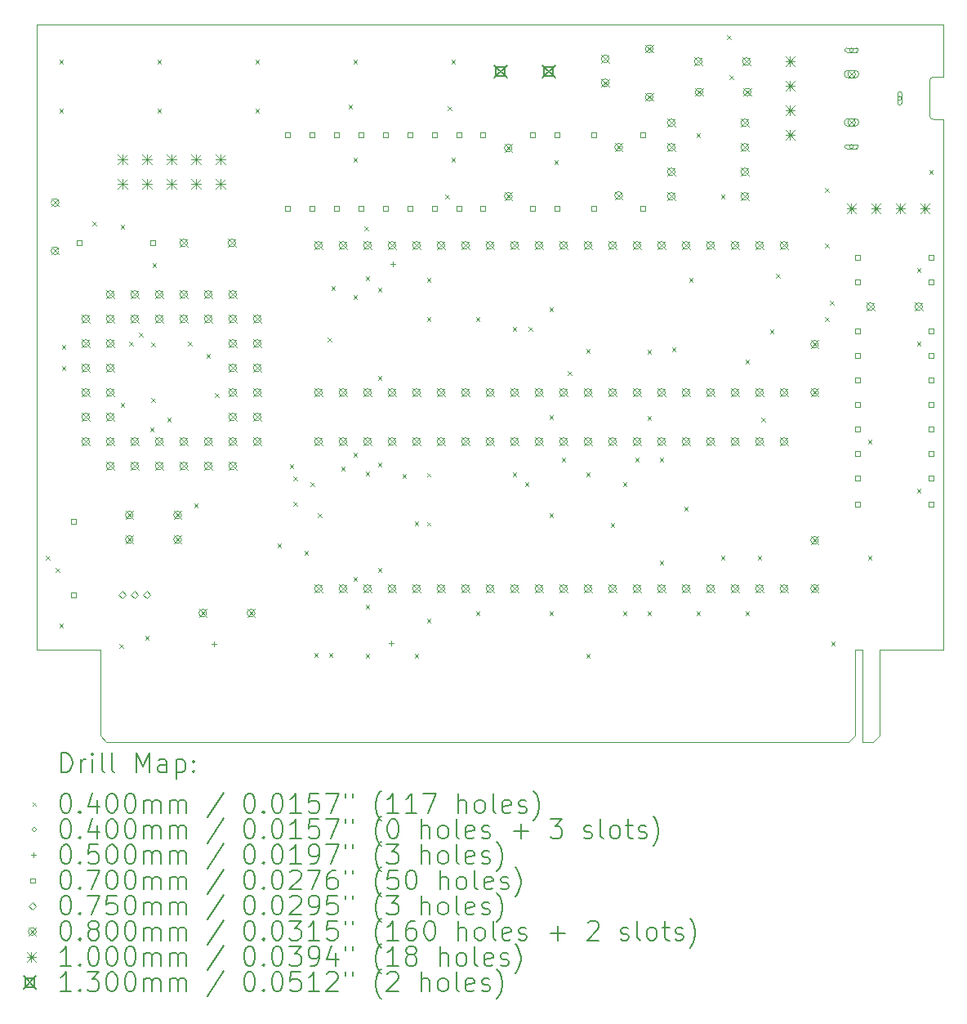
<source format=gbr>
%TF.GenerationSoftware,KiCad,Pcbnew,8.0.1*%
%TF.CreationDate,2024-04-10T12:10:00+07:00*%
%TF.ProjectId,TS_Ext_EPM3032,54535f45-7874-45f4-9550-4d333033322e,1.4*%
%TF.SameCoordinates,Original*%
%TF.FileFunction,Drillmap*%
%TF.FilePolarity,Positive*%
%FSLAX45Y45*%
G04 Gerber Fmt 4.5, Leading zero omitted, Abs format (unit mm)*
G04 Created by KiCad (PCBNEW 8.0.1) date 2024-04-10 12:10:00*
%MOMM*%
%LPD*%
G01*
G04 APERTURE LIST*
%ADD10C,0.100000*%
%ADD11C,0.120000*%
%ADD12C,0.200000*%
%ADD13C,0.130000*%
G04 APERTURE END LIST*
D10*
X3454400Y-9017000D02*
X3454400Y-9906000D01*
X2794000Y-9017000D02*
X3454400Y-9017000D01*
X11531600Y-9017000D02*
X12192000Y-9017000D01*
X11277600Y-9017000D02*
X11277600Y-9906000D01*
X11353800Y-9969500D02*
X11468100Y-9969500D01*
X11531600Y-9017000D02*
X11531600Y-9906000D01*
X11468100Y-9969500D02*
X11531600Y-9906000D01*
X11214100Y-9969500D02*
X11277600Y-9906000D01*
X11277600Y-9017000D02*
X11353800Y-9017000D01*
X2794000Y-2540000D02*
X2794000Y-9017000D01*
X12192000Y-2540000D02*
X12192000Y-2652000D01*
X3517900Y-9969500D02*
X11214100Y-9969500D01*
X3517900Y-9969500D02*
X3454400Y-9906000D01*
X12192000Y-9017000D02*
X12192000Y-3952000D01*
X2794000Y-2540000D02*
X12192000Y-2540000D01*
X11353800Y-9017000D02*
X11353800Y-9969500D01*
D11*
X12092000Y-3522000D02*
X12192000Y-3522000D01*
X12192000Y-3522000D02*
X12192000Y-3952000D01*
X12052000Y-3122000D02*
X12052000Y-3482000D01*
X12092000Y-3082000D02*
X12192000Y-3082000D01*
X12192000Y-3082000D02*
X12192000Y-2652000D01*
X12092000Y-3522000D02*
G75*
G02*
X12052000Y-3482000I0J40000D01*
G01*
X12052000Y-3122000D02*
G75*
G02*
X12092000Y-3082000I40000J0D01*
G01*
D12*
D10*
X2888300Y-8044500D02*
X2928300Y-8084500D01*
X2928300Y-8044500D02*
X2888300Y-8084500D01*
X2989900Y-8171500D02*
X3029900Y-8211500D01*
X3029900Y-8171500D02*
X2989900Y-8211500D01*
X3028000Y-2901000D02*
X3068000Y-2941000D01*
X3068000Y-2901000D02*
X3028000Y-2941000D01*
X3028000Y-3409000D02*
X3068000Y-3449000D01*
X3068000Y-3409000D02*
X3028000Y-3449000D01*
X3028000Y-8743000D02*
X3068000Y-8783000D01*
X3068000Y-8743000D02*
X3028000Y-8783000D01*
X3053400Y-5860100D02*
X3093400Y-5900100D01*
X3093400Y-5860100D02*
X3053400Y-5900100D01*
X3053400Y-6076000D02*
X3093400Y-6116000D01*
X3093400Y-6076000D02*
X3053400Y-6116000D01*
X3370900Y-4577400D02*
X3410900Y-4617400D01*
X3410900Y-4577400D02*
X3370900Y-4617400D01*
X3650300Y-8958900D02*
X3690300Y-8998900D01*
X3690300Y-8958900D02*
X3650300Y-8998900D01*
X3663000Y-4615500D02*
X3703000Y-4655500D01*
X3703000Y-4615500D02*
X3663000Y-4655500D01*
X3663000Y-6457000D02*
X3703000Y-6497000D01*
X3703000Y-6457000D02*
X3663000Y-6497000D01*
X3751900Y-5822000D02*
X3791900Y-5862000D01*
X3791900Y-5822000D02*
X3751900Y-5862000D01*
X3853500Y-5733100D02*
X3893500Y-5773100D01*
X3893500Y-5733100D02*
X3853500Y-5773100D01*
X3917000Y-8870000D02*
X3957000Y-8910000D01*
X3957000Y-8870000D02*
X3917000Y-8910000D01*
X3967800Y-6711000D02*
X4007800Y-6751000D01*
X4007800Y-6711000D02*
X3967800Y-6751000D01*
X3980500Y-5834700D02*
X4020500Y-5874700D01*
X4020500Y-5834700D02*
X3980500Y-5874700D01*
X3980500Y-6406200D02*
X4020500Y-6446200D01*
X4020500Y-6406200D02*
X3980500Y-6446200D01*
X3993200Y-5009200D02*
X4033200Y-5049200D01*
X4033200Y-5009200D02*
X3993200Y-5049200D01*
X4044000Y-2901000D02*
X4084000Y-2941000D01*
X4084000Y-2901000D02*
X4044000Y-2941000D01*
X4044000Y-3409000D02*
X4084000Y-3449000D01*
X4084000Y-3409000D02*
X4044000Y-3449000D01*
X4145600Y-6613150D02*
X4185600Y-6653150D01*
X4185600Y-6613150D02*
X4145600Y-6653150D01*
X4361500Y-5822000D02*
X4401500Y-5862000D01*
X4401500Y-5822000D02*
X4361500Y-5862000D01*
X4425000Y-7501950D02*
X4465000Y-7541950D01*
X4465000Y-7501950D02*
X4425000Y-7541950D01*
X4552000Y-5949000D02*
X4592000Y-5989000D01*
X4592000Y-5949000D02*
X4552000Y-5989000D01*
X4640900Y-6355400D02*
X4680900Y-6395400D01*
X4680900Y-6355400D02*
X4640900Y-6395400D01*
X5060000Y-2901000D02*
X5100000Y-2941000D01*
X5100000Y-2901000D02*
X5060000Y-2941000D01*
X5060000Y-3409000D02*
X5100000Y-3449000D01*
X5100000Y-3409000D02*
X5060000Y-3449000D01*
X5288600Y-7917500D02*
X5328600Y-7957500D01*
X5328600Y-7917500D02*
X5288600Y-7957500D01*
X5415600Y-7092000D02*
X5455600Y-7132000D01*
X5455600Y-7092000D02*
X5415600Y-7132000D01*
X5453700Y-7219000D02*
X5493700Y-7259000D01*
X5493700Y-7219000D02*
X5453700Y-7259000D01*
X5453700Y-7485700D02*
X5493700Y-7525700D01*
X5493700Y-7485700D02*
X5453700Y-7525700D01*
X5568000Y-7993700D02*
X5608000Y-8033700D01*
X5608000Y-7993700D02*
X5568000Y-8033700D01*
X5631500Y-7282500D02*
X5671500Y-7322500D01*
X5671500Y-7282500D02*
X5631500Y-7322500D01*
X5669600Y-9047800D02*
X5709600Y-9087800D01*
X5709600Y-9047800D02*
X5669600Y-9087800D01*
X5707700Y-7603550D02*
X5747700Y-7643550D01*
X5747700Y-7603550D02*
X5707700Y-7643550D01*
X5809300Y-5783900D02*
X5849300Y-5823900D01*
X5849300Y-5783900D02*
X5809300Y-5823900D01*
X5822000Y-9047800D02*
X5862000Y-9087800D01*
X5862000Y-9047800D02*
X5822000Y-9087800D01*
X5847400Y-5250500D02*
X5887400Y-5290500D01*
X5887400Y-5250500D02*
X5847400Y-5290500D01*
X5949000Y-7117400D02*
X5989000Y-7157400D01*
X5989000Y-7117400D02*
X5949000Y-7157400D01*
X6025200Y-3370900D02*
X6065200Y-3410900D01*
X6065200Y-3370900D02*
X6025200Y-3410900D01*
X6076000Y-2901000D02*
X6116000Y-2941000D01*
X6116000Y-2901000D02*
X6076000Y-2941000D01*
X6076000Y-3917000D02*
X6116000Y-3957000D01*
X6116000Y-3917000D02*
X6076000Y-3957000D01*
X6076000Y-5339400D02*
X6116000Y-5379400D01*
X6116000Y-5339400D02*
X6076000Y-5379400D01*
X6076000Y-6977700D02*
X6116000Y-7017700D01*
X6116000Y-6977700D02*
X6076000Y-7017700D01*
X6076000Y-8260400D02*
X6116000Y-8300400D01*
X6116000Y-8260400D02*
X6076000Y-8300400D01*
X6190300Y-4628200D02*
X6230300Y-4668200D01*
X6230300Y-4628200D02*
X6190300Y-4668200D01*
X6203000Y-5148900D02*
X6243000Y-5188900D01*
X6243000Y-5148900D02*
X6203000Y-5188900D01*
X6203000Y-7168200D02*
X6243000Y-7208200D01*
X6243000Y-7168200D02*
X6203000Y-7208200D01*
X6203000Y-8552500D02*
X6243000Y-8592500D01*
X6243000Y-8552500D02*
X6203000Y-8592500D01*
X6203000Y-9060500D02*
X6243000Y-9100500D01*
X6243000Y-9060500D02*
X6203000Y-9100500D01*
X6330000Y-5263200D02*
X6370000Y-5303200D01*
X6370000Y-5263200D02*
X6330000Y-5303200D01*
X6330000Y-6177600D02*
X6370000Y-6217600D01*
X6370000Y-6177600D02*
X6330000Y-6217600D01*
X6330000Y-7079300D02*
X6370000Y-7119300D01*
X6370000Y-7079300D02*
X6330000Y-7119300D01*
X6330000Y-8171500D02*
X6370000Y-8211500D01*
X6370000Y-8171500D02*
X6330000Y-8211500D01*
X6584000Y-7193600D02*
X6624000Y-7233600D01*
X6624000Y-7193600D02*
X6584000Y-7233600D01*
X6711000Y-7688900D02*
X6751000Y-7728900D01*
X6751000Y-7688900D02*
X6711000Y-7728900D01*
X6711000Y-9060500D02*
X6751000Y-9100500D01*
X6751000Y-9060500D02*
X6711000Y-9100500D01*
X6838000Y-5161600D02*
X6878000Y-5201600D01*
X6878000Y-5161600D02*
X6838000Y-5201600D01*
X6838000Y-5568000D02*
X6878000Y-5608000D01*
X6878000Y-5568000D02*
X6838000Y-5608000D01*
X6838000Y-8692200D02*
X6878000Y-8732200D01*
X6878000Y-8692200D02*
X6838000Y-8732200D01*
X6839600Y-7182500D02*
X6879600Y-7222500D01*
X6879600Y-7182500D02*
X6839600Y-7222500D01*
X6839600Y-7690500D02*
X6879600Y-7730500D01*
X6879600Y-7690500D02*
X6839600Y-7730500D01*
X7028500Y-4298000D02*
X7068500Y-4338000D01*
X7068500Y-4298000D02*
X7028500Y-4338000D01*
X7053900Y-3383600D02*
X7093900Y-3423600D01*
X7093900Y-3383600D02*
X7053900Y-3423600D01*
X7092000Y-2901000D02*
X7132000Y-2941000D01*
X7132000Y-2901000D02*
X7092000Y-2941000D01*
X7092000Y-3917000D02*
X7132000Y-3957000D01*
X7132000Y-3917000D02*
X7092000Y-3957000D01*
X7346000Y-5568000D02*
X7386000Y-5608000D01*
X7386000Y-5568000D02*
X7346000Y-5608000D01*
X7346000Y-8616000D02*
X7386000Y-8656000D01*
X7386000Y-8616000D02*
X7346000Y-8656000D01*
X7727000Y-5669600D02*
X7767000Y-5709600D01*
X7767000Y-5669600D02*
X7727000Y-5709600D01*
X7727000Y-7180900D02*
X7767000Y-7220900D01*
X7767000Y-7180900D02*
X7727000Y-7220900D01*
X7854000Y-7282500D02*
X7894000Y-7322500D01*
X7894000Y-7282500D02*
X7854000Y-7322500D01*
X7892100Y-5669600D02*
X7932100Y-5709600D01*
X7932100Y-5669600D02*
X7892100Y-5709600D01*
X8108000Y-5466400D02*
X8148000Y-5506400D01*
X8148000Y-5466400D02*
X8108000Y-5506400D01*
X8108000Y-6584000D02*
X8148000Y-6624000D01*
X8148000Y-6584000D02*
X8108000Y-6624000D01*
X8108000Y-7603750D02*
X8148000Y-7643750D01*
X8148000Y-7603750D02*
X8108000Y-7643750D01*
X8108000Y-8616000D02*
X8148000Y-8656000D01*
X8148000Y-8616000D02*
X8108000Y-8656000D01*
X8158800Y-3942400D02*
X8198800Y-3982400D01*
X8198800Y-3942400D02*
X8158800Y-3982400D01*
X8235000Y-7028500D02*
X8275000Y-7068500D01*
X8275000Y-7028500D02*
X8235000Y-7068500D01*
X8298500Y-6126800D02*
X8338500Y-6166800D01*
X8338500Y-6126800D02*
X8298500Y-6166800D01*
X8489000Y-5898200D02*
X8529000Y-5938200D01*
X8529000Y-5898200D02*
X8489000Y-5938200D01*
X8489000Y-7180900D02*
X8529000Y-7220900D01*
X8529000Y-7180900D02*
X8489000Y-7220900D01*
X8489000Y-9060500D02*
X8529000Y-9100500D01*
X8529000Y-9060500D02*
X8489000Y-9100500D01*
X8743000Y-7705150D02*
X8783000Y-7745150D01*
X8783000Y-7705150D02*
X8743000Y-7745150D01*
X8870000Y-7282500D02*
X8910000Y-7322500D01*
X8910000Y-7282500D02*
X8870000Y-7322500D01*
X8870000Y-8616000D02*
X8910000Y-8656000D01*
X8910000Y-8616000D02*
X8870000Y-8656000D01*
X8997000Y-7028500D02*
X9037000Y-7068500D01*
X9037000Y-7028500D02*
X8997000Y-7068500D01*
X9124000Y-5910900D02*
X9164000Y-5950900D01*
X9164000Y-5910900D02*
X9124000Y-5950900D01*
X9124000Y-6596700D02*
X9164000Y-6636700D01*
X9164000Y-6596700D02*
X9124000Y-6636700D01*
X9124000Y-8616000D02*
X9164000Y-8656000D01*
X9164000Y-8616000D02*
X9124000Y-8656000D01*
X9251000Y-7028500D02*
X9291000Y-7068500D01*
X9291000Y-7028500D02*
X9251000Y-7068500D01*
X9251000Y-8095300D02*
X9291000Y-8135300D01*
X9291000Y-8095300D02*
X9251000Y-8135300D01*
X9378000Y-5885500D02*
X9418000Y-5925500D01*
X9418000Y-5885500D02*
X9378000Y-5925500D01*
X9505000Y-7536500D02*
X9545000Y-7576500D01*
X9545000Y-7536500D02*
X9505000Y-7576500D01*
X9555800Y-5161600D02*
X9595800Y-5201600D01*
X9595800Y-5161600D02*
X9555800Y-5201600D01*
X9632000Y-3663000D02*
X9672000Y-3703000D01*
X9672000Y-3663000D02*
X9632000Y-3703000D01*
X9632000Y-8616000D02*
X9672000Y-8656000D01*
X9672000Y-8616000D02*
X9632000Y-8656000D01*
X9886000Y-4298000D02*
X9926000Y-4338000D01*
X9926000Y-4298000D02*
X9886000Y-4338000D01*
X9886000Y-8044500D02*
X9926000Y-8084500D01*
X9926000Y-8044500D02*
X9886000Y-8084500D01*
X9949500Y-2647000D02*
X9989500Y-2687000D01*
X9989500Y-2647000D02*
X9949500Y-2687000D01*
X9974900Y-3066100D02*
X10014900Y-3106100D01*
X10014900Y-3066100D02*
X9974900Y-3106100D01*
X10140000Y-6012500D02*
X10180000Y-6052500D01*
X10180000Y-6012500D02*
X10140000Y-6052500D01*
X10140000Y-8616000D02*
X10180000Y-8656000D01*
X10180000Y-8616000D02*
X10140000Y-8656000D01*
X10267000Y-8044500D02*
X10307000Y-8084500D01*
X10307000Y-8044500D02*
X10267000Y-8084500D01*
X10305100Y-6609400D02*
X10345100Y-6649400D01*
X10345100Y-6609400D02*
X10305100Y-6649400D01*
X10394000Y-5695000D02*
X10434000Y-5735000D01*
X10434000Y-5695000D02*
X10394000Y-5735000D01*
X10457500Y-5123500D02*
X10497500Y-5163500D01*
X10497500Y-5123500D02*
X10457500Y-5163500D01*
X10965500Y-4234500D02*
X11005500Y-4274500D01*
X11005500Y-4234500D02*
X10965500Y-4274500D01*
X10965500Y-4806000D02*
X11005500Y-4846000D01*
X11005500Y-4806000D02*
X10965500Y-4846000D01*
X10965500Y-5568000D02*
X11005500Y-5608000D01*
X11005500Y-5568000D02*
X10965500Y-5608000D01*
X11016300Y-5402900D02*
X11056300Y-5442900D01*
X11056300Y-5402900D02*
X11016300Y-5442900D01*
X11029000Y-8933500D02*
X11069000Y-8973500D01*
X11069000Y-8933500D02*
X11029000Y-8973500D01*
X11410000Y-6838000D02*
X11450000Y-6878000D01*
X11450000Y-6838000D02*
X11410000Y-6878000D01*
X11410000Y-8044500D02*
X11450000Y-8084500D01*
X11450000Y-8044500D02*
X11410000Y-8084500D01*
X11918000Y-5060000D02*
X11958000Y-5100000D01*
X11958000Y-5060000D02*
X11918000Y-5100000D01*
X11918000Y-5822000D02*
X11958000Y-5862000D01*
X11958000Y-5822000D02*
X11918000Y-5862000D01*
X11918000Y-7346000D02*
X11958000Y-7386000D01*
X11958000Y-7346000D02*
X11918000Y-7386000D01*
X12045000Y-4044000D02*
X12085000Y-4084000D01*
X12085000Y-4044000D02*
X12045000Y-4084000D01*
X11262000Y-2802000D02*
G75*
G02*
X11222000Y-2802000I-20000J0D01*
G01*
X11222000Y-2802000D02*
G75*
G02*
X11262000Y-2802000I20000J0D01*
G01*
X11292000Y-2782000D02*
X11192000Y-2782000D01*
X11192000Y-2822000D02*
G75*
G02*
X11192000Y-2782000I0J20000D01*
G01*
X11192000Y-2822000D02*
X11292000Y-2822000D01*
X11292000Y-2822000D02*
G75*
G03*
X11292000Y-2782000I0J20000D01*
G01*
X11262000Y-3802000D02*
G75*
G02*
X11222000Y-3802000I-20000J0D01*
G01*
X11222000Y-3802000D02*
G75*
G02*
X11262000Y-3802000I20000J0D01*
G01*
X11192000Y-3822000D02*
X11292000Y-3822000D01*
X11292000Y-3782000D02*
G75*
G02*
X11292000Y-3822000I0J-20000D01*
G01*
X11292000Y-3782000D02*
X11192000Y-3782000D01*
X11192000Y-3782000D02*
G75*
G03*
X11192000Y-3822000I0J-20000D01*
G01*
X11762000Y-3302000D02*
G75*
G02*
X11722000Y-3302000I-20000J0D01*
G01*
X11722000Y-3302000D02*
G75*
G02*
X11762000Y-3302000I20000J0D01*
G01*
X11762000Y-3352000D02*
X11762000Y-3252000D01*
X11722000Y-3252000D02*
G75*
G02*
X11762000Y-3252000I20000J0D01*
G01*
X11722000Y-3252000D02*
X11722000Y-3352000D01*
X11722000Y-3352000D02*
G75*
G03*
X11762000Y-3352000I20000J0D01*
G01*
X4635500Y-8928500D02*
X4635500Y-8978500D01*
X4610500Y-8953500D02*
X4660500Y-8953500D01*
X6473077Y-8924577D02*
X6473077Y-8974577D01*
X6448077Y-8949577D02*
X6498077Y-8949577D01*
X6489700Y-4991500D02*
X6489700Y-5041500D01*
X6464700Y-5016500D02*
X6514700Y-5016500D01*
X3199749Y-7708249D02*
X3199749Y-7658751D01*
X3150251Y-7658751D01*
X3150251Y-7708249D01*
X3199749Y-7708249D01*
X3199749Y-8470249D02*
X3199749Y-8420751D01*
X3150251Y-8420751D01*
X3150251Y-8470249D01*
X3199749Y-8470249D01*
X3263249Y-4825349D02*
X3263249Y-4775851D01*
X3213751Y-4775851D01*
X3213751Y-4825349D01*
X3263249Y-4825349D01*
X4025249Y-4825349D02*
X4025249Y-4775851D01*
X3975751Y-4775851D01*
X3975751Y-4825349D01*
X4025249Y-4825349D01*
X5422249Y-3707749D02*
X5422249Y-3658251D01*
X5372751Y-3658251D01*
X5372751Y-3707749D01*
X5422249Y-3707749D01*
X5422249Y-4469749D02*
X5422249Y-4420251D01*
X5372751Y-4420251D01*
X5372751Y-4469749D01*
X5422249Y-4469749D01*
X5676249Y-3707749D02*
X5676249Y-3658251D01*
X5626751Y-3658251D01*
X5626751Y-3707749D01*
X5676249Y-3707749D01*
X5676249Y-4469749D02*
X5676249Y-4420251D01*
X5626751Y-4420251D01*
X5626751Y-4469749D01*
X5676249Y-4469749D01*
X5930249Y-3707749D02*
X5930249Y-3658251D01*
X5880751Y-3658251D01*
X5880751Y-3707749D01*
X5930249Y-3707749D01*
X5930249Y-4469749D02*
X5930249Y-4420251D01*
X5880751Y-4420251D01*
X5880751Y-4469749D01*
X5930249Y-4469749D01*
X6184249Y-3707749D02*
X6184249Y-3658251D01*
X6134751Y-3658251D01*
X6134751Y-3707749D01*
X6184249Y-3707749D01*
X6184249Y-4469749D02*
X6184249Y-4420251D01*
X6134751Y-4420251D01*
X6134751Y-4469749D01*
X6184249Y-4469749D01*
X6438249Y-3707749D02*
X6438249Y-3658251D01*
X6388751Y-3658251D01*
X6388751Y-3707749D01*
X6438249Y-3707749D01*
X6438249Y-4469749D02*
X6438249Y-4420251D01*
X6388751Y-4420251D01*
X6388751Y-4469749D01*
X6438249Y-4469749D01*
X6692249Y-3707749D02*
X6692249Y-3658251D01*
X6642751Y-3658251D01*
X6642751Y-3707749D01*
X6692249Y-3707749D01*
X6692249Y-4469749D02*
X6692249Y-4420251D01*
X6642751Y-4420251D01*
X6642751Y-4469749D01*
X6692249Y-4469749D01*
X6946249Y-3707749D02*
X6946249Y-3658251D01*
X6896751Y-3658251D01*
X6896751Y-3707749D01*
X6946249Y-3707749D01*
X6946249Y-4469749D02*
X6946249Y-4420251D01*
X6896751Y-4420251D01*
X6896751Y-4469749D01*
X6946249Y-4469749D01*
X7200249Y-3707749D02*
X7200249Y-3658251D01*
X7150751Y-3658251D01*
X7150751Y-3707749D01*
X7200249Y-3707749D01*
X7200249Y-4469749D02*
X7200249Y-4420251D01*
X7150751Y-4420251D01*
X7150751Y-4469749D01*
X7200249Y-4469749D01*
X7441549Y-3707749D02*
X7441549Y-3658251D01*
X7392051Y-3658251D01*
X7392051Y-3707749D01*
X7441549Y-3707749D01*
X7441549Y-4469749D02*
X7441549Y-4420251D01*
X7392051Y-4420251D01*
X7392051Y-4469749D01*
X7441549Y-4469749D01*
X7962249Y-3707749D02*
X7962249Y-3658251D01*
X7912751Y-3658251D01*
X7912751Y-3707749D01*
X7962249Y-3707749D01*
X7962249Y-4469749D02*
X7962249Y-4420251D01*
X7912751Y-4420251D01*
X7912751Y-4469749D01*
X7962249Y-4469749D01*
X8216249Y-3707749D02*
X8216249Y-3658251D01*
X8166751Y-3658251D01*
X8166751Y-3707749D01*
X8216249Y-3707749D01*
X8216249Y-4469749D02*
X8216249Y-4420251D01*
X8166751Y-4420251D01*
X8166751Y-4469749D01*
X8216249Y-4469749D01*
X8597249Y-3707749D02*
X8597249Y-3658251D01*
X8547751Y-3658251D01*
X8547751Y-3707749D01*
X8597249Y-3707749D01*
X8597249Y-4469749D02*
X8597249Y-4420251D01*
X8547751Y-4420251D01*
X8547751Y-4469749D01*
X8597249Y-4469749D01*
X9105249Y-3707749D02*
X9105249Y-3658251D01*
X9055751Y-3658251D01*
X9055751Y-3707749D01*
X9105249Y-3707749D01*
X9105249Y-4469749D02*
X9105249Y-4420251D01*
X9055751Y-4420251D01*
X9055751Y-4469749D01*
X9105249Y-4469749D01*
X11327749Y-4977749D02*
X11327749Y-4928251D01*
X11278251Y-4928251D01*
X11278251Y-4977749D01*
X11327749Y-4977749D01*
X11327749Y-5231749D02*
X11327749Y-5182251D01*
X11278251Y-5182251D01*
X11278251Y-5231749D01*
X11327749Y-5231749D01*
X11327749Y-5739749D02*
X11327749Y-5690251D01*
X11278251Y-5690251D01*
X11278251Y-5739749D01*
X11327749Y-5739749D01*
X11327749Y-5993749D02*
X11327749Y-5944251D01*
X11278251Y-5944251D01*
X11278251Y-5993749D01*
X11327749Y-5993749D01*
X11327749Y-6247749D02*
X11327749Y-6198251D01*
X11278251Y-6198251D01*
X11278251Y-6247749D01*
X11327749Y-6247749D01*
X11327749Y-6501749D02*
X11327749Y-6452251D01*
X11278251Y-6452251D01*
X11278251Y-6501749D01*
X11327749Y-6501749D01*
X11327749Y-6755749D02*
X11327749Y-6706251D01*
X11278251Y-6706251D01*
X11278251Y-6755749D01*
X11327749Y-6755749D01*
X11327749Y-7009749D02*
X11327749Y-6960251D01*
X11278251Y-6960251D01*
X11278251Y-7009749D01*
X11327749Y-7009749D01*
X11327749Y-7263749D02*
X11327749Y-7214251D01*
X11278251Y-7214251D01*
X11278251Y-7263749D01*
X11327749Y-7263749D01*
X11327749Y-7530449D02*
X11327749Y-7480951D01*
X11278251Y-7480951D01*
X11278251Y-7530449D01*
X11327749Y-7530449D01*
X12089749Y-4977749D02*
X12089749Y-4928251D01*
X12040251Y-4928251D01*
X12040251Y-4977749D01*
X12089749Y-4977749D01*
X12089749Y-5231749D02*
X12089749Y-5182251D01*
X12040251Y-5182251D01*
X12040251Y-5231749D01*
X12089749Y-5231749D01*
X12089749Y-5739749D02*
X12089749Y-5690251D01*
X12040251Y-5690251D01*
X12040251Y-5739749D01*
X12089749Y-5739749D01*
X12089749Y-5993749D02*
X12089749Y-5944251D01*
X12040251Y-5944251D01*
X12040251Y-5993749D01*
X12089749Y-5993749D01*
X12089749Y-6247749D02*
X12089749Y-6198251D01*
X12040251Y-6198251D01*
X12040251Y-6247749D01*
X12089749Y-6247749D01*
X12089749Y-6501749D02*
X12089749Y-6452251D01*
X12040251Y-6452251D01*
X12040251Y-6501749D01*
X12089749Y-6501749D01*
X12089749Y-6755749D02*
X12089749Y-6706251D01*
X12040251Y-6706251D01*
X12040251Y-6755749D01*
X12089749Y-6755749D01*
X12089749Y-7009749D02*
X12089749Y-6960251D01*
X12040251Y-6960251D01*
X12040251Y-7009749D01*
X12089749Y-7009749D01*
X12089749Y-7263749D02*
X12089749Y-7214251D01*
X12040251Y-7214251D01*
X12040251Y-7263749D01*
X12089749Y-7263749D01*
X12089749Y-7530449D02*
X12089749Y-7480951D01*
X12040251Y-7480951D01*
X12040251Y-7530449D01*
X12089749Y-7530449D01*
X3683000Y-8483000D02*
X3720500Y-8445500D01*
X3683000Y-8408000D01*
X3645500Y-8445500D01*
X3683000Y-8483000D01*
X3810000Y-8483000D02*
X3847500Y-8445500D01*
X3810000Y-8408000D01*
X3772500Y-8445500D01*
X3810000Y-8483000D01*
X3937000Y-8483000D02*
X3974500Y-8445500D01*
X3937000Y-8408000D01*
X3899500Y-8445500D01*
X3937000Y-8483000D01*
X2944500Y-4341500D02*
X3024500Y-4421500D01*
X3024500Y-4341500D02*
X2944500Y-4421500D01*
X3024500Y-4381500D02*
G75*
G02*
X2944500Y-4381500I-40000J0D01*
G01*
X2944500Y-4381500D02*
G75*
G02*
X3024500Y-4381500I40000J0D01*
G01*
X2944500Y-4841500D02*
X3024500Y-4921500D01*
X3024500Y-4841500D02*
X2944500Y-4921500D01*
X3024500Y-4881500D02*
G75*
G02*
X2944500Y-4881500I-40000J0D01*
G01*
X2944500Y-4881500D02*
G75*
G02*
X3024500Y-4881500I40000J0D01*
G01*
X3262000Y-5548000D02*
X3342000Y-5628000D01*
X3342000Y-5548000D02*
X3262000Y-5628000D01*
X3342000Y-5588000D02*
G75*
G02*
X3262000Y-5588000I-40000J0D01*
G01*
X3262000Y-5588000D02*
G75*
G02*
X3342000Y-5588000I40000J0D01*
G01*
X3262000Y-5802000D02*
X3342000Y-5882000D01*
X3342000Y-5802000D02*
X3262000Y-5882000D01*
X3342000Y-5842000D02*
G75*
G02*
X3262000Y-5842000I-40000J0D01*
G01*
X3262000Y-5842000D02*
G75*
G02*
X3342000Y-5842000I40000J0D01*
G01*
X3262000Y-6056000D02*
X3342000Y-6136000D01*
X3342000Y-6056000D02*
X3262000Y-6136000D01*
X3342000Y-6096000D02*
G75*
G02*
X3262000Y-6096000I-40000J0D01*
G01*
X3262000Y-6096000D02*
G75*
G02*
X3342000Y-6096000I40000J0D01*
G01*
X3262000Y-6310000D02*
X3342000Y-6390000D01*
X3342000Y-6310000D02*
X3262000Y-6390000D01*
X3342000Y-6350000D02*
G75*
G02*
X3262000Y-6350000I-40000J0D01*
G01*
X3262000Y-6350000D02*
G75*
G02*
X3342000Y-6350000I40000J0D01*
G01*
X3262000Y-6564000D02*
X3342000Y-6644000D01*
X3342000Y-6564000D02*
X3262000Y-6644000D01*
X3342000Y-6604000D02*
G75*
G02*
X3262000Y-6604000I-40000J0D01*
G01*
X3262000Y-6604000D02*
G75*
G02*
X3342000Y-6604000I40000J0D01*
G01*
X3262000Y-6818000D02*
X3342000Y-6898000D01*
X3342000Y-6818000D02*
X3262000Y-6898000D01*
X3342000Y-6858000D02*
G75*
G02*
X3262000Y-6858000I-40000J0D01*
G01*
X3262000Y-6858000D02*
G75*
G02*
X3342000Y-6858000I40000J0D01*
G01*
X3516000Y-5294000D02*
X3596000Y-5374000D01*
X3596000Y-5294000D02*
X3516000Y-5374000D01*
X3596000Y-5334000D02*
G75*
G02*
X3516000Y-5334000I-40000J0D01*
G01*
X3516000Y-5334000D02*
G75*
G02*
X3596000Y-5334000I40000J0D01*
G01*
X3516000Y-5548000D02*
X3596000Y-5628000D01*
X3596000Y-5548000D02*
X3516000Y-5628000D01*
X3596000Y-5588000D02*
G75*
G02*
X3516000Y-5588000I-40000J0D01*
G01*
X3516000Y-5588000D02*
G75*
G02*
X3596000Y-5588000I40000J0D01*
G01*
X3516000Y-5802000D02*
X3596000Y-5882000D01*
X3596000Y-5802000D02*
X3516000Y-5882000D01*
X3596000Y-5842000D02*
G75*
G02*
X3516000Y-5842000I-40000J0D01*
G01*
X3516000Y-5842000D02*
G75*
G02*
X3596000Y-5842000I40000J0D01*
G01*
X3516000Y-6056000D02*
X3596000Y-6136000D01*
X3596000Y-6056000D02*
X3516000Y-6136000D01*
X3596000Y-6096000D02*
G75*
G02*
X3516000Y-6096000I-40000J0D01*
G01*
X3516000Y-6096000D02*
G75*
G02*
X3596000Y-6096000I40000J0D01*
G01*
X3516000Y-6310000D02*
X3596000Y-6390000D01*
X3596000Y-6310000D02*
X3516000Y-6390000D01*
X3596000Y-6350000D02*
G75*
G02*
X3516000Y-6350000I-40000J0D01*
G01*
X3516000Y-6350000D02*
G75*
G02*
X3596000Y-6350000I40000J0D01*
G01*
X3516000Y-6564000D02*
X3596000Y-6644000D01*
X3596000Y-6564000D02*
X3516000Y-6644000D01*
X3596000Y-6604000D02*
G75*
G02*
X3516000Y-6604000I-40000J0D01*
G01*
X3516000Y-6604000D02*
G75*
G02*
X3596000Y-6604000I40000J0D01*
G01*
X3516000Y-6818000D02*
X3596000Y-6898000D01*
X3596000Y-6818000D02*
X3516000Y-6898000D01*
X3596000Y-6858000D02*
G75*
G02*
X3516000Y-6858000I-40000J0D01*
G01*
X3516000Y-6858000D02*
G75*
G02*
X3596000Y-6858000I40000J0D01*
G01*
X3516000Y-7072000D02*
X3596000Y-7152000D01*
X3596000Y-7072000D02*
X3516000Y-7152000D01*
X3596000Y-7112000D02*
G75*
G02*
X3516000Y-7112000I-40000J0D01*
G01*
X3516000Y-7112000D02*
G75*
G02*
X3596000Y-7112000I40000J0D01*
G01*
X3714500Y-7580000D02*
X3794500Y-7660000D01*
X3794500Y-7580000D02*
X3714500Y-7660000D01*
X3794500Y-7620000D02*
G75*
G02*
X3714500Y-7620000I-40000J0D01*
G01*
X3714500Y-7620000D02*
G75*
G02*
X3794500Y-7620000I40000J0D01*
G01*
X3714500Y-7834000D02*
X3794500Y-7914000D01*
X3794500Y-7834000D02*
X3714500Y-7914000D01*
X3794500Y-7874000D02*
G75*
G02*
X3714500Y-7874000I-40000J0D01*
G01*
X3714500Y-7874000D02*
G75*
G02*
X3794500Y-7874000I40000J0D01*
G01*
X3770000Y-5294000D02*
X3850000Y-5374000D01*
X3850000Y-5294000D02*
X3770000Y-5374000D01*
X3850000Y-5334000D02*
G75*
G02*
X3770000Y-5334000I-40000J0D01*
G01*
X3770000Y-5334000D02*
G75*
G02*
X3850000Y-5334000I40000J0D01*
G01*
X3770000Y-5548000D02*
X3850000Y-5628000D01*
X3850000Y-5548000D02*
X3770000Y-5628000D01*
X3850000Y-5588000D02*
G75*
G02*
X3770000Y-5588000I-40000J0D01*
G01*
X3770000Y-5588000D02*
G75*
G02*
X3850000Y-5588000I40000J0D01*
G01*
X3770000Y-6818000D02*
X3850000Y-6898000D01*
X3850000Y-6818000D02*
X3770000Y-6898000D01*
X3850000Y-6858000D02*
G75*
G02*
X3770000Y-6858000I-40000J0D01*
G01*
X3770000Y-6858000D02*
G75*
G02*
X3850000Y-6858000I40000J0D01*
G01*
X3770000Y-7072000D02*
X3850000Y-7152000D01*
X3850000Y-7072000D02*
X3770000Y-7152000D01*
X3850000Y-7112000D02*
G75*
G02*
X3770000Y-7112000I-40000J0D01*
G01*
X3770000Y-7112000D02*
G75*
G02*
X3850000Y-7112000I40000J0D01*
G01*
X4024000Y-5294000D02*
X4104000Y-5374000D01*
X4104000Y-5294000D02*
X4024000Y-5374000D01*
X4104000Y-5334000D02*
G75*
G02*
X4024000Y-5334000I-40000J0D01*
G01*
X4024000Y-5334000D02*
G75*
G02*
X4104000Y-5334000I40000J0D01*
G01*
X4024000Y-5548000D02*
X4104000Y-5628000D01*
X4104000Y-5548000D02*
X4024000Y-5628000D01*
X4104000Y-5588000D02*
G75*
G02*
X4024000Y-5588000I-40000J0D01*
G01*
X4024000Y-5588000D02*
G75*
G02*
X4104000Y-5588000I40000J0D01*
G01*
X4024000Y-6818000D02*
X4104000Y-6898000D01*
X4104000Y-6818000D02*
X4024000Y-6898000D01*
X4104000Y-6858000D02*
G75*
G02*
X4024000Y-6858000I-40000J0D01*
G01*
X4024000Y-6858000D02*
G75*
G02*
X4104000Y-6858000I40000J0D01*
G01*
X4024000Y-7072000D02*
X4104000Y-7152000D01*
X4104000Y-7072000D02*
X4024000Y-7152000D01*
X4104000Y-7112000D02*
G75*
G02*
X4024000Y-7112000I-40000J0D01*
G01*
X4024000Y-7112000D02*
G75*
G02*
X4104000Y-7112000I40000J0D01*
G01*
X4214500Y-7580000D02*
X4294500Y-7660000D01*
X4294500Y-7580000D02*
X4214500Y-7660000D01*
X4294500Y-7620000D02*
G75*
G02*
X4214500Y-7620000I-40000J0D01*
G01*
X4214500Y-7620000D02*
G75*
G02*
X4294500Y-7620000I40000J0D01*
G01*
X4214500Y-7834000D02*
X4294500Y-7914000D01*
X4294500Y-7834000D02*
X4214500Y-7914000D01*
X4294500Y-7874000D02*
G75*
G02*
X4214500Y-7874000I-40000J0D01*
G01*
X4214500Y-7874000D02*
G75*
G02*
X4294500Y-7874000I40000J0D01*
G01*
X4278000Y-4760600D02*
X4358000Y-4840600D01*
X4358000Y-4760600D02*
X4278000Y-4840600D01*
X4358000Y-4800600D02*
G75*
G02*
X4278000Y-4800600I-40000J0D01*
G01*
X4278000Y-4800600D02*
G75*
G02*
X4358000Y-4800600I40000J0D01*
G01*
X4278000Y-5294000D02*
X4358000Y-5374000D01*
X4358000Y-5294000D02*
X4278000Y-5374000D01*
X4358000Y-5334000D02*
G75*
G02*
X4278000Y-5334000I-40000J0D01*
G01*
X4278000Y-5334000D02*
G75*
G02*
X4358000Y-5334000I40000J0D01*
G01*
X4278000Y-5548000D02*
X4358000Y-5628000D01*
X4358000Y-5548000D02*
X4278000Y-5628000D01*
X4358000Y-5588000D02*
G75*
G02*
X4278000Y-5588000I-40000J0D01*
G01*
X4278000Y-5588000D02*
G75*
G02*
X4358000Y-5588000I40000J0D01*
G01*
X4278000Y-6818000D02*
X4358000Y-6898000D01*
X4358000Y-6818000D02*
X4278000Y-6898000D01*
X4358000Y-6858000D02*
G75*
G02*
X4278000Y-6858000I-40000J0D01*
G01*
X4278000Y-6858000D02*
G75*
G02*
X4358000Y-6858000I40000J0D01*
G01*
X4278000Y-7072000D02*
X4358000Y-7152000D01*
X4358000Y-7072000D02*
X4278000Y-7152000D01*
X4358000Y-7112000D02*
G75*
G02*
X4278000Y-7112000I-40000J0D01*
G01*
X4278000Y-7112000D02*
G75*
G02*
X4358000Y-7112000I40000J0D01*
G01*
X4476500Y-8596000D02*
X4556500Y-8676000D01*
X4556500Y-8596000D02*
X4476500Y-8676000D01*
X4556500Y-8636000D02*
G75*
G02*
X4476500Y-8636000I-40000J0D01*
G01*
X4476500Y-8636000D02*
G75*
G02*
X4556500Y-8636000I40000J0D01*
G01*
X4532000Y-5294000D02*
X4612000Y-5374000D01*
X4612000Y-5294000D02*
X4532000Y-5374000D01*
X4612000Y-5334000D02*
G75*
G02*
X4532000Y-5334000I-40000J0D01*
G01*
X4532000Y-5334000D02*
G75*
G02*
X4612000Y-5334000I40000J0D01*
G01*
X4532000Y-5548000D02*
X4612000Y-5628000D01*
X4612000Y-5548000D02*
X4532000Y-5628000D01*
X4612000Y-5588000D02*
G75*
G02*
X4532000Y-5588000I-40000J0D01*
G01*
X4532000Y-5588000D02*
G75*
G02*
X4612000Y-5588000I40000J0D01*
G01*
X4532000Y-6818000D02*
X4612000Y-6898000D01*
X4612000Y-6818000D02*
X4532000Y-6898000D01*
X4612000Y-6858000D02*
G75*
G02*
X4532000Y-6858000I-40000J0D01*
G01*
X4532000Y-6858000D02*
G75*
G02*
X4612000Y-6858000I40000J0D01*
G01*
X4532000Y-7072000D02*
X4612000Y-7152000D01*
X4612000Y-7072000D02*
X4532000Y-7152000D01*
X4612000Y-7112000D02*
G75*
G02*
X4532000Y-7112000I-40000J0D01*
G01*
X4532000Y-7112000D02*
G75*
G02*
X4612000Y-7112000I40000J0D01*
G01*
X4778000Y-4760600D02*
X4858000Y-4840600D01*
X4858000Y-4760600D02*
X4778000Y-4840600D01*
X4858000Y-4800600D02*
G75*
G02*
X4778000Y-4800600I-40000J0D01*
G01*
X4778000Y-4800600D02*
G75*
G02*
X4858000Y-4800600I40000J0D01*
G01*
X4786000Y-5294000D02*
X4866000Y-5374000D01*
X4866000Y-5294000D02*
X4786000Y-5374000D01*
X4866000Y-5334000D02*
G75*
G02*
X4786000Y-5334000I-40000J0D01*
G01*
X4786000Y-5334000D02*
G75*
G02*
X4866000Y-5334000I40000J0D01*
G01*
X4786000Y-5548000D02*
X4866000Y-5628000D01*
X4866000Y-5548000D02*
X4786000Y-5628000D01*
X4866000Y-5588000D02*
G75*
G02*
X4786000Y-5588000I-40000J0D01*
G01*
X4786000Y-5588000D02*
G75*
G02*
X4866000Y-5588000I40000J0D01*
G01*
X4786000Y-5802000D02*
X4866000Y-5882000D01*
X4866000Y-5802000D02*
X4786000Y-5882000D01*
X4866000Y-5842000D02*
G75*
G02*
X4786000Y-5842000I-40000J0D01*
G01*
X4786000Y-5842000D02*
G75*
G02*
X4866000Y-5842000I40000J0D01*
G01*
X4786000Y-6056000D02*
X4866000Y-6136000D01*
X4866000Y-6056000D02*
X4786000Y-6136000D01*
X4866000Y-6096000D02*
G75*
G02*
X4786000Y-6096000I-40000J0D01*
G01*
X4786000Y-6096000D02*
G75*
G02*
X4866000Y-6096000I40000J0D01*
G01*
X4786000Y-6310000D02*
X4866000Y-6390000D01*
X4866000Y-6310000D02*
X4786000Y-6390000D01*
X4866000Y-6350000D02*
G75*
G02*
X4786000Y-6350000I-40000J0D01*
G01*
X4786000Y-6350000D02*
G75*
G02*
X4866000Y-6350000I40000J0D01*
G01*
X4786000Y-6564000D02*
X4866000Y-6644000D01*
X4866000Y-6564000D02*
X4786000Y-6644000D01*
X4866000Y-6604000D02*
G75*
G02*
X4786000Y-6604000I-40000J0D01*
G01*
X4786000Y-6604000D02*
G75*
G02*
X4866000Y-6604000I40000J0D01*
G01*
X4786000Y-6818000D02*
X4866000Y-6898000D01*
X4866000Y-6818000D02*
X4786000Y-6898000D01*
X4866000Y-6858000D02*
G75*
G02*
X4786000Y-6858000I-40000J0D01*
G01*
X4786000Y-6858000D02*
G75*
G02*
X4866000Y-6858000I40000J0D01*
G01*
X4786000Y-7072000D02*
X4866000Y-7152000D01*
X4866000Y-7072000D02*
X4786000Y-7152000D01*
X4866000Y-7112000D02*
G75*
G02*
X4786000Y-7112000I-40000J0D01*
G01*
X4786000Y-7112000D02*
G75*
G02*
X4866000Y-7112000I40000J0D01*
G01*
X4976500Y-8596000D02*
X5056500Y-8676000D01*
X5056500Y-8596000D02*
X4976500Y-8676000D01*
X5056500Y-8636000D02*
G75*
G02*
X4976500Y-8636000I-40000J0D01*
G01*
X4976500Y-8636000D02*
G75*
G02*
X5056500Y-8636000I40000J0D01*
G01*
X5040000Y-5548000D02*
X5120000Y-5628000D01*
X5120000Y-5548000D02*
X5040000Y-5628000D01*
X5120000Y-5588000D02*
G75*
G02*
X5040000Y-5588000I-40000J0D01*
G01*
X5040000Y-5588000D02*
G75*
G02*
X5120000Y-5588000I40000J0D01*
G01*
X5040000Y-5802000D02*
X5120000Y-5882000D01*
X5120000Y-5802000D02*
X5040000Y-5882000D01*
X5120000Y-5842000D02*
G75*
G02*
X5040000Y-5842000I-40000J0D01*
G01*
X5040000Y-5842000D02*
G75*
G02*
X5120000Y-5842000I40000J0D01*
G01*
X5040000Y-6056000D02*
X5120000Y-6136000D01*
X5120000Y-6056000D02*
X5040000Y-6136000D01*
X5120000Y-6096000D02*
G75*
G02*
X5040000Y-6096000I-40000J0D01*
G01*
X5040000Y-6096000D02*
G75*
G02*
X5120000Y-6096000I40000J0D01*
G01*
X5040000Y-6310000D02*
X5120000Y-6390000D01*
X5120000Y-6310000D02*
X5040000Y-6390000D01*
X5120000Y-6350000D02*
G75*
G02*
X5040000Y-6350000I-40000J0D01*
G01*
X5040000Y-6350000D02*
G75*
G02*
X5120000Y-6350000I40000J0D01*
G01*
X5040000Y-6564000D02*
X5120000Y-6644000D01*
X5120000Y-6564000D02*
X5040000Y-6644000D01*
X5120000Y-6604000D02*
G75*
G02*
X5040000Y-6604000I-40000J0D01*
G01*
X5040000Y-6604000D02*
G75*
G02*
X5120000Y-6604000I40000J0D01*
G01*
X5040000Y-6818000D02*
X5120000Y-6898000D01*
X5120000Y-6818000D02*
X5040000Y-6898000D01*
X5120000Y-6858000D02*
G75*
G02*
X5040000Y-6858000I-40000J0D01*
G01*
X5040000Y-6858000D02*
G75*
G02*
X5120000Y-6858000I40000J0D01*
G01*
X5675000Y-4786000D02*
X5755000Y-4866000D01*
X5755000Y-4786000D02*
X5675000Y-4866000D01*
X5755000Y-4826000D02*
G75*
G02*
X5675000Y-4826000I-40000J0D01*
G01*
X5675000Y-4826000D02*
G75*
G02*
X5755000Y-4826000I40000J0D01*
G01*
X5675000Y-6310000D02*
X5755000Y-6390000D01*
X5755000Y-6310000D02*
X5675000Y-6390000D01*
X5755000Y-6350000D02*
G75*
G02*
X5675000Y-6350000I-40000J0D01*
G01*
X5675000Y-6350000D02*
G75*
G02*
X5755000Y-6350000I40000J0D01*
G01*
X5675000Y-6818000D02*
X5755000Y-6898000D01*
X5755000Y-6818000D02*
X5675000Y-6898000D01*
X5755000Y-6858000D02*
G75*
G02*
X5675000Y-6858000I-40000J0D01*
G01*
X5675000Y-6858000D02*
G75*
G02*
X5755000Y-6858000I40000J0D01*
G01*
X5675000Y-8342000D02*
X5755000Y-8422000D01*
X5755000Y-8342000D02*
X5675000Y-8422000D01*
X5755000Y-8382000D02*
G75*
G02*
X5675000Y-8382000I-40000J0D01*
G01*
X5675000Y-8382000D02*
G75*
G02*
X5755000Y-8382000I40000J0D01*
G01*
X5929000Y-4786000D02*
X6009000Y-4866000D01*
X6009000Y-4786000D02*
X5929000Y-4866000D01*
X6009000Y-4826000D02*
G75*
G02*
X5929000Y-4826000I-40000J0D01*
G01*
X5929000Y-4826000D02*
G75*
G02*
X6009000Y-4826000I40000J0D01*
G01*
X5929000Y-6310000D02*
X6009000Y-6390000D01*
X6009000Y-6310000D02*
X5929000Y-6390000D01*
X6009000Y-6350000D02*
G75*
G02*
X5929000Y-6350000I-40000J0D01*
G01*
X5929000Y-6350000D02*
G75*
G02*
X6009000Y-6350000I40000J0D01*
G01*
X5929000Y-6818000D02*
X6009000Y-6898000D01*
X6009000Y-6818000D02*
X5929000Y-6898000D01*
X6009000Y-6858000D02*
G75*
G02*
X5929000Y-6858000I-40000J0D01*
G01*
X5929000Y-6858000D02*
G75*
G02*
X6009000Y-6858000I40000J0D01*
G01*
X5929000Y-8342000D02*
X6009000Y-8422000D01*
X6009000Y-8342000D02*
X5929000Y-8422000D01*
X6009000Y-8382000D02*
G75*
G02*
X5929000Y-8382000I-40000J0D01*
G01*
X5929000Y-8382000D02*
G75*
G02*
X6009000Y-8382000I40000J0D01*
G01*
X6183000Y-4786000D02*
X6263000Y-4866000D01*
X6263000Y-4786000D02*
X6183000Y-4866000D01*
X6263000Y-4826000D02*
G75*
G02*
X6183000Y-4826000I-40000J0D01*
G01*
X6183000Y-4826000D02*
G75*
G02*
X6263000Y-4826000I40000J0D01*
G01*
X6183000Y-6310000D02*
X6263000Y-6390000D01*
X6263000Y-6310000D02*
X6183000Y-6390000D01*
X6263000Y-6350000D02*
G75*
G02*
X6183000Y-6350000I-40000J0D01*
G01*
X6183000Y-6350000D02*
G75*
G02*
X6263000Y-6350000I40000J0D01*
G01*
X6183000Y-6818000D02*
X6263000Y-6898000D01*
X6263000Y-6818000D02*
X6183000Y-6898000D01*
X6263000Y-6858000D02*
G75*
G02*
X6183000Y-6858000I-40000J0D01*
G01*
X6183000Y-6858000D02*
G75*
G02*
X6263000Y-6858000I40000J0D01*
G01*
X6183000Y-8342000D02*
X6263000Y-8422000D01*
X6263000Y-8342000D02*
X6183000Y-8422000D01*
X6263000Y-8382000D02*
G75*
G02*
X6183000Y-8382000I-40000J0D01*
G01*
X6183000Y-8382000D02*
G75*
G02*
X6263000Y-8382000I40000J0D01*
G01*
X6437000Y-4786000D02*
X6517000Y-4866000D01*
X6517000Y-4786000D02*
X6437000Y-4866000D01*
X6517000Y-4826000D02*
G75*
G02*
X6437000Y-4826000I-40000J0D01*
G01*
X6437000Y-4826000D02*
G75*
G02*
X6517000Y-4826000I40000J0D01*
G01*
X6437000Y-6310000D02*
X6517000Y-6390000D01*
X6517000Y-6310000D02*
X6437000Y-6390000D01*
X6517000Y-6350000D02*
G75*
G02*
X6437000Y-6350000I-40000J0D01*
G01*
X6437000Y-6350000D02*
G75*
G02*
X6517000Y-6350000I40000J0D01*
G01*
X6437000Y-6818000D02*
X6517000Y-6898000D01*
X6517000Y-6818000D02*
X6437000Y-6898000D01*
X6517000Y-6858000D02*
G75*
G02*
X6437000Y-6858000I-40000J0D01*
G01*
X6437000Y-6858000D02*
G75*
G02*
X6517000Y-6858000I40000J0D01*
G01*
X6437000Y-8342000D02*
X6517000Y-8422000D01*
X6517000Y-8342000D02*
X6437000Y-8422000D01*
X6517000Y-8382000D02*
G75*
G02*
X6437000Y-8382000I-40000J0D01*
G01*
X6437000Y-8382000D02*
G75*
G02*
X6517000Y-8382000I40000J0D01*
G01*
X6691000Y-4786000D02*
X6771000Y-4866000D01*
X6771000Y-4786000D02*
X6691000Y-4866000D01*
X6771000Y-4826000D02*
G75*
G02*
X6691000Y-4826000I-40000J0D01*
G01*
X6691000Y-4826000D02*
G75*
G02*
X6771000Y-4826000I40000J0D01*
G01*
X6691000Y-6310000D02*
X6771000Y-6390000D01*
X6771000Y-6310000D02*
X6691000Y-6390000D01*
X6771000Y-6350000D02*
G75*
G02*
X6691000Y-6350000I-40000J0D01*
G01*
X6691000Y-6350000D02*
G75*
G02*
X6771000Y-6350000I40000J0D01*
G01*
X6691000Y-6818000D02*
X6771000Y-6898000D01*
X6771000Y-6818000D02*
X6691000Y-6898000D01*
X6771000Y-6858000D02*
G75*
G02*
X6691000Y-6858000I-40000J0D01*
G01*
X6691000Y-6858000D02*
G75*
G02*
X6771000Y-6858000I40000J0D01*
G01*
X6691000Y-8342000D02*
X6771000Y-8422000D01*
X6771000Y-8342000D02*
X6691000Y-8422000D01*
X6771000Y-8382000D02*
G75*
G02*
X6691000Y-8382000I-40000J0D01*
G01*
X6691000Y-8382000D02*
G75*
G02*
X6771000Y-8382000I40000J0D01*
G01*
X6945000Y-4786000D02*
X7025000Y-4866000D01*
X7025000Y-4786000D02*
X6945000Y-4866000D01*
X7025000Y-4826000D02*
G75*
G02*
X6945000Y-4826000I-40000J0D01*
G01*
X6945000Y-4826000D02*
G75*
G02*
X7025000Y-4826000I40000J0D01*
G01*
X6945000Y-6310000D02*
X7025000Y-6390000D01*
X7025000Y-6310000D02*
X6945000Y-6390000D01*
X7025000Y-6350000D02*
G75*
G02*
X6945000Y-6350000I-40000J0D01*
G01*
X6945000Y-6350000D02*
G75*
G02*
X7025000Y-6350000I40000J0D01*
G01*
X6945000Y-6818000D02*
X7025000Y-6898000D01*
X7025000Y-6818000D02*
X6945000Y-6898000D01*
X7025000Y-6858000D02*
G75*
G02*
X6945000Y-6858000I-40000J0D01*
G01*
X6945000Y-6858000D02*
G75*
G02*
X7025000Y-6858000I40000J0D01*
G01*
X6945000Y-8342000D02*
X7025000Y-8422000D01*
X7025000Y-8342000D02*
X6945000Y-8422000D01*
X7025000Y-8382000D02*
G75*
G02*
X6945000Y-8382000I-40000J0D01*
G01*
X6945000Y-8382000D02*
G75*
G02*
X7025000Y-8382000I40000J0D01*
G01*
X7199000Y-4786000D02*
X7279000Y-4866000D01*
X7279000Y-4786000D02*
X7199000Y-4866000D01*
X7279000Y-4826000D02*
G75*
G02*
X7199000Y-4826000I-40000J0D01*
G01*
X7199000Y-4826000D02*
G75*
G02*
X7279000Y-4826000I40000J0D01*
G01*
X7199000Y-6310000D02*
X7279000Y-6390000D01*
X7279000Y-6310000D02*
X7199000Y-6390000D01*
X7279000Y-6350000D02*
G75*
G02*
X7199000Y-6350000I-40000J0D01*
G01*
X7199000Y-6350000D02*
G75*
G02*
X7279000Y-6350000I40000J0D01*
G01*
X7199000Y-6818000D02*
X7279000Y-6898000D01*
X7279000Y-6818000D02*
X7199000Y-6898000D01*
X7279000Y-6858000D02*
G75*
G02*
X7199000Y-6858000I-40000J0D01*
G01*
X7199000Y-6858000D02*
G75*
G02*
X7279000Y-6858000I40000J0D01*
G01*
X7199000Y-8342000D02*
X7279000Y-8422000D01*
X7279000Y-8342000D02*
X7199000Y-8422000D01*
X7279000Y-8382000D02*
G75*
G02*
X7199000Y-8382000I-40000J0D01*
G01*
X7199000Y-8382000D02*
G75*
G02*
X7279000Y-8382000I40000J0D01*
G01*
X7453000Y-4786000D02*
X7533000Y-4866000D01*
X7533000Y-4786000D02*
X7453000Y-4866000D01*
X7533000Y-4826000D02*
G75*
G02*
X7453000Y-4826000I-40000J0D01*
G01*
X7453000Y-4826000D02*
G75*
G02*
X7533000Y-4826000I40000J0D01*
G01*
X7453000Y-6310000D02*
X7533000Y-6390000D01*
X7533000Y-6310000D02*
X7453000Y-6390000D01*
X7533000Y-6350000D02*
G75*
G02*
X7453000Y-6350000I-40000J0D01*
G01*
X7453000Y-6350000D02*
G75*
G02*
X7533000Y-6350000I40000J0D01*
G01*
X7453000Y-6818000D02*
X7533000Y-6898000D01*
X7533000Y-6818000D02*
X7453000Y-6898000D01*
X7533000Y-6858000D02*
G75*
G02*
X7453000Y-6858000I-40000J0D01*
G01*
X7453000Y-6858000D02*
G75*
G02*
X7533000Y-6858000I40000J0D01*
G01*
X7453000Y-8342000D02*
X7533000Y-8422000D01*
X7533000Y-8342000D02*
X7453000Y-8422000D01*
X7533000Y-8382000D02*
G75*
G02*
X7453000Y-8382000I-40000J0D01*
G01*
X7453000Y-8382000D02*
G75*
G02*
X7533000Y-8382000I40000J0D01*
G01*
X7643500Y-3778000D02*
X7723500Y-3858000D01*
X7723500Y-3778000D02*
X7643500Y-3858000D01*
X7723500Y-3818000D02*
G75*
G02*
X7643500Y-3818000I-40000J0D01*
G01*
X7643500Y-3818000D02*
G75*
G02*
X7723500Y-3818000I40000J0D01*
G01*
X7643500Y-4278000D02*
X7723500Y-4358000D01*
X7723500Y-4278000D02*
X7643500Y-4358000D01*
X7723500Y-4318000D02*
G75*
G02*
X7643500Y-4318000I-40000J0D01*
G01*
X7643500Y-4318000D02*
G75*
G02*
X7723500Y-4318000I40000J0D01*
G01*
X7707000Y-4786000D02*
X7787000Y-4866000D01*
X7787000Y-4786000D02*
X7707000Y-4866000D01*
X7787000Y-4826000D02*
G75*
G02*
X7707000Y-4826000I-40000J0D01*
G01*
X7707000Y-4826000D02*
G75*
G02*
X7787000Y-4826000I40000J0D01*
G01*
X7707000Y-6310000D02*
X7787000Y-6390000D01*
X7787000Y-6310000D02*
X7707000Y-6390000D01*
X7787000Y-6350000D02*
G75*
G02*
X7707000Y-6350000I-40000J0D01*
G01*
X7707000Y-6350000D02*
G75*
G02*
X7787000Y-6350000I40000J0D01*
G01*
X7707000Y-6818000D02*
X7787000Y-6898000D01*
X7787000Y-6818000D02*
X7707000Y-6898000D01*
X7787000Y-6858000D02*
G75*
G02*
X7707000Y-6858000I-40000J0D01*
G01*
X7707000Y-6858000D02*
G75*
G02*
X7787000Y-6858000I40000J0D01*
G01*
X7707000Y-8342000D02*
X7787000Y-8422000D01*
X7787000Y-8342000D02*
X7707000Y-8422000D01*
X7787000Y-8382000D02*
G75*
G02*
X7707000Y-8382000I-40000J0D01*
G01*
X7707000Y-8382000D02*
G75*
G02*
X7787000Y-8382000I40000J0D01*
G01*
X7961000Y-4786000D02*
X8041000Y-4866000D01*
X8041000Y-4786000D02*
X7961000Y-4866000D01*
X8041000Y-4826000D02*
G75*
G02*
X7961000Y-4826000I-40000J0D01*
G01*
X7961000Y-4826000D02*
G75*
G02*
X8041000Y-4826000I40000J0D01*
G01*
X7961000Y-6310000D02*
X8041000Y-6390000D01*
X8041000Y-6310000D02*
X7961000Y-6390000D01*
X8041000Y-6350000D02*
G75*
G02*
X7961000Y-6350000I-40000J0D01*
G01*
X7961000Y-6350000D02*
G75*
G02*
X8041000Y-6350000I40000J0D01*
G01*
X7961000Y-6818000D02*
X8041000Y-6898000D01*
X8041000Y-6818000D02*
X7961000Y-6898000D01*
X8041000Y-6858000D02*
G75*
G02*
X7961000Y-6858000I-40000J0D01*
G01*
X7961000Y-6858000D02*
G75*
G02*
X8041000Y-6858000I40000J0D01*
G01*
X7961000Y-8342000D02*
X8041000Y-8422000D01*
X8041000Y-8342000D02*
X7961000Y-8422000D01*
X8041000Y-8382000D02*
G75*
G02*
X7961000Y-8382000I-40000J0D01*
G01*
X7961000Y-8382000D02*
G75*
G02*
X8041000Y-8382000I40000J0D01*
G01*
X8215000Y-4786000D02*
X8295000Y-4866000D01*
X8295000Y-4786000D02*
X8215000Y-4866000D01*
X8295000Y-4826000D02*
G75*
G02*
X8215000Y-4826000I-40000J0D01*
G01*
X8215000Y-4826000D02*
G75*
G02*
X8295000Y-4826000I40000J0D01*
G01*
X8215000Y-6310000D02*
X8295000Y-6390000D01*
X8295000Y-6310000D02*
X8215000Y-6390000D01*
X8295000Y-6350000D02*
G75*
G02*
X8215000Y-6350000I-40000J0D01*
G01*
X8215000Y-6350000D02*
G75*
G02*
X8295000Y-6350000I40000J0D01*
G01*
X8215000Y-6818000D02*
X8295000Y-6898000D01*
X8295000Y-6818000D02*
X8215000Y-6898000D01*
X8295000Y-6858000D02*
G75*
G02*
X8215000Y-6858000I-40000J0D01*
G01*
X8215000Y-6858000D02*
G75*
G02*
X8295000Y-6858000I40000J0D01*
G01*
X8215000Y-8342000D02*
X8295000Y-8422000D01*
X8295000Y-8342000D02*
X8215000Y-8422000D01*
X8295000Y-8382000D02*
G75*
G02*
X8215000Y-8382000I-40000J0D01*
G01*
X8215000Y-8382000D02*
G75*
G02*
X8295000Y-8382000I40000J0D01*
G01*
X8469000Y-4786000D02*
X8549000Y-4866000D01*
X8549000Y-4786000D02*
X8469000Y-4866000D01*
X8549000Y-4826000D02*
G75*
G02*
X8469000Y-4826000I-40000J0D01*
G01*
X8469000Y-4826000D02*
G75*
G02*
X8549000Y-4826000I40000J0D01*
G01*
X8469000Y-6310000D02*
X8549000Y-6390000D01*
X8549000Y-6310000D02*
X8469000Y-6390000D01*
X8549000Y-6350000D02*
G75*
G02*
X8469000Y-6350000I-40000J0D01*
G01*
X8469000Y-6350000D02*
G75*
G02*
X8549000Y-6350000I40000J0D01*
G01*
X8469000Y-6818000D02*
X8549000Y-6898000D01*
X8549000Y-6818000D02*
X8469000Y-6898000D01*
X8549000Y-6858000D02*
G75*
G02*
X8469000Y-6858000I-40000J0D01*
G01*
X8469000Y-6858000D02*
G75*
G02*
X8549000Y-6858000I40000J0D01*
G01*
X8469000Y-8342000D02*
X8549000Y-8422000D01*
X8549000Y-8342000D02*
X8469000Y-8422000D01*
X8549000Y-8382000D02*
G75*
G02*
X8469000Y-8382000I-40000J0D01*
G01*
X8469000Y-8382000D02*
G75*
G02*
X8549000Y-8382000I40000J0D01*
G01*
X8646800Y-2853111D02*
X8726800Y-2933111D01*
X8726800Y-2853111D02*
X8646800Y-2933111D01*
X8726800Y-2893111D02*
G75*
G02*
X8646800Y-2893111I-40000J0D01*
G01*
X8646800Y-2893111D02*
G75*
G02*
X8726800Y-2893111I40000J0D01*
G01*
X8646800Y-3103111D02*
X8726800Y-3183111D01*
X8726800Y-3103111D02*
X8646800Y-3183111D01*
X8726800Y-3143111D02*
G75*
G02*
X8646800Y-3143111I-40000J0D01*
G01*
X8646800Y-3143111D02*
G75*
G02*
X8726800Y-3143111I40000J0D01*
G01*
X8723000Y-4786000D02*
X8803000Y-4866000D01*
X8803000Y-4786000D02*
X8723000Y-4866000D01*
X8803000Y-4826000D02*
G75*
G02*
X8723000Y-4826000I-40000J0D01*
G01*
X8723000Y-4826000D02*
G75*
G02*
X8803000Y-4826000I40000J0D01*
G01*
X8723000Y-6310000D02*
X8803000Y-6390000D01*
X8803000Y-6310000D02*
X8723000Y-6390000D01*
X8803000Y-6350000D02*
G75*
G02*
X8723000Y-6350000I-40000J0D01*
G01*
X8723000Y-6350000D02*
G75*
G02*
X8803000Y-6350000I40000J0D01*
G01*
X8723000Y-6818000D02*
X8803000Y-6898000D01*
X8803000Y-6818000D02*
X8723000Y-6898000D01*
X8803000Y-6858000D02*
G75*
G02*
X8723000Y-6858000I-40000J0D01*
G01*
X8723000Y-6858000D02*
G75*
G02*
X8803000Y-6858000I40000J0D01*
G01*
X8723000Y-8342000D02*
X8803000Y-8422000D01*
X8803000Y-8342000D02*
X8723000Y-8422000D01*
X8803000Y-8382000D02*
G75*
G02*
X8723000Y-8382000I-40000J0D01*
G01*
X8723000Y-8382000D02*
G75*
G02*
X8803000Y-8382000I40000J0D01*
G01*
X8786500Y-3770000D02*
X8866500Y-3850000D01*
X8866500Y-3770000D02*
X8786500Y-3850000D01*
X8866500Y-3810000D02*
G75*
G02*
X8786500Y-3810000I-40000J0D01*
G01*
X8786500Y-3810000D02*
G75*
G02*
X8866500Y-3810000I40000J0D01*
G01*
X8786500Y-4270000D02*
X8866500Y-4350000D01*
X8866500Y-4270000D02*
X8786500Y-4350000D01*
X8866500Y-4310000D02*
G75*
G02*
X8786500Y-4310000I-40000J0D01*
G01*
X8786500Y-4310000D02*
G75*
G02*
X8866500Y-4310000I40000J0D01*
G01*
X8977000Y-4786000D02*
X9057000Y-4866000D01*
X9057000Y-4786000D02*
X8977000Y-4866000D01*
X9057000Y-4826000D02*
G75*
G02*
X8977000Y-4826000I-40000J0D01*
G01*
X8977000Y-4826000D02*
G75*
G02*
X9057000Y-4826000I40000J0D01*
G01*
X8977000Y-6310000D02*
X9057000Y-6390000D01*
X9057000Y-6310000D02*
X8977000Y-6390000D01*
X9057000Y-6350000D02*
G75*
G02*
X8977000Y-6350000I-40000J0D01*
G01*
X8977000Y-6350000D02*
G75*
G02*
X9057000Y-6350000I40000J0D01*
G01*
X8977000Y-6818000D02*
X9057000Y-6898000D01*
X9057000Y-6818000D02*
X8977000Y-6898000D01*
X9057000Y-6858000D02*
G75*
G02*
X8977000Y-6858000I-40000J0D01*
G01*
X8977000Y-6858000D02*
G75*
G02*
X9057000Y-6858000I40000J0D01*
G01*
X8977000Y-8342000D02*
X9057000Y-8422000D01*
X9057000Y-8342000D02*
X8977000Y-8422000D01*
X9057000Y-8382000D02*
G75*
G02*
X8977000Y-8382000I-40000J0D01*
G01*
X8977000Y-8382000D02*
G75*
G02*
X9057000Y-8382000I40000J0D01*
G01*
X9104000Y-2749300D02*
X9184000Y-2829300D01*
X9184000Y-2749300D02*
X9104000Y-2829300D01*
X9184000Y-2789300D02*
G75*
G02*
X9104000Y-2789300I-40000J0D01*
G01*
X9104000Y-2789300D02*
G75*
G02*
X9184000Y-2789300I40000J0D01*
G01*
X9104000Y-3249300D02*
X9184000Y-3329300D01*
X9184000Y-3249300D02*
X9104000Y-3329300D01*
X9184000Y-3289300D02*
G75*
G02*
X9104000Y-3289300I-40000J0D01*
G01*
X9104000Y-3289300D02*
G75*
G02*
X9184000Y-3289300I40000J0D01*
G01*
X9231000Y-4786000D02*
X9311000Y-4866000D01*
X9311000Y-4786000D02*
X9231000Y-4866000D01*
X9311000Y-4826000D02*
G75*
G02*
X9231000Y-4826000I-40000J0D01*
G01*
X9231000Y-4826000D02*
G75*
G02*
X9311000Y-4826000I40000J0D01*
G01*
X9231000Y-6310000D02*
X9311000Y-6390000D01*
X9311000Y-6310000D02*
X9231000Y-6390000D01*
X9311000Y-6350000D02*
G75*
G02*
X9231000Y-6350000I-40000J0D01*
G01*
X9231000Y-6350000D02*
G75*
G02*
X9311000Y-6350000I40000J0D01*
G01*
X9231000Y-6818000D02*
X9311000Y-6898000D01*
X9311000Y-6818000D02*
X9231000Y-6898000D01*
X9311000Y-6858000D02*
G75*
G02*
X9231000Y-6858000I-40000J0D01*
G01*
X9231000Y-6858000D02*
G75*
G02*
X9311000Y-6858000I40000J0D01*
G01*
X9231000Y-8342000D02*
X9311000Y-8422000D01*
X9311000Y-8342000D02*
X9231000Y-8422000D01*
X9311000Y-8382000D02*
G75*
G02*
X9231000Y-8382000I-40000J0D01*
G01*
X9231000Y-8382000D02*
G75*
G02*
X9311000Y-8382000I40000J0D01*
G01*
X9332600Y-3516000D02*
X9412600Y-3596000D01*
X9412600Y-3516000D02*
X9332600Y-3596000D01*
X9412600Y-3556000D02*
G75*
G02*
X9332600Y-3556000I-40000J0D01*
G01*
X9332600Y-3556000D02*
G75*
G02*
X9412600Y-3556000I40000J0D01*
G01*
X9332600Y-3770000D02*
X9412600Y-3850000D01*
X9412600Y-3770000D02*
X9332600Y-3850000D01*
X9412600Y-3810000D02*
G75*
G02*
X9332600Y-3810000I-40000J0D01*
G01*
X9332600Y-3810000D02*
G75*
G02*
X9412600Y-3810000I40000J0D01*
G01*
X9332600Y-4024000D02*
X9412600Y-4104000D01*
X9412600Y-4024000D02*
X9332600Y-4104000D01*
X9412600Y-4064000D02*
G75*
G02*
X9332600Y-4064000I-40000J0D01*
G01*
X9332600Y-4064000D02*
G75*
G02*
X9412600Y-4064000I40000J0D01*
G01*
X9332600Y-4278000D02*
X9412600Y-4358000D01*
X9412600Y-4278000D02*
X9332600Y-4358000D01*
X9412600Y-4318000D02*
G75*
G02*
X9332600Y-4318000I-40000J0D01*
G01*
X9332600Y-4318000D02*
G75*
G02*
X9412600Y-4318000I40000J0D01*
G01*
X9485000Y-4786000D02*
X9565000Y-4866000D01*
X9565000Y-4786000D02*
X9485000Y-4866000D01*
X9565000Y-4826000D02*
G75*
G02*
X9485000Y-4826000I-40000J0D01*
G01*
X9485000Y-4826000D02*
G75*
G02*
X9565000Y-4826000I40000J0D01*
G01*
X9485000Y-6310000D02*
X9565000Y-6390000D01*
X9565000Y-6310000D02*
X9485000Y-6390000D01*
X9565000Y-6350000D02*
G75*
G02*
X9485000Y-6350000I-40000J0D01*
G01*
X9485000Y-6350000D02*
G75*
G02*
X9565000Y-6350000I40000J0D01*
G01*
X9485000Y-6818000D02*
X9565000Y-6898000D01*
X9565000Y-6818000D02*
X9485000Y-6898000D01*
X9565000Y-6858000D02*
G75*
G02*
X9485000Y-6858000I-40000J0D01*
G01*
X9485000Y-6858000D02*
G75*
G02*
X9565000Y-6858000I40000J0D01*
G01*
X9485000Y-8342000D02*
X9565000Y-8422000D01*
X9565000Y-8342000D02*
X9485000Y-8422000D01*
X9565000Y-8382000D02*
G75*
G02*
X9485000Y-8382000I-40000J0D01*
G01*
X9485000Y-8382000D02*
G75*
G02*
X9565000Y-8382000I40000J0D01*
G01*
X9612000Y-2881000D02*
X9692000Y-2961000D01*
X9692000Y-2881000D02*
X9612000Y-2961000D01*
X9692000Y-2921000D02*
G75*
G02*
X9612000Y-2921000I-40000J0D01*
G01*
X9612000Y-2921000D02*
G75*
G02*
X9692000Y-2921000I40000J0D01*
G01*
X9620000Y-3198500D02*
X9700000Y-3278500D01*
X9700000Y-3198500D02*
X9620000Y-3278500D01*
X9700000Y-3238500D02*
G75*
G02*
X9620000Y-3238500I-40000J0D01*
G01*
X9620000Y-3238500D02*
G75*
G02*
X9700000Y-3238500I40000J0D01*
G01*
X9739000Y-4786000D02*
X9819000Y-4866000D01*
X9819000Y-4786000D02*
X9739000Y-4866000D01*
X9819000Y-4826000D02*
G75*
G02*
X9739000Y-4826000I-40000J0D01*
G01*
X9739000Y-4826000D02*
G75*
G02*
X9819000Y-4826000I40000J0D01*
G01*
X9739000Y-6310000D02*
X9819000Y-6390000D01*
X9819000Y-6310000D02*
X9739000Y-6390000D01*
X9819000Y-6350000D02*
G75*
G02*
X9739000Y-6350000I-40000J0D01*
G01*
X9739000Y-6350000D02*
G75*
G02*
X9819000Y-6350000I40000J0D01*
G01*
X9739000Y-6818000D02*
X9819000Y-6898000D01*
X9819000Y-6818000D02*
X9739000Y-6898000D01*
X9819000Y-6858000D02*
G75*
G02*
X9739000Y-6858000I-40000J0D01*
G01*
X9739000Y-6858000D02*
G75*
G02*
X9819000Y-6858000I40000J0D01*
G01*
X9739000Y-8342000D02*
X9819000Y-8422000D01*
X9819000Y-8342000D02*
X9739000Y-8422000D01*
X9819000Y-8382000D02*
G75*
G02*
X9739000Y-8382000I-40000J0D01*
G01*
X9739000Y-8382000D02*
G75*
G02*
X9819000Y-8382000I40000J0D01*
G01*
X9993000Y-4786000D02*
X10073000Y-4866000D01*
X10073000Y-4786000D02*
X9993000Y-4866000D01*
X10073000Y-4826000D02*
G75*
G02*
X9993000Y-4826000I-40000J0D01*
G01*
X9993000Y-4826000D02*
G75*
G02*
X10073000Y-4826000I40000J0D01*
G01*
X9993000Y-6310000D02*
X10073000Y-6390000D01*
X10073000Y-6310000D02*
X9993000Y-6390000D01*
X10073000Y-6350000D02*
G75*
G02*
X9993000Y-6350000I-40000J0D01*
G01*
X9993000Y-6350000D02*
G75*
G02*
X10073000Y-6350000I40000J0D01*
G01*
X9993000Y-6818000D02*
X10073000Y-6898000D01*
X10073000Y-6818000D02*
X9993000Y-6898000D01*
X10073000Y-6858000D02*
G75*
G02*
X9993000Y-6858000I-40000J0D01*
G01*
X9993000Y-6858000D02*
G75*
G02*
X10073000Y-6858000I40000J0D01*
G01*
X9993000Y-8342000D02*
X10073000Y-8422000D01*
X10073000Y-8342000D02*
X9993000Y-8422000D01*
X10073000Y-8382000D02*
G75*
G02*
X9993000Y-8382000I-40000J0D01*
G01*
X9993000Y-8382000D02*
G75*
G02*
X10073000Y-8382000I40000J0D01*
G01*
X10094600Y-3516000D02*
X10174600Y-3596000D01*
X10174600Y-3516000D02*
X10094600Y-3596000D01*
X10174600Y-3556000D02*
G75*
G02*
X10094600Y-3556000I-40000J0D01*
G01*
X10094600Y-3556000D02*
G75*
G02*
X10174600Y-3556000I40000J0D01*
G01*
X10094600Y-3770000D02*
X10174600Y-3850000D01*
X10174600Y-3770000D02*
X10094600Y-3850000D01*
X10174600Y-3810000D02*
G75*
G02*
X10094600Y-3810000I-40000J0D01*
G01*
X10094600Y-3810000D02*
G75*
G02*
X10174600Y-3810000I40000J0D01*
G01*
X10094600Y-4024000D02*
X10174600Y-4104000D01*
X10174600Y-4024000D02*
X10094600Y-4104000D01*
X10174600Y-4064000D02*
G75*
G02*
X10094600Y-4064000I-40000J0D01*
G01*
X10094600Y-4064000D02*
G75*
G02*
X10174600Y-4064000I40000J0D01*
G01*
X10094600Y-4278000D02*
X10174600Y-4358000D01*
X10174600Y-4278000D02*
X10094600Y-4358000D01*
X10174600Y-4318000D02*
G75*
G02*
X10094600Y-4318000I-40000J0D01*
G01*
X10094600Y-4318000D02*
G75*
G02*
X10174600Y-4318000I40000J0D01*
G01*
X10112000Y-2881000D02*
X10192000Y-2961000D01*
X10192000Y-2881000D02*
X10112000Y-2961000D01*
X10192000Y-2921000D02*
G75*
G02*
X10112000Y-2921000I-40000J0D01*
G01*
X10112000Y-2921000D02*
G75*
G02*
X10192000Y-2921000I40000J0D01*
G01*
X10120000Y-3198500D02*
X10200000Y-3278500D01*
X10200000Y-3198500D02*
X10120000Y-3278500D01*
X10200000Y-3238500D02*
G75*
G02*
X10120000Y-3238500I-40000J0D01*
G01*
X10120000Y-3238500D02*
G75*
G02*
X10200000Y-3238500I40000J0D01*
G01*
X10247000Y-4786000D02*
X10327000Y-4866000D01*
X10327000Y-4786000D02*
X10247000Y-4866000D01*
X10327000Y-4826000D02*
G75*
G02*
X10247000Y-4826000I-40000J0D01*
G01*
X10247000Y-4826000D02*
G75*
G02*
X10327000Y-4826000I40000J0D01*
G01*
X10247000Y-6310000D02*
X10327000Y-6390000D01*
X10327000Y-6310000D02*
X10247000Y-6390000D01*
X10327000Y-6350000D02*
G75*
G02*
X10247000Y-6350000I-40000J0D01*
G01*
X10247000Y-6350000D02*
G75*
G02*
X10327000Y-6350000I40000J0D01*
G01*
X10247000Y-6818000D02*
X10327000Y-6898000D01*
X10327000Y-6818000D02*
X10247000Y-6898000D01*
X10327000Y-6858000D02*
G75*
G02*
X10247000Y-6858000I-40000J0D01*
G01*
X10247000Y-6858000D02*
G75*
G02*
X10327000Y-6858000I40000J0D01*
G01*
X10247000Y-8342000D02*
X10327000Y-8422000D01*
X10327000Y-8342000D02*
X10247000Y-8422000D01*
X10327000Y-8382000D02*
G75*
G02*
X10247000Y-8382000I-40000J0D01*
G01*
X10247000Y-8382000D02*
G75*
G02*
X10327000Y-8382000I40000J0D01*
G01*
X10501000Y-4786000D02*
X10581000Y-4866000D01*
X10581000Y-4786000D02*
X10501000Y-4866000D01*
X10581000Y-4826000D02*
G75*
G02*
X10501000Y-4826000I-40000J0D01*
G01*
X10501000Y-4826000D02*
G75*
G02*
X10581000Y-4826000I40000J0D01*
G01*
X10501000Y-6310000D02*
X10581000Y-6390000D01*
X10581000Y-6310000D02*
X10501000Y-6390000D01*
X10581000Y-6350000D02*
G75*
G02*
X10501000Y-6350000I-40000J0D01*
G01*
X10501000Y-6350000D02*
G75*
G02*
X10581000Y-6350000I40000J0D01*
G01*
X10501000Y-6818000D02*
X10581000Y-6898000D01*
X10581000Y-6818000D02*
X10501000Y-6898000D01*
X10581000Y-6858000D02*
G75*
G02*
X10501000Y-6858000I-40000J0D01*
G01*
X10501000Y-6858000D02*
G75*
G02*
X10581000Y-6858000I40000J0D01*
G01*
X10501000Y-8342000D02*
X10581000Y-8422000D01*
X10581000Y-8342000D02*
X10501000Y-8422000D01*
X10581000Y-8382000D02*
G75*
G02*
X10501000Y-8382000I-40000J0D01*
G01*
X10501000Y-8382000D02*
G75*
G02*
X10581000Y-8382000I40000J0D01*
G01*
X10818500Y-5810000D02*
X10898500Y-5890000D01*
X10898500Y-5810000D02*
X10818500Y-5890000D01*
X10898500Y-5850000D02*
G75*
G02*
X10818500Y-5850000I-40000J0D01*
G01*
X10818500Y-5850000D02*
G75*
G02*
X10898500Y-5850000I40000J0D01*
G01*
X10818500Y-6310000D02*
X10898500Y-6390000D01*
X10898500Y-6310000D02*
X10818500Y-6390000D01*
X10898500Y-6350000D02*
G75*
G02*
X10818500Y-6350000I-40000J0D01*
G01*
X10818500Y-6350000D02*
G75*
G02*
X10898500Y-6350000I40000J0D01*
G01*
X10818500Y-7842000D02*
X10898500Y-7922000D01*
X10898500Y-7842000D02*
X10818500Y-7922000D01*
X10898500Y-7882000D02*
G75*
G02*
X10818500Y-7882000I-40000J0D01*
G01*
X10818500Y-7882000D02*
G75*
G02*
X10898500Y-7882000I40000J0D01*
G01*
X10818500Y-8342000D02*
X10898500Y-8422000D01*
X10898500Y-8342000D02*
X10818500Y-8422000D01*
X10898500Y-8382000D02*
G75*
G02*
X10818500Y-8382000I-40000J0D01*
G01*
X10818500Y-8382000D02*
G75*
G02*
X10898500Y-8382000I40000J0D01*
G01*
X11202000Y-3012000D02*
X11282000Y-3092000D01*
X11282000Y-3012000D02*
X11202000Y-3092000D01*
X11282000Y-3052000D02*
G75*
G02*
X11202000Y-3052000I-40000J0D01*
G01*
X11202000Y-3052000D02*
G75*
G02*
X11282000Y-3052000I40000J0D01*
G01*
X11277000Y-3012000D02*
X11207000Y-3012000D01*
X11207000Y-3092000D02*
G75*
G02*
X11207000Y-3012000I0J40000D01*
G01*
X11207000Y-3092000D02*
X11277000Y-3092000D01*
X11277000Y-3092000D02*
G75*
G03*
X11277000Y-3012000I0J40000D01*
G01*
X11202000Y-3512000D02*
X11282000Y-3592000D01*
X11282000Y-3512000D02*
X11202000Y-3592000D01*
X11282000Y-3552000D02*
G75*
G02*
X11202000Y-3552000I-40000J0D01*
G01*
X11202000Y-3552000D02*
G75*
G02*
X11282000Y-3552000I40000J0D01*
G01*
X11207000Y-3592000D02*
X11277000Y-3592000D01*
X11277000Y-3512000D02*
G75*
G02*
X11277000Y-3592000I0J-40000D01*
G01*
X11277000Y-3512000D02*
X11207000Y-3512000D01*
X11207000Y-3512000D02*
G75*
G03*
X11207000Y-3592000I0J-40000D01*
G01*
X11398000Y-5421000D02*
X11478000Y-5501000D01*
X11478000Y-5421000D02*
X11398000Y-5501000D01*
X11478000Y-5461000D02*
G75*
G02*
X11398000Y-5461000I-40000J0D01*
G01*
X11398000Y-5461000D02*
G75*
G02*
X11478000Y-5461000I40000J0D01*
G01*
X11898000Y-5421000D02*
X11978000Y-5501000D01*
X11978000Y-5421000D02*
X11898000Y-5501000D01*
X11978000Y-5461000D02*
G75*
G02*
X11898000Y-5461000I-40000J0D01*
G01*
X11898000Y-5461000D02*
G75*
G02*
X11978000Y-5461000I40000J0D01*
G01*
X3633000Y-3887000D02*
X3733000Y-3987000D01*
X3733000Y-3887000D02*
X3633000Y-3987000D01*
X3683000Y-3887000D02*
X3683000Y-3987000D01*
X3633000Y-3937000D02*
X3733000Y-3937000D01*
X3633000Y-4141000D02*
X3733000Y-4241000D01*
X3733000Y-4141000D02*
X3633000Y-4241000D01*
X3683000Y-4141000D02*
X3683000Y-4241000D01*
X3633000Y-4191000D02*
X3733000Y-4191000D01*
X3887000Y-3887000D02*
X3987000Y-3987000D01*
X3987000Y-3887000D02*
X3887000Y-3987000D01*
X3937000Y-3887000D02*
X3937000Y-3987000D01*
X3887000Y-3937000D02*
X3987000Y-3937000D01*
X3887000Y-4141000D02*
X3987000Y-4241000D01*
X3987000Y-4141000D02*
X3887000Y-4241000D01*
X3937000Y-4141000D02*
X3937000Y-4241000D01*
X3887000Y-4191000D02*
X3987000Y-4191000D01*
X4141000Y-3887000D02*
X4241000Y-3987000D01*
X4241000Y-3887000D02*
X4141000Y-3987000D01*
X4191000Y-3887000D02*
X4191000Y-3987000D01*
X4141000Y-3937000D02*
X4241000Y-3937000D01*
X4141000Y-4141000D02*
X4241000Y-4241000D01*
X4241000Y-4141000D02*
X4141000Y-4241000D01*
X4191000Y-4141000D02*
X4191000Y-4241000D01*
X4141000Y-4191000D02*
X4241000Y-4191000D01*
X4395000Y-3887000D02*
X4495000Y-3987000D01*
X4495000Y-3887000D02*
X4395000Y-3987000D01*
X4445000Y-3887000D02*
X4445000Y-3987000D01*
X4395000Y-3937000D02*
X4495000Y-3937000D01*
X4395000Y-4141000D02*
X4495000Y-4241000D01*
X4495000Y-4141000D02*
X4395000Y-4241000D01*
X4445000Y-4141000D02*
X4445000Y-4241000D01*
X4395000Y-4191000D02*
X4495000Y-4191000D01*
X4649000Y-3887000D02*
X4749000Y-3987000D01*
X4749000Y-3887000D02*
X4649000Y-3987000D01*
X4699000Y-3887000D02*
X4699000Y-3987000D01*
X4649000Y-3937000D02*
X4749000Y-3937000D01*
X4649000Y-4141000D02*
X4749000Y-4241000D01*
X4749000Y-4141000D02*
X4649000Y-4241000D01*
X4699000Y-4141000D02*
X4699000Y-4241000D01*
X4649000Y-4191000D02*
X4749000Y-4191000D01*
X10554500Y-2872000D02*
X10654500Y-2972000D01*
X10654500Y-2872000D02*
X10554500Y-2972000D01*
X10604500Y-2872000D02*
X10604500Y-2972000D01*
X10554500Y-2922000D02*
X10654500Y-2922000D01*
X10554500Y-3126000D02*
X10654500Y-3226000D01*
X10654500Y-3126000D02*
X10554500Y-3226000D01*
X10604500Y-3126000D02*
X10604500Y-3226000D01*
X10554500Y-3176000D02*
X10654500Y-3176000D01*
X10554500Y-3380000D02*
X10654500Y-3480000D01*
X10654500Y-3380000D02*
X10554500Y-3480000D01*
X10604500Y-3380000D02*
X10604500Y-3480000D01*
X10554500Y-3430000D02*
X10654500Y-3430000D01*
X10554500Y-3634000D02*
X10654500Y-3734000D01*
X10654500Y-3634000D02*
X10554500Y-3734000D01*
X10604500Y-3634000D02*
X10604500Y-3734000D01*
X10554500Y-3684000D02*
X10654500Y-3684000D01*
X11189500Y-4395000D02*
X11289500Y-4495000D01*
X11289500Y-4395000D02*
X11189500Y-4495000D01*
X11239500Y-4395000D02*
X11239500Y-4495000D01*
X11189500Y-4445000D02*
X11289500Y-4445000D01*
X11443500Y-4395000D02*
X11543500Y-4495000D01*
X11543500Y-4395000D02*
X11443500Y-4495000D01*
X11493500Y-4395000D02*
X11493500Y-4495000D01*
X11443500Y-4445000D02*
X11543500Y-4445000D01*
X11697500Y-4395000D02*
X11797500Y-4495000D01*
X11797500Y-4395000D02*
X11697500Y-4495000D01*
X11747500Y-4395000D02*
X11747500Y-4495000D01*
X11697500Y-4445000D02*
X11797500Y-4445000D01*
X11951500Y-4395000D02*
X12051500Y-4495000D01*
X12051500Y-4395000D02*
X11951500Y-4495000D01*
X12001500Y-4395000D02*
X12001500Y-4495000D01*
X11951500Y-4445000D02*
X12051500Y-4445000D01*
D13*
X7537600Y-2957600D02*
X7667600Y-3087600D01*
X7667600Y-2957600D02*
X7537600Y-3087600D01*
X7648562Y-3068562D02*
X7648562Y-2976638D01*
X7556638Y-2976638D01*
X7556638Y-3068562D01*
X7648562Y-3068562D01*
X8037600Y-2957600D02*
X8167600Y-3087600D01*
X8167600Y-2957600D02*
X8037600Y-3087600D01*
X8148562Y-3068562D02*
X8148562Y-2976638D01*
X8056638Y-2976638D01*
X8056638Y-3068562D01*
X8148562Y-3068562D01*
D12*
X3049777Y-10285984D02*
X3049777Y-10085984D01*
X3049777Y-10085984D02*
X3097396Y-10085984D01*
X3097396Y-10085984D02*
X3125967Y-10095508D01*
X3125967Y-10095508D02*
X3145015Y-10114555D01*
X3145015Y-10114555D02*
X3154539Y-10133603D01*
X3154539Y-10133603D02*
X3164062Y-10171698D01*
X3164062Y-10171698D02*
X3164062Y-10200270D01*
X3164062Y-10200270D02*
X3154539Y-10238365D01*
X3154539Y-10238365D02*
X3145015Y-10257412D01*
X3145015Y-10257412D02*
X3125967Y-10276460D01*
X3125967Y-10276460D02*
X3097396Y-10285984D01*
X3097396Y-10285984D02*
X3049777Y-10285984D01*
X3249777Y-10285984D02*
X3249777Y-10152650D01*
X3249777Y-10190746D02*
X3259301Y-10171698D01*
X3259301Y-10171698D02*
X3268824Y-10162174D01*
X3268824Y-10162174D02*
X3287872Y-10152650D01*
X3287872Y-10152650D02*
X3306920Y-10152650D01*
X3373586Y-10285984D02*
X3373586Y-10152650D01*
X3373586Y-10085984D02*
X3364062Y-10095508D01*
X3364062Y-10095508D02*
X3373586Y-10105031D01*
X3373586Y-10105031D02*
X3383110Y-10095508D01*
X3383110Y-10095508D02*
X3373586Y-10085984D01*
X3373586Y-10085984D02*
X3373586Y-10105031D01*
X3497396Y-10285984D02*
X3478348Y-10276460D01*
X3478348Y-10276460D02*
X3468824Y-10257412D01*
X3468824Y-10257412D02*
X3468824Y-10085984D01*
X3602158Y-10285984D02*
X3583110Y-10276460D01*
X3583110Y-10276460D02*
X3573586Y-10257412D01*
X3573586Y-10257412D02*
X3573586Y-10085984D01*
X3830729Y-10285984D02*
X3830729Y-10085984D01*
X3830729Y-10085984D02*
X3897396Y-10228841D01*
X3897396Y-10228841D02*
X3964062Y-10085984D01*
X3964062Y-10085984D02*
X3964062Y-10285984D01*
X4145015Y-10285984D02*
X4145015Y-10181222D01*
X4145015Y-10181222D02*
X4135491Y-10162174D01*
X4135491Y-10162174D02*
X4116443Y-10152650D01*
X4116443Y-10152650D02*
X4078348Y-10152650D01*
X4078348Y-10152650D02*
X4059301Y-10162174D01*
X4145015Y-10276460D02*
X4125967Y-10285984D01*
X4125967Y-10285984D02*
X4078348Y-10285984D01*
X4078348Y-10285984D02*
X4059301Y-10276460D01*
X4059301Y-10276460D02*
X4049777Y-10257412D01*
X4049777Y-10257412D02*
X4049777Y-10238365D01*
X4049777Y-10238365D02*
X4059301Y-10219317D01*
X4059301Y-10219317D02*
X4078348Y-10209793D01*
X4078348Y-10209793D02*
X4125967Y-10209793D01*
X4125967Y-10209793D02*
X4145015Y-10200270D01*
X4240253Y-10152650D02*
X4240253Y-10352650D01*
X4240253Y-10162174D02*
X4259301Y-10152650D01*
X4259301Y-10152650D02*
X4297396Y-10152650D01*
X4297396Y-10152650D02*
X4316444Y-10162174D01*
X4316444Y-10162174D02*
X4325967Y-10171698D01*
X4325967Y-10171698D02*
X4335491Y-10190746D01*
X4335491Y-10190746D02*
X4335491Y-10247889D01*
X4335491Y-10247889D02*
X4325967Y-10266936D01*
X4325967Y-10266936D02*
X4316444Y-10276460D01*
X4316444Y-10276460D02*
X4297396Y-10285984D01*
X4297396Y-10285984D02*
X4259301Y-10285984D01*
X4259301Y-10285984D02*
X4240253Y-10276460D01*
X4421205Y-10266936D02*
X4430729Y-10276460D01*
X4430729Y-10276460D02*
X4421205Y-10285984D01*
X4421205Y-10285984D02*
X4411682Y-10276460D01*
X4411682Y-10276460D02*
X4421205Y-10266936D01*
X4421205Y-10266936D02*
X4421205Y-10285984D01*
X4421205Y-10162174D02*
X4430729Y-10171698D01*
X4430729Y-10171698D02*
X4421205Y-10181222D01*
X4421205Y-10181222D02*
X4411682Y-10171698D01*
X4411682Y-10171698D02*
X4421205Y-10162174D01*
X4421205Y-10162174D02*
X4421205Y-10181222D01*
D10*
X2749000Y-10594500D02*
X2789000Y-10634500D01*
X2789000Y-10594500D02*
X2749000Y-10634500D01*
D12*
X3087872Y-10505984D02*
X3106920Y-10505984D01*
X3106920Y-10505984D02*
X3125967Y-10515508D01*
X3125967Y-10515508D02*
X3135491Y-10525031D01*
X3135491Y-10525031D02*
X3145015Y-10544079D01*
X3145015Y-10544079D02*
X3154539Y-10582174D01*
X3154539Y-10582174D02*
X3154539Y-10629793D01*
X3154539Y-10629793D02*
X3145015Y-10667889D01*
X3145015Y-10667889D02*
X3135491Y-10686936D01*
X3135491Y-10686936D02*
X3125967Y-10696460D01*
X3125967Y-10696460D02*
X3106920Y-10705984D01*
X3106920Y-10705984D02*
X3087872Y-10705984D01*
X3087872Y-10705984D02*
X3068824Y-10696460D01*
X3068824Y-10696460D02*
X3059301Y-10686936D01*
X3059301Y-10686936D02*
X3049777Y-10667889D01*
X3049777Y-10667889D02*
X3040253Y-10629793D01*
X3040253Y-10629793D02*
X3040253Y-10582174D01*
X3040253Y-10582174D02*
X3049777Y-10544079D01*
X3049777Y-10544079D02*
X3059301Y-10525031D01*
X3059301Y-10525031D02*
X3068824Y-10515508D01*
X3068824Y-10515508D02*
X3087872Y-10505984D01*
X3240253Y-10686936D02*
X3249777Y-10696460D01*
X3249777Y-10696460D02*
X3240253Y-10705984D01*
X3240253Y-10705984D02*
X3230729Y-10696460D01*
X3230729Y-10696460D02*
X3240253Y-10686936D01*
X3240253Y-10686936D02*
X3240253Y-10705984D01*
X3421205Y-10572650D02*
X3421205Y-10705984D01*
X3373586Y-10496460D02*
X3325967Y-10639317D01*
X3325967Y-10639317D02*
X3449777Y-10639317D01*
X3564062Y-10505984D02*
X3583110Y-10505984D01*
X3583110Y-10505984D02*
X3602158Y-10515508D01*
X3602158Y-10515508D02*
X3611682Y-10525031D01*
X3611682Y-10525031D02*
X3621205Y-10544079D01*
X3621205Y-10544079D02*
X3630729Y-10582174D01*
X3630729Y-10582174D02*
X3630729Y-10629793D01*
X3630729Y-10629793D02*
X3621205Y-10667889D01*
X3621205Y-10667889D02*
X3611682Y-10686936D01*
X3611682Y-10686936D02*
X3602158Y-10696460D01*
X3602158Y-10696460D02*
X3583110Y-10705984D01*
X3583110Y-10705984D02*
X3564062Y-10705984D01*
X3564062Y-10705984D02*
X3545015Y-10696460D01*
X3545015Y-10696460D02*
X3535491Y-10686936D01*
X3535491Y-10686936D02*
X3525967Y-10667889D01*
X3525967Y-10667889D02*
X3516443Y-10629793D01*
X3516443Y-10629793D02*
X3516443Y-10582174D01*
X3516443Y-10582174D02*
X3525967Y-10544079D01*
X3525967Y-10544079D02*
X3535491Y-10525031D01*
X3535491Y-10525031D02*
X3545015Y-10515508D01*
X3545015Y-10515508D02*
X3564062Y-10505984D01*
X3754539Y-10505984D02*
X3773586Y-10505984D01*
X3773586Y-10505984D02*
X3792634Y-10515508D01*
X3792634Y-10515508D02*
X3802158Y-10525031D01*
X3802158Y-10525031D02*
X3811682Y-10544079D01*
X3811682Y-10544079D02*
X3821205Y-10582174D01*
X3821205Y-10582174D02*
X3821205Y-10629793D01*
X3821205Y-10629793D02*
X3811682Y-10667889D01*
X3811682Y-10667889D02*
X3802158Y-10686936D01*
X3802158Y-10686936D02*
X3792634Y-10696460D01*
X3792634Y-10696460D02*
X3773586Y-10705984D01*
X3773586Y-10705984D02*
X3754539Y-10705984D01*
X3754539Y-10705984D02*
X3735491Y-10696460D01*
X3735491Y-10696460D02*
X3725967Y-10686936D01*
X3725967Y-10686936D02*
X3716443Y-10667889D01*
X3716443Y-10667889D02*
X3706920Y-10629793D01*
X3706920Y-10629793D02*
X3706920Y-10582174D01*
X3706920Y-10582174D02*
X3716443Y-10544079D01*
X3716443Y-10544079D02*
X3725967Y-10525031D01*
X3725967Y-10525031D02*
X3735491Y-10515508D01*
X3735491Y-10515508D02*
X3754539Y-10505984D01*
X3906920Y-10705984D02*
X3906920Y-10572650D01*
X3906920Y-10591698D02*
X3916443Y-10582174D01*
X3916443Y-10582174D02*
X3935491Y-10572650D01*
X3935491Y-10572650D02*
X3964063Y-10572650D01*
X3964063Y-10572650D02*
X3983110Y-10582174D01*
X3983110Y-10582174D02*
X3992634Y-10601222D01*
X3992634Y-10601222D02*
X3992634Y-10705984D01*
X3992634Y-10601222D02*
X4002158Y-10582174D01*
X4002158Y-10582174D02*
X4021205Y-10572650D01*
X4021205Y-10572650D02*
X4049777Y-10572650D01*
X4049777Y-10572650D02*
X4068824Y-10582174D01*
X4068824Y-10582174D02*
X4078348Y-10601222D01*
X4078348Y-10601222D02*
X4078348Y-10705984D01*
X4173586Y-10705984D02*
X4173586Y-10572650D01*
X4173586Y-10591698D02*
X4183110Y-10582174D01*
X4183110Y-10582174D02*
X4202158Y-10572650D01*
X4202158Y-10572650D02*
X4230729Y-10572650D01*
X4230729Y-10572650D02*
X4249777Y-10582174D01*
X4249777Y-10582174D02*
X4259301Y-10601222D01*
X4259301Y-10601222D02*
X4259301Y-10705984D01*
X4259301Y-10601222D02*
X4268825Y-10582174D01*
X4268825Y-10582174D02*
X4287872Y-10572650D01*
X4287872Y-10572650D02*
X4316444Y-10572650D01*
X4316444Y-10572650D02*
X4335491Y-10582174D01*
X4335491Y-10582174D02*
X4345015Y-10601222D01*
X4345015Y-10601222D02*
X4345015Y-10705984D01*
X4735491Y-10496460D02*
X4564063Y-10753603D01*
X4992634Y-10505984D02*
X5011682Y-10505984D01*
X5011682Y-10505984D02*
X5030729Y-10515508D01*
X5030729Y-10515508D02*
X5040253Y-10525031D01*
X5040253Y-10525031D02*
X5049777Y-10544079D01*
X5049777Y-10544079D02*
X5059301Y-10582174D01*
X5059301Y-10582174D02*
X5059301Y-10629793D01*
X5059301Y-10629793D02*
X5049777Y-10667889D01*
X5049777Y-10667889D02*
X5040253Y-10686936D01*
X5040253Y-10686936D02*
X5030729Y-10696460D01*
X5030729Y-10696460D02*
X5011682Y-10705984D01*
X5011682Y-10705984D02*
X4992634Y-10705984D01*
X4992634Y-10705984D02*
X4973587Y-10696460D01*
X4973587Y-10696460D02*
X4964063Y-10686936D01*
X4964063Y-10686936D02*
X4954539Y-10667889D01*
X4954539Y-10667889D02*
X4945015Y-10629793D01*
X4945015Y-10629793D02*
X4945015Y-10582174D01*
X4945015Y-10582174D02*
X4954539Y-10544079D01*
X4954539Y-10544079D02*
X4964063Y-10525031D01*
X4964063Y-10525031D02*
X4973587Y-10515508D01*
X4973587Y-10515508D02*
X4992634Y-10505984D01*
X5145015Y-10686936D02*
X5154539Y-10696460D01*
X5154539Y-10696460D02*
X5145015Y-10705984D01*
X5145015Y-10705984D02*
X5135491Y-10696460D01*
X5135491Y-10696460D02*
X5145015Y-10686936D01*
X5145015Y-10686936D02*
X5145015Y-10705984D01*
X5278348Y-10505984D02*
X5297396Y-10505984D01*
X5297396Y-10505984D02*
X5316444Y-10515508D01*
X5316444Y-10515508D02*
X5325968Y-10525031D01*
X5325968Y-10525031D02*
X5335491Y-10544079D01*
X5335491Y-10544079D02*
X5345015Y-10582174D01*
X5345015Y-10582174D02*
X5345015Y-10629793D01*
X5345015Y-10629793D02*
X5335491Y-10667889D01*
X5335491Y-10667889D02*
X5325968Y-10686936D01*
X5325968Y-10686936D02*
X5316444Y-10696460D01*
X5316444Y-10696460D02*
X5297396Y-10705984D01*
X5297396Y-10705984D02*
X5278348Y-10705984D01*
X5278348Y-10705984D02*
X5259301Y-10696460D01*
X5259301Y-10696460D02*
X5249777Y-10686936D01*
X5249777Y-10686936D02*
X5240253Y-10667889D01*
X5240253Y-10667889D02*
X5230729Y-10629793D01*
X5230729Y-10629793D02*
X5230729Y-10582174D01*
X5230729Y-10582174D02*
X5240253Y-10544079D01*
X5240253Y-10544079D02*
X5249777Y-10525031D01*
X5249777Y-10525031D02*
X5259301Y-10515508D01*
X5259301Y-10515508D02*
X5278348Y-10505984D01*
X5535491Y-10705984D02*
X5421206Y-10705984D01*
X5478348Y-10705984D02*
X5478348Y-10505984D01*
X5478348Y-10505984D02*
X5459301Y-10534555D01*
X5459301Y-10534555D02*
X5440253Y-10553603D01*
X5440253Y-10553603D02*
X5421206Y-10563127D01*
X5716444Y-10505984D02*
X5621206Y-10505984D01*
X5621206Y-10505984D02*
X5611682Y-10601222D01*
X5611682Y-10601222D02*
X5621206Y-10591698D01*
X5621206Y-10591698D02*
X5640253Y-10582174D01*
X5640253Y-10582174D02*
X5687872Y-10582174D01*
X5687872Y-10582174D02*
X5706920Y-10591698D01*
X5706920Y-10591698D02*
X5716444Y-10601222D01*
X5716444Y-10601222D02*
X5725967Y-10620270D01*
X5725967Y-10620270D02*
X5725967Y-10667889D01*
X5725967Y-10667889D02*
X5716444Y-10686936D01*
X5716444Y-10686936D02*
X5706920Y-10696460D01*
X5706920Y-10696460D02*
X5687872Y-10705984D01*
X5687872Y-10705984D02*
X5640253Y-10705984D01*
X5640253Y-10705984D02*
X5621206Y-10696460D01*
X5621206Y-10696460D02*
X5611682Y-10686936D01*
X5792634Y-10505984D02*
X5925967Y-10505984D01*
X5925967Y-10505984D02*
X5840253Y-10705984D01*
X5992634Y-10505984D02*
X5992634Y-10544079D01*
X6068825Y-10505984D02*
X6068825Y-10544079D01*
X6364063Y-10782174D02*
X6354539Y-10772650D01*
X6354539Y-10772650D02*
X6335491Y-10744079D01*
X6335491Y-10744079D02*
X6325968Y-10725031D01*
X6325968Y-10725031D02*
X6316444Y-10696460D01*
X6316444Y-10696460D02*
X6306920Y-10648841D01*
X6306920Y-10648841D02*
X6306920Y-10610746D01*
X6306920Y-10610746D02*
X6316444Y-10563127D01*
X6316444Y-10563127D02*
X6325968Y-10534555D01*
X6325968Y-10534555D02*
X6335491Y-10515508D01*
X6335491Y-10515508D02*
X6354539Y-10486936D01*
X6354539Y-10486936D02*
X6364063Y-10477412D01*
X6545015Y-10705984D02*
X6430729Y-10705984D01*
X6487872Y-10705984D02*
X6487872Y-10505984D01*
X6487872Y-10505984D02*
X6468825Y-10534555D01*
X6468825Y-10534555D02*
X6449777Y-10553603D01*
X6449777Y-10553603D02*
X6430729Y-10563127D01*
X6735491Y-10705984D02*
X6621206Y-10705984D01*
X6678348Y-10705984D02*
X6678348Y-10505984D01*
X6678348Y-10505984D02*
X6659301Y-10534555D01*
X6659301Y-10534555D02*
X6640253Y-10553603D01*
X6640253Y-10553603D02*
X6621206Y-10563127D01*
X6802158Y-10505984D02*
X6935491Y-10505984D01*
X6935491Y-10505984D02*
X6849777Y-10705984D01*
X7164063Y-10705984D02*
X7164063Y-10505984D01*
X7249777Y-10705984D02*
X7249777Y-10601222D01*
X7249777Y-10601222D02*
X7240253Y-10582174D01*
X7240253Y-10582174D02*
X7221206Y-10572650D01*
X7221206Y-10572650D02*
X7192634Y-10572650D01*
X7192634Y-10572650D02*
X7173587Y-10582174D01*
X7173587Y-10582174D02*
X7164063Y-10591698D01*
X7373587Y-10705984D02*
X7354539Y-10696460D01*
X7354539Y-10696460D02*
X7345015Y-10686936D01*
X7345015Y-10686936D02*
X7335491Y-10667889D01*
X7335491Y-10667889D02*
X7335491Y-10610746D01*
X7335491Y-10610746D02*
X7345015Y-10591698D01*
X7345015Y-10591698D02*
X7354539Y-10582174D01*
X7354539Y-10582174D02*
X7373587Y-10572650D01*
X7373587Y-10572650D02*
X7402158Y-10572650D01*
X7402158Y-10572650D02*
X7421206Y-10582174D01*
X7421206Y-10582174D02*
X7430730Y-10591698D01*
X7430730Y-10591698D02*
X7440253Y-10610746D01*
X7440253Y-10610746D02*
X7440253Y-10667889D01*
X7440253Y-10667889D02*
X7430730Y-10686936D01*
X7430730Y-10686936D02*
X7421206Y-10696460D01*
X7421206Y-10696460D02*
X7402158Y-10705984D01*
X7402158Y-10705984D02*
X7373587Y-10705984D01*
X7554539Y-10705984D02*
X7535491Y-10696460D01*
X7535491Y-10696460D02*
X7525968Y-10677412D01*
X7525968Y-10677412D02*
X7525968Y-10505984D01*
X7706920Y-10696460D02*
X7687872Y-10705984D01*
X7687872Y-10705984D02*
X7649777Y-10705984D01*
X7649777Y-10705984D02*
X7630730Y-10696460D01*
X7630730Y-10696460D02*
X7621206Y-10677412D01*
X7621206Y-10677412D02*
X7621206Y-10601222D01*
X7621206Y-10601222D02*
X7630730Y-10582174D01*
X7630730Y-10582174D02*
X7649777Y-10572650D01*
X7649777Y-10572650D02*
X7687872Y-10572650D01*
X7687872Y-10572650D02*
X7706920Y-10582174D01*
X7706920Y-10582174D02*
X7716444Y-10601222D01*
X7716444Y-10601222D02*
X7716444Y-10620270D01*
X7716444Y-10620270D02*
X7621206Y-10639317D01*
X7792634Y-10696460D02*
X7811682Y-10705984D01*
X7811682Y-10705984D02*
X7849777Y-10705984D01*
X7849777Y-10705984D02*
X7868825Y-10696460D01*
X7868825Y-10696460D02*
X7878349Y-10677412D01*
X7878349Y-10677412D02*
X7878349Y-10667889D01*
X7878349Y-10667889D02*
X7868825Y-10648841D01*
X7868825Y-10648841D02*
X7849777Y-10639317D01*
X7849777Y-10639317D02*
X7821206Y-10639317D01*
X7821206Y-10639317D02*
X7802158Y-10629793D01*
X7802158Y-10629793D02*
X7792634Y-10610746D01*
X7792634Y-10610746D02*
X7792634Y-10601222D01*
X7792634Y-10601222D02*
X7802158Y-10582174D01*
X7802158Y-10582174D02*
X7821206Y-10572650D01*
X7821206Y-10572650D02*
X7849777Y-10572650D01*
X7849777Y-10572650D02*
X7868825Y-10582174D01*
X7945015Y-10782174D02*
X7954539Y-10772650D01*
X7954539Y-10772650D02*
X7973587Y-10744079D01*
X7973587Y-10744079D02*
X7983111Y-10725031D01*
X7983111Y-10725031D02*
X7992634Y-10696460D01*
X7992634Y-10696460D02*
X8002158Y-10648841D01*
X8002158Y-10648841D02*
X8002158Y-10610746D01*
X8002158Y-10610746D02*
X7992634Y-10563127D01*
X7992634Y-10563127D02*
X7983111Y-10534555D01*
X7983111Y-10534555D02*
X7973587Y-10515508D01*
X7973587Y-10515508D02*
X7954539Y-10486936D01*
X7954539Y-10486936D02*
X7945015Y-10477412D01*
D10*
X2789000Y-10878500D02*
G75*
G02*
X2749000Y-10878500I-20000J0D01*
G01*
X2749000Y-10878500D02*
G75*
G02*
X2789000Y-10878500I20000J0D01*
G01*
D12*
X3087872Y-10769984D02*
X3106920Y-10769984D01*
X3106920Y-10769984D02*
X3125967Y-10779508D01*
X3125967Y-10779508D02*
X3135491Y-10789031D01*
X3135491Y-10789031D02*
X3145015Y-10808079D01*
X3145015Y-10808079D02*
X3154539Y-10846174D01*
X3154539Y-10846174D02*
X3154539Y-10893793D01*
X3154539Y-10893793D02*
X3145015Y-10931889D01*
X3145015Y-10931889D02*
X3135491Y-10950936D01*
X3135491Y-10950936D02*
X3125967Y-10960460D01*
X3125967Y-10960460D02*
X3106920Y-10969984D01*
X3106920Y-10969984D02*
X3087872Y-10969984D01*
X3087872Y-10969984D02*
X3068824Y-10960460D01*
X3068824Y-10960460D02*
X3059301Y-10950936D01*
X3059301Y-10950936D02*
X3049777Y-10931889D01*
X3049777Y-10931889D02*
X3040253Y-10893793D01*
X3040253Y-10893793D02*
X3040253Y-10846174D01*
X3040253Y-10846174D02*
X3049777Y-10808079D01*
X3049777Y-10808079D02*
X3059301Y-10789031D01*
X3059301Y-10789031D02*
X3068824Y-10779508D01*
X3068824Y-10779508D02*
X3087872Y-10769984D01*
X3240253Y-10950936D02*
X3249777Y-10960460D01*
X3249777Y-10960460D02*
X3240253Y-10969984D01*
X3240253Y-10969984D02*
X3230729Y-10960460D01*
X3230729Y-10960460D02*
X3240253Y-10950936D01*
X3240253Y-10950936D02*
X3240253Y-10969984D01*
X3421205Y-10836650D02*
X3421205Y-10969984D01*
X3373586Y-10760460D02*
X3325967Y-10903317D01*
X3325967Y-10903317D02*
X3449777Y-10903317D01*
X3564062Y-10769984D02*
X3583110Y-10769984D01*
X3583110Y-10769984D02*
X3602158Y-10779508D01*
X3602158Y-10779508D02*
X3611682Y-10789031D01*
X3611682Y-10789031D02*
X3621205Y-10808079D01*
X3621205Y-10808079D02*
X3630729Y-10846174D01*
X3630729Y-10846174D02*
X3630729Y-10893793D01*
X3630729Y-10893793D02*
X3621205Y-10931889D01*
X3621205Y-10931889D02*
X3611682Y-10950936D01*
X3611682Y-10950936D02*
X3602158Y-10960460D01*
X3602158Y-10960460D02*
X3583110Y-10969984D01*
X3583110Y-10969984D02*
X3564062Y-10969984D01*
X3564062Y-10969984D02*
X3545015Y-10960460D01*
X3545015Y-10960460D02*
X3535491Y-10950936D01*
X3535491Y-10950936D02*
X3525967Y-10931889D01*
X3525967Y-10931889D02*
X3516443Y-10893793D01*
X3516443Y-10893793D02*
X3516443Y-10846174D01*
X3516443Y-10846174D02*
X3525967Y-10808079D01*
X3525967Y-10808079D02*
X3535491Y-10789031D01*
X3535491Y-10789031D02*
X3545015Y-10779508D01*
X3545015Y-10779508D02*
X3564062Y-10769984D01*
X3754539Y-10769984D02*
X3773586Y-10769984D01*
X3773586Y-10769984D02*
X3792634Y-10779508D01*
X3792634Y-10779508D02*
X3802158Y-10789031D01*
X3802158Y-10789031D02*
X3811682Y-10808079D01*
X3811682Y-10808079D02*
X3821205Y-10846174D01*
X3821205Y-10846174D02*
X3821205Y-10893793D01*
X3821205Y-10893793D02*
X3811682Y-10931889D01*
X3811682Y-10931889D02*
X3802158Y-10950936D01*
X3802158Y-10950936D02*
X3792634Y-10960460D01*
X3792634Y-10960460D02*
X3773586Y-10969984D01*
X3773586Y-10969984D02*
X3754539Y-10969984D01*
X3754539Y-10969984D02*
X3735491Y-10960460D01*
X3735491Y-10960460D02*
X3725967Y-10950936D01*
X3725967Y-10950936D02*
X3716443Y-10931889D01*
X3716443Y-10931889D02*
X3706920Y-10893793D01*
X3706920Y-10893793D02*
X3706920Y-10846174D01*
X3706920Y-10846174D02*
X3716443Y-10808079D01*
X3716443Y-10808079D02*
X3725967Y-10789031D01*
X3725967Y-10789031D02*
X3735491Y-10779508D01*
X3735491Y-10779508D02*
X3754539Y-10769984D01*
X3906920Y-10969984D02*
X3906920Y-10836650D01*
X3906920Y-10855698D02*
X3916443Y-10846174D01*
X3916443Y-10846174D02*
X3935491Y-10836650D01*
X3935491Y-10836650D02*
X3964063Y-10836650D01*
X3964063Y-10836650D02*
X3983110Y-10846174D01*
X3983110Y-10846174D02*
X3992634Y-10865222D01*
X3992634Y-10865222D02*
X3992634Y-10969984D01*
X3992634Y-10865222D02*
X4002158Y-10846174D01*
X4002158Y-10846174D02*
X4021205Y-10836650D01*
X4021205Y-10836650D02*
X4049777Y-10836650D01*
X4049777Y-10836650D02*
X4068824Y-10846174D01*
X4068824Y-10846174D02*
X4078348Y-10865222D01*
X4078348Y-10865222D02*
X4078348Y-10969984D01*
X4173586Y-10969984D02*
X4173586Y-10836650D01*
X4173586Y-10855698D02*
X4183110Y-10846174D01*
X4183110Y-10846174D02*
X4202158Y-10836650D01*
X4202158Y-10836650D02*
X4230729Y-10836650D01*
X4230729Y-10836650D02*
X4249777Y-10846174D01*
X4249777Y-10846174D02*
X4259301Y-10865222D01*
X4259301Y-10865222D02*
X4259301Y-10969984D01*
X4259301Y-10865222D02*
X4268825Y-10846174D01*
X4268825Y-10846174D02*
X4287872Y-10836650D01*
X4287872Y-10836650D02*
X4316444Y-10836650D01*
X4316444Y-10836650D02*
X4335491Y-10846174D01*
X4335491Y-10846174D02*
X4345015Y-10865222D01*
X4345015Y-10865222D02*
X4345015Y-10969984D01*
X4735491Y-10760460D02*
X4564063Y-11017603D01*
X4992634Y-10769984D02*
X5011682Y-10769984D01*
X5011682Y-10769984D02*
X5030729Y-10779508D01*
X5030729Y-10779508D02*
X5040253Y-10789031D01*
X5040253Y-10789031D02*
X5049777Y-10808079D01*
X5049777Y-10808079D02*
X5059301Y-10846174D01*
X5059301Y-10846174D02*
X5059301Y-10893793D01*
X5059301Y-10893793D02*
X5049777Y-10931889D01*
X5049777Y-10931889D02*
X5040253Y-10950936D01*
X5040253Y-10950936D02*
X5030729Y-10960460D01*
X5030729Y-10960460D02*
X5011682Y-10969984D01*
X5011682Y-10969984D02*
X4992634Y-10969984D01*
X4992634Y-10969984D02*
X4973587Y-10960460D01*
X4973587Y-10960460D02*
X4964063Y-10950936D01*
X4964063Y-10950936D02*
X4954539Y-10931889D01*
X4954539Y-10931889D02*
X4945015Y-10893793D01*
X4945015Y-10893793D02*
X4945015Y-10846174D01*
X4945015Y-10846174D02*
X4954539Y-10808079D01*
X4954539Y-10808079D02*
X4964063Y-10789031D01*
X4964063Y-10789031D02*
X4973587Y-10779508D01*
X4973587Y-10779508D02*
X4992634Y-10769984D01*
X5145015Y-10950936D02*
X5154539Y-10960460D01*
X5154539Y-10960460D02*
X5145015Y-10969984D01*
X5145015Y-10969984D02*
X5135491Y-10960460D01*
X5135491Y-10960460D02*
X5145015Y-10950936D01*
X5145015Y-10950936D02*
X5145015Y-10969984D01*
X5278348Y-10769984D02*
X5297396Y-10769984D01*
X5297396Y-10769984D02*
X5316444Y-10779508D01*
X5316444Y-10779508D02*
X5325968Y-10789031D01*
X5325968Y-10789031D02*
X5335491Y-10808079D01*
X5335491Y-10808079D02*
X5345015Y-10846174D01*
X5345015Y-10846174D02*
X5345015Y-10893793D01*
X5345015Y-10893793D02*
X5335491Y-10931889D01*
X5335491Y-10931889D02*
X5325968Y-10950936D01*
X5325968Y-10950936D02*
X5316444Y-10960460D01*
X5316444Y-10960460D02*
X5297396Y-10969984D01*
X5297396Y-10969984D02*
X5278348Y-10969984D01*
X5278348Y-10969984D02*
X5259301Y-10960460D01*
X5259301Y-10960460D02*
X5249777Y-10950936D01*
X5249777Y-10950936D02*
X5240253Y-10931889D01*
X5240253Y-10931889D02*
X5230729Y-10893793D01*
X5230729Y-10893793D02*
X5230729Y-10846174D01*
X5230729Y-10846174D02*
X5240253Y-10808079D01*
X5240253Y-10808079D02*
X5249777Y-10789031D01*
X5249777Y-10789031D02*
X5259301Y-10779508D01*
X5259301Y-10779508D02*
X5278348Y-10769984D01*
X5535491Y-10969984D02*
X5421206Y-10969984D01*
X5478348Y-10969984D02*
X5478348Y-10769984D01*
X5478348Y-10769984D02*
X5459301Y-10798555D01*
X5459301Y-10798555D02*
X5440253Y-10817603D01*
X5440253Y-10817603D02*
X5421206Y-10827127D01*
X5716444Y-10769984D02*
X5621206Y-10769984D01*
X5621206Y-10769984D02*
X5611682Y-10865222D01*
X5611682Y-10865222D02*
X5621206Y-10855698D01*
X5621206Y-10855698D02*
X5640253Y-10846174D01*
X5640253Y-10846174D02*
X5687872Y-10846174D01*
X5687872Y-10846174D02*
X5706920Y-10855698D01*
X5706920Y-10855698D02*
X5716444Y-10865222D01*
X5716444Y-10865222D02*
X5725967Y-10884270D01*
X5725967Y-10884270D02*
X5725967Y-10931889D01*
X5725967Y-10931889D02*
X5716444Y-10950936D01*
X5716444Y-10950936D02*
X5706920Y-10960460D01*
X5706920Y-10960460D02*
X5687872Y-10969984D01*
X5687872Y-10969984D02*
X5640253Y-10969984D01*
X5640253Y-10969984D02*
X5621206Y-10960460D01*
X5621206Y-10960460D02*
X5611682Y-10950936D01*
X5792634Y-10769984D02*
X5925967Y-10769984D01*
X5925967Y-10769984D02*
X5840253Y-10969984D01*
X5992634Y-10769984D02*
X5992634Y-10808079D01*
X6068825Y-10769984D02*
X6068825Y-10808079D01*
X6364063Y-11046174D02*
X6354539Y-11036650D01*
X6354539Y-11036650D02*
X6335491Y-11008079D01*
X6335491Y-11008079D02*
X6325968Y-10989031D01*
X6325968Y-10989031D02*
X6316444Y-10960460D01*
X6316444Y-10960460D02*
X6306920Y-10912841D01*
X6306920Y-10912841D02*
X6306920Y-10874746D01*
X6306920Y-10874746D02*
X6316444Y-10827127D01*
X6316444Y-10827127D02*
X6325968Y-10798555D01*
X6325968Y-10798555D02*
X6335491Y-10779508D01*
X6335491Y-10779508D02*
X6354539Y-10750936D01*
X6354539Y-10750936D02*
X6364063Y-10741412D01*
X6478348Y-10769984D02*
X6497396Y-10769984D01*
X6497396Y-10769984D02*
X6516444Y-10779508D01*
X6516444Y-10779508D02*
X6525968Y-10789031D01*
X6525968Y-10789031D02*
X6535491Y-10808079D01*
X6535491Y-10808079D02*
X6545015Y-10846174D01*
X6545015Y-10846174D02*
X6545015Y-10893793D01*
X6545015Y-10893793D02*
X6535491Y-10931889D01*
X6535491Y-10931889D02*
X6525968Y-10950936D01*
X6525968Y-10950936D02*
X6516444Y-10960460D01*
X6516444Y-10960460D02*
X6497396Y-10969984D01*
X6497396Y-10969984D02*
X6478348Y-10969984D01*
X6478348Y-10969984D02*
X6459301Y-10960460D01*
X6459301Y-10960460D02*
X6449777Y-10950936D01*
X6449777Y-10950936D02*
X6440253Y-10931889D01*
X6440253Y-10931889D02*
X6430729Y-10893793D01*
X6430729Y-10893793D02*
X6430729Y-10846174D01*
X6430729Y-10846174D02*
X6440253Y-10808079D01*
X6440253Y-10808079D02*
X6449777Y-10789031D01*
X6449777Y-10789031D02*
X6459301Y-10779508D01*
X6459301Y-10779508D02*
X6478348Y-10769984D01*
X6783110Y-10969984D02*
X6783110Y-10769984D01*
X6868825Y-10969984D02*
X6868825Y-10865222D01*
X6868825Y-10865222D02*
X6859301Y-10846174D01*
X6859301Y-10846174D02*
X6840253Y-10836650D01*
X6840253Y-10836650D02*
X6811682Y-10836650D01*
X6811682Y-10836650D02*
X6792634Y-10846174D01*
X6792634Y-10846174D02*
X6783110Y-10855698D01*
X6992634Y-10969984D02*
X6973587Y-10960460D01*
X6973587Y-10960460D02*
X6964063Y-10950936D01*
X6964063Y-10950936D02*
X6954539Y-10931889D01*
X6954539Y-10931889D02*
X6954539Y-10874746D01*
X6954539Y-10874746D02*
X6964063Y-10855698D01*
X6964063Y-10855698D02*
X6973587Y-10846174D01*
X6973587Y-10846174D02*
X6992634Y-10836650D01*
X6992634Y-10836650D02*
X7021206Y-10836650D01*
X7021206Y-10836650D02*
X7040253Y-10846174D01*
X7040253Y-10846174D02*
X7049777Y-10855698D01*
X7049777Y-10855698D02*
X7059301Y-10874746D01*
X7059301Y-10874746D02*
X7059301Y-10931889D01*
X7059301Y-10931889D02*
X7049777Y-10950936D01*
X7049777Y-10950936D02*
X7040253Y-10960460D01*
X7040253Y-10960460D02*
X7021206Y-10969984D01*
X7021206Y-10969984D02*
X6992634Y-10969984D01*
X7173587Y-10969984D02*
X7154539Y-10960460D01*
X7154539Y-10960460D02*
X7145015Y-10941412D01*
X7145015Y-10941412D02*
X7145015Y-10769984D01*
X7325968Y-10960460D02*
X7306920Y-10969984D01*
X7306920Y-10969984D02*
X7268825Y-10969984D01*
X7268825Y-10969984D02*
X7249777Y-10960460D01*
X7249777Y-10960460D02*
X7240253Y-10941412D01*
X7240253Y-10941412D02*
X7240253Y-10865222D01*
X7240253Y-10865222D02*
X7249777Y-10846174D01*
X7249777Y-10846174D02*
X7268825Y-10836650D01*
X7268825Y-10836650D02*
X7306920Y-10836650D01*
X7306920Y-10836650D02*
X7325968Y-10846174D01*
X7325968Y-10846174D02*
X7335491Y-10865222D01*
X7335491Y-10865222D02*
X7335491Y-10884270D01*
X7335491Y-10884270D02*
X7240253Y-10903317D01*
X7411682Y-10960460D02*
X7430730Y-10969984D01*
X7430730Y-10969984D02*
X7468825Y-10969984D01*
X7468825Y-10969984D02*
X7487872Y-10960460D01*
X7487872Y-10960460D02*
X7497396Y-10941412D01*
X7497396Y-10941412D02*
X7497396Y-10931889D01*
X7497396Y-10931889D02*
X7487872Y-10912841D01*
X7487872Y-10912841D02*
X7468825Y-10903317D01*
X7468825Y-10903317D02*
X7440253Y-10903317D01*
X7440253Y-10903317D02*
X7421206Y-10893793D01*
X7421206Y-10893793D02*
X7411682Y-10874746D01*
X7411682Y-10874746D02*
X7411682Y-10865222D01*
X7411682Y-10865222D02*
X7421206Y-10846174D01*
X7421206Y-10846174D02*
X7440253Y-10836650D01*
X7440253Y-10836650D02*
X7468825Y-10836650D01*
X7468825Y-10836650D02*
X7487872Y-10846174D01*
X7735492Y-10893793D02*
X7887873Y-10893793D01*
X7811682Y-10969984D02*
X7811682Y-10817603D01*
X8116444Y-10769984D02*
X8240253Y-10769984D01*
X8240253Y-10769984D02*
X8173587Y-10846174D01*
X8173587Y-10846174D02*
X8202158Y-10846174D01*
X8202158Y-10846174D02*
X8221206Y-10855698D01*
X8221206Y-10855698D02*
X8230730Y-10865222D01*
X8230730Y-10865222D02*
X8240253Y-10884270D01*
X8240253Y-10884270D02*
X8240253Y-10931889D01*
X8240253Y-10931889D02*
X8230730Y-10950936D01*
X8230730Y-10950936D02*
X8221206Y-10960460D01*
X8221206Y-10960460D02*
X8202158Y-10969984D01*
X8202158Y-10969984D02*
X8145015Y-10969984D01*
X8145015Y-10969984D02*
X8125968Y-10960460D01*
X8125968Y-10960460D02*
X8116444Y-10950936D01*
X8468825Y-10960460D02*
X8487873Y-10969984D01*
X8487873Y-10969984D02*
X8525968Y-10969984D01*
X8525968Y-10969984D02*
X8545016Y-10960460D01*
X8545016Y-10960460D02*
X8554539Y-10941412D01*
X8554539Y-10941412D02*
X8554539Y-10931889D01*
X8554539Y-10931889D02*
X8545016Y-10912841D01*
X8545016Y-10912841D02*
X8525968Y-10903317D01*
X8525968Y-10903317D02*
X8497396Y-10903317D01*
X8497396Y-10903317D02*
X8478349Y-10893793D01*
X8478349Y-10893793D02*
X8468825Y-10874746D01*
X8468825Y-10874746D02*
X8468825Y-10865222D01*
X8468825Y-10865222D02*
X8478349Y-10846174D01*
X8478349Y-10846174D02*
X8497396Y-10836650D01*
X8497396Y-10836650D02*
X8525968Y-10836650D01*
X8525968Y-10836650D02*
X8545016Y-10846174D01*
X8668825Y-10969984D02*
X8649777Y-10960460D01*
X8649777Y-10960460D02*
X8640254Y-10941412D01*
X8640254Y-10941412D02*
X8640254Y-10769984D01*
X8773587Y-10969984D02*
X8754539Y-10960460D01*
X8754539Y-10960460D02*
X8745016Y-10950936D01*
X8745016Y-10950936D02*
X8735492Y-10931889D01*
X8735492Y-10931889D02*
X8735492Y-10874746D01*
X8735492Y-10874746D02*
X8745016Y-10855698D01*
X8745016Y-10855698D02*
X8754539Y-10846174D01*
X8754539Y-10846174D02*
X8773587Y-10836650D01*
X8773587Y-10836650D02*
X8802158Y-10836650D01*
X8802158Y-10836650D02*
X8821206Y-10846174D01*
X8821206Y-10846174D02*
X8830730Y-10855698D01*
X8830730Y-10855698D02*
X8840254Y-10874746D01*
X8840254Y-10874746D02*
X8840254Y-10931889D01*
X8840254Y-10931889D02*
X8830730Y-10950936D01*
X8830730Y-10950936D02*
X8821206Y-10960460D01*
X8821206Y-10960460D02*
X8802158Y-10969984D01*
X8802158Y-10969984D02*
X8773587Y-10969984D01*
X8897397Y-10836650D02*
X8973587Y-10836650D01*
X8925968Y-10769984D02*
X8925968Y-10941412D01*
X8925968Y-10941412D02*
X8935492Y-10960460D01*
X8935492Y-10960460D02*
X8954539Y-10969984D01*
X8954539Y-10969984D02*
X8973587Y-10969984D01*
X9030730Y-10960460D02*
X9049777Y-10969984D01*
X9049777Y-10969984D02*
X9087873Y-10969984D01*
X9087873Y-10969984D02*
X9106920Y-10960460D01*
X9106920Y-10960460D02*
X9116444Y-10941412D01*
X9116444Y-10941412D02*
X9116444Y-10931889D01*
X9116444Y-10931889D02*
X9106920Y-10912841D01*
X9106920Y-10912841D02*
X9087873Y-10903317D01*
X9087873Y-10903317D02*
X9059301Y-10903317D01*
X9059301Y-10903317D02*
X9040254Y-10893793D01*
X9040254Y-10893793D02*
X9030730Y-10874746D01*
X9030730Y-10874746D02*
X9030730Y-10865222D01*
X9030730Y-10865222D02*
X9040254Y-10846174D01*
X9040254Y-10846174D02*
X9059301Y-10836650D01*
X9059301Y-10836650D02*
X9087873Y-10836650D01*
X9087873Y-10836650D02*
X9106920Y-10846174D01*
X9183111Y-11046174D02*
X9192635Y-11036650D01*
X9192635Y-11036650D02*
X9211682Y-11008079D01*
X9211682Y-11008079D02*
X9221206Y-10989031D01*
X9221206Y-10989031D02*
X9230730Y-10960460D01*
X9230730Y-10960460D02*
X9240254Y-10912841D01*
X9240254Y-10912841D02*
X9240254Y-10874746D01*
X9240254Y-10874746D02*
X9230730Y-10827127D01*
X9230730Y-10827127D02*
X9221206Y-10798555D01*
X9221206Y-10798555D02*
X9211682Y-10779508D01*
X9211682Y-10779508D02*
X9192635Y-10750936D01*
X9192635Y-10750936D02*
X9183111Y-10741412D01*
D10*
X2764000Y-11117500D02*
X2764000Y-11167500D01*
X2739000Y-11142500D02*
X2789000Y-11142500D01*
D12*
X3087872Y-11033984D02*
X3106920Y-11033984D01*
X3106920Y-11033984D02*
X3125967Y-11043508D01*
X3125967Y-11043508D02*
X3135491Y-11053031D01*
X3135491Y-11053031D02*
X3145015Y-11072079D01*
X3145015Y-11072079D02*
X3154539Y-11110174D01*
X3154539Y-11110174D02*
X3154539Y-11157793D01*
X3154539Y-11157793D02*
X3145015Y-11195888D01*
X3145015Y-11195888D02*
X3135491Y-11214936D01*
X3135491Y-11214936D02*
X3125967Y-11224460D01*
X3125967Y-11224460D02*
X3106920Y-11233984D01*
X3106920Y-11233984D02*
X3087872Y-11233984D01*
X3087872Y-11233984D02*
X3068824Y-11224460D01*
X3068824Y-11224460D02*
X3059301Y-11214936D01*
X3059301Y-11214936D02*
X3049777Y-11195888D01*
X3049777Y-11195888D02*
X3040253Y-11157793D01*
X3040253Y-11157793D02*
X3040253Y-11110174D01*
X3040253Y-11110174D02*
X3049777Y-11072079D01*
X3049777Y-11072079D02*
X3059301Y-11053031D01*
X3059301Y-11053031D02*
X3068824Y-11043508D01*
X3068824Y-11043508D02*
X3087872Y-11033984D01*
X3240253Y-11214936D02*
X3249777Y-11224460D01*
X3249777Y-11224460D02*
X3240253Y-11233984D01*
X3240253Y-11233984D02*
X3230729Y-11224460D01*
X3230729Y-11224460D02*
X3240253Y-11214936D01*
X3240253Y-11214936D02*
X3240253Y-11233984D01*
X3430729Y-11033984D02*
X3335491Y-11033984D01*
X3335491Y-11033984D02*
X3325967Y-11129222D01*
X3325967Y-11129222D02*
X3335491Y-11119698D01*
X3335491Y-11119698D02*
X3354539Y-11110174D01*
X3354539Y-11110174D02*
X3402158Y-11110174D01*
X3402158Y-11110174D02*
X3421205Y-11119698D01*
X3421205Y-11119698D02*
X3430729Y-11129222D01*
X3430729Y-11129222D02*
X3440253Y-11148270D01*
X3440253Y-11148270D02*
X3440253Y-11195888D01*
X3440253Y-11195888D02*
X3430729Y-11214936D01*
X3430729Y-11214936D02*
X3421205Y-11224460D01*
X3421205Y-11224460D02*
X3402158Y-11233984D01*
X3402158Y-11233984D02*
X3354539Y-11233984D01*
X3354539Y-11233984D02*
X3335491Y-11224460D01*
X3335491Y-11224460D02*
X3325967Y-11214936D01*
X3564062Y-11033984D02*
X3583110Y-11033984D01*
X3583110Y-11033984D02*
X3602158Y-11043508D01*
X3602158Y-11043508D02*
X3611682Y-11053031D01*
X3611682Y-11053031D02*
X3621205Y-11072079D01*
X3621205Y-11072079D02*
X3630729Y-11110174D01*
X3630729Y-11110174D02*
X3630729Y-11157793D01*
X3630729Y-11157793D02*
X3621205Y-11195888D01*
X3621205Y-11195888D02*
X3611682Y-11214936D01*
X3611682Y-11214936D02*
X3602158Y-11224460D01*
X3602158Y-11224460D02*
X3583110Y-11233984D01*
X3583110Y-11233984D02*
X3564062Y-11233984D01*
X3564062Y-11233984D02*
X3545015Y-11224460D01*
X3545015Y-11224460D02*
X3535491Y-11214936D01*
X3535491Y-11214936D02*
X3525967Y-11195888D01*
X3525967Y-11195888D02*
X3516443Y-11157793D01*
X3516443Y-11157793D02*
X3516443Y-11110174D01*
X3516443Y-11110174D02*
X3525967Y-11072079D01*
X3525967Y-11072079D02*
X3535491Y-11053031D01*
X3535491Y-11053031D02*
X3545015Y-11043508D01*
X3545015Y-11043508D02*
X3564062Y-11033984D01*
X3754539Y-11033984D02*
X3773586Y-11033984D01*
X3773586Y-11033984D02*
X3792634Y-11043508D01*
X3792634Y-11043508D02*
X3802158Y-11053031D01*
X3802158Y-11053031D02*
X3811682Y-11072079D01*
X3811682Y-11072079D02*
X3821205Y-11110174D01*
X3821205Y-11110174D02*
X3821205Y-11157793D01*
X3821205Y-11157793D02*
X3811682Y-11195888D01*
X3811682Y-11195888D02*
X3802158Y-11214936D01*
X3802158Y-11214936D02*
X3792634Y-11224460D01*
X3792634Y-11224460D02*
X3773586Y-11233984D01*
X3773586Y-11233984D02*
X3754539Y-11233984D01*
X3754539Y-11233984D02*
X3735491Y-11224460D01*
X3735491Y-11224460D02*
X3725967Y-11214936D01*
X3725967Y-11214936D02*
X3716443Y-11195888D01*
X3716443Y-11195888D02*
X3706920Y-11157793D01*
X3706920Y-11157793D02*
X3706920Y-11110174D01*
X3706920Y-11110174D02*
X3716443Y-11072079D01*
X3716443Y-11072079D02*
X3725967Y-11053031D01*
X3725967Y-11053031D02*
X3735491Y-11043508D01*
X3735491Y-11043508D02*
X3754539Y-11033984D01*
X3906920Y-11233984D02*
X3906920Y-11100650D01*
X3906920Y-11119698D02*
X3916443Y-11110174D01*
X3916443Y-11110174D02*
X3935491Y-11100650D01*
X3935491Y-11100650D02*
X3964063Y-11100650D01*
X3964063Y-11100650D02*
X3983110Y-11110174D01*
X3983110Y-11110174D02*
X3992634Y-11129222D01*
X3992634Y-11129222D02*
X3992634Y-11233984D01*
X3992634Y-11129222D02*
X4002158Y-11110174D01*
X4002158Y-11110174D02*
X4021205Y-11100650D01*
X4021205Y-11100650D02*
X4049777Y-11100650D01*
X4049777Y-11100650D02*
X4068824Y-11110174D01*
X4068824Y-11110174D02*
X4078348Y-11129222D01*
X4078348Y-11129222D02*
X4078348Y-11233984D01*
X4173586Y-11233984D02*
X4173586Y-11100650D01*
X4173586Y-11119698D02*
X4183110Y-11110174D01*
X4183110Y-11110174D02*
X4202158Y-11100650D01*
X4202158Y-11100650D02*
X4230729Y-11100650D01*
X4230729Y-11100650D02*
X4249777Y-11110174D01*
X4249777Y-11110174D02*
X4259301Y-11129222D01*
X4259301Y-11129222D02*
X4259301Y-11233984D01*
X4259301Y-11129222D02*
X4268825Y-11110174D01*
X4268825Y-11110174D02*
X4287872Y-11100650D01*
X4287872Y-11100650D02*
X4316444Y-11100650D01*
X4316444Y-11100650D02*
X4335491Y-11110174D01*
X4335491Y-11110174D02*
X4345015Y-11129222D01*
X4345015Y-11129222D02*
X4345015Y-11233984D01*
X4735491Y-11024460D02*
X4564063Y-11281603D01*
X4992634Y-11033984D02*
X5011682Y-11033984D01*
X5011682Y-11033984D02*
X5030729Y-11043508D01*
X5030729Y-11043508D02*
X5040253Y-11053031D01*
X5040253Y-11053031D02*
X5049777Y-11072079D01*
X5049777Y-11072079D02*
X5059301Y-11110174D01*
X5059301Y-11110174D02*
X5059301Y-11157793D01*
X5059301Y-11157793D02*
X5049777Y-11195888D01*
X5049777Y-11195888D02*
X5040253Y-11214936D01*
X5040253Y-11214936D02*
X5030729Y-11224460D01*
X5030729Y-11224460D02*
X5011682Y-11233984D01*
X5011682Y-11233984D02*
X4992634Y-11233984D01*
X4992634Y-11233984D02*
X4973587Y-11224460D01*
X4973587Y-11224460D02*
X4964063Y-11214936D01*
X4964063Y-11214936D02*
X4954539Y-11195888D01*
X4954539Y-11195888D02*
X4945015Y-11157793D01*
X4945015Y-11157793D02*
X4945015Y-11110174D01*
X4945015Y-11110174D02*
X4954539Y-11072079D01*
X4954539Y-11072079D02*
X4964063Y-11053031D01*
X4964063Y-11053031D02*
X4973587Y-11043508D01*
X4973587Y-11043508D02*
X4992634Y-11033984D01*
X5145015Y-11214936D02*
X5154539Y-11224460D01*
X5154539Y-11224460D02*
X5145015Y-11233984D01*
X5145015Y-11233984D02*
X5135491Y-11224460D01*
X5135491Y-11224460D02*
X5145015Y-11214936D01*
X5145015Y-11214936D02*
X5145015Y-11233984D01*
X5278348Y-11033984D02*
X5297396Y-11033984D01*
X5297396Y-11033984D02*
X5316444Y-11043508D01*
X5316444Y-11043508D02*
X5325968Y-11053031D01*
X5325968Y-11053031D02*
X5335491Y-11072079D01*
X5335491Y-11072079D02*
X5345015Y-11110174D01*
X5345015Y-11110174D02*
X5345015Y-11157793D01*
X5345015Y-11157793D02*
X5335491Y-11195888D01*
X5335491Y-11195888D02*
X5325968Y-11214936D01*
X5325968Y-11214936D02*
X5316444Y-11224460D01*
X5316444Y-11224460D02*
X5297396Y-11233984D01*
X5297396Y-11233984D02*
X5278348Y-11233984D01*
X5278348Y-11233984D02*
X5259301Y-11224460D01*
X5259301Y-11224460D02*
X5249777Y-11214936D01*
X5249777Y-11214936D02*
X5240253Y-11195888D01*
X5240253Y-11195888D02*
X5230729Y-11157793D01*
X5230729Y-11157793D02*
X5230729Y-11110174D01*
X5230729Y-11110174D02*
X5240253Y-11072079D01*
X5240253Y-11072079D02*
X5249777Y-11053031D01*
X5249777Y-11053031D02*
X5259301Y-11043508D01*
X5259301Y-11043508D02*
X5278348Y-11033984D01*
X5535491Y-11233984D02*
X5421206Y-11233984D01*
X5478348Y-11233984D02*
X5478348Y-11033984D01*
X5478348Y-11033984D02*
X5459301Y-11062555D01*
X5459301Y-11062555D02*
X5440253Y-11081603D01*
X5440253Y-11081603D02*
X5421206Y-11091127D01*
X5630729Y-11233984D02*
X5668825Y-11233984D01*
X5668825Y-11233984D02*
X5687872Y-11224460D01*
X5687872Y-11224460D02*
X5697396Y-11214936D01*
X5697396Y-11214936D02*
X5716444Y-11186365D01*
X5716444Y-11186365D02*
X5725967Y-11148270D01*
X5725967Y-11148270D02*
X5725967Y-11072079D01*
X5725967Y-11072079D02*
X5716444Y-11053031D01*
X5716444Y-11053031D02*
X5706920Y-11043508D01*
X5706920Y-11043508D02*
X5687872Y-11033984D01*
X5687872Y-11033984D02*
X5649777Y-11033984D01*
X5649777Y-11033984D02*
X5630729Y-11043508D01*
X5630729Y-11043508D02*
X5621206Y-11053031D01*
X5621206Y-11053031D02*
X5611682Y-11072079D01*
X5611682Y-11072079D02*
X5611682Y-11119698D01*
X5611682Y-11119698D02*
X5621206Y-11138746D01*
X5621206Y-11138746D02*
X5630729Y-11148270D01*
X5630729Y-11148270D02*
X5649777Y-11157793D01*
X5649777Y-11157793D02*
X5687872Y-11157793D01*
X5687872Y-11157793D02*
X5706920Y-11148270D01*
X5706920Y-11148270D02*
X5716444Y-11138746D01*
X5716444Y-11138746D02*
X5725967Y-11119698D01*
X5792634Y-11033984D02*
X5925967Y-11033984D01*
X5925967Y-11033984D02*
X5840253Y-11233984D01*
X5992634Y-11033984D02*
X5992634Y-11072079D01*
X6068825Y-11033984D02*
X6068825Y-11072079D01*
X6364063Y-11310174D02*
X6354539Y-11300650D01*
X6354539Y-11300650D02*
X6335491Y-11272079D01*
X6335491Y-11272079D02*
X6325968Y-11253031D01*
X6325968Y-11253031D02*
X6316444Y-11224460D01*
X6316444Y-11224460D02*
X6306920Y-11176841D01*
X6306920Y-11176841D02*
X6306920Y-11138746D01*
X6306920Y-11138746D02*
X6316444Y-11091127D01*
X6316444Y-11091127D02*
X6325968Y-11062555D01*
X6325968Y-11062555D02*
X6335491Y-11043508D01*
X6335491Y-11043508D02*
X6354539Y-11014936D01*
X6354539Y-11014936D02*
X6364063Y-11005412D01*
X6421206Y-11033984D02*
X6545015Y-11033984D01*
X6545015Y-11033984D02*
X6478348Y-11110174D01*
X6478348Y-11110174D02*
X6506920Y-11110174D01*
X6506920Y-11110174D02*
X6525968Y-11119698D01*
X6525968Y-11119698D02*
X6535491Y-11129222D01*
X6535491Y-11129222D02*
X6545015Y-11148270D01*
X6545015Y-11148270D02*
X6545015Y-11195888D01*
X6545015Y-11195888D02*
X6535491Y-11214936D01*
X6535491Y-11214936D02*
X6525968Y-11224460D01*
X6525968Y-11224460D02*
X6506920Y-11233984D01*
X6506920Y-11233984D02*
X6449777Y-11233984D01*
X6449777Y-11233984D02*
X6430729Y-11224460D01*
X6430729Y-11224460D02*
X6421206Y-11214936D01*
X6783110Y-11233984D02*
X6783110Y-11033984D01*
X6868825Y-11233984D02*
X6868825Y-11129222D01*
X6868825Y-11129222D02*
X6859301Y-11110174D01*
X6859301Y-11110174D02*
X6840253Y-11100650D01*
X6840253Y-11100650D02*
X6811682Y-11100650D01*
X6811682Y-11100650D02*
X6792634Y-11110174D01*
X6792634Y-11110174D02*
X6783110Y-11119698D01*
X6992634Y-11233984D02*
X6973587Y-11224460D01*
X6973587Y-11224460D02*
X6964063Y-11214936D01*
X6964063Y-11214936D02*
X6954539Y-11195888D01*
X6954539Y-11195888D02*
X6954539Y-11138746D01*
X6954539Y-11138746D02*
X6964063Y-11119698D01*
X6964063Y-11119698D02*
X6973587Y-11110174D01*
X6973587Y-11110174D02*
X6992634Y-11100650D01*
X6992634Y-11100650D02*
X7021206Y-11100650D01*
X7021206Y-11100650D02*
X7040253Y-11110174D01*
X7040253Y-11110174D02*
X7049777Y-11119698D01*
X7049777Y-11119698D02*
X7059301Y-11138746D01*
X7059301Y-11138746D02*
X7059301Y-11195888D01*
X7059301Y-11195888D02*
X7049777Y-11214936D01*
X7049777Y-11214936D02*
X7040253Y-11224460D01*
X7040253Y-11224460D02*
X7021206Y-11233984D01*
X7021206Y-11233984D02*
X6992634Y-11233984D01*
X7173587Y-11233984D02*
X7154539Y-11224460D01*
X7154539Y-11224460D02*
X7145015Y-11205412D01*
X7145015Y-11205412D02*
X7145015Y-11033984D01*
X7325968Y-11224460D02*
X7306920Y-11233984D01*
X7306920Y-11233984D02*
X7268825Y-11233984D01*
X7268825Y-11233984D02*
X7249777Y-11224460D01*
X7249777Y-11224460D02*
X7240253Y-11205412D01*
X7240253Y-11205412D02*
X7240253Y-11129222D01*
X7240253Y-11129222D02*
X7249777Y-11110174D01*
X7249777Y-11110174D02*
X7268825Y-11100650D01*
X7268825Y-11100650D02*
X7306920Y-11100650D01*
X7306920Y-11100650D02*
X7325968Y-11110174D01*
X7325968Y-11110174D02*
X7335491Y-11129222D01*
X7335491Y-11129222D02*
X7335491Y-11148270D01*
X7335491Y-11148270D02*
X7240253Y-11167317D01*
X7411682Y-11224460D02*
X7430730Y-11233984D01*
X7430730Y-11233984D02*
X7468825Y-11233984D01*
X7468825Y-11233984D02*
X7487872Y-11224460D01*
X7487872Y-11224460D02*
X7497396Y-11205412D01*
X7497396Y-11205412D02*
X7497396Y-11195888D01*
X7497396Y-11195888D02*
X7487872Y-11176841D01*
X7487872Y-11176841D02*
X7468825Y-11167317D01*
X7468825Y-11167317D02*
X7440253Y-11167317D01*
X7440253Y-11167317D02*
X7421206Y-11157793D01*
X7421206Y-11157793D02*
X7411682Y-11138746D01*
X7411682Y-11138746D02*
X7411682Y-11129222D01*
X7411682Y-11129222D02*
X7421206Y-11110174D01*
X7421206Y-11110174D02*
X7440253Y-11100650D01*
X7440253Y-11100650D02*
X7468825Y-11100650D01*
X7468825Y-11100650D02*
X7487872Y-11110174D01*
X7564063Y-11310174D02*
X7573587Y-11300650D01*
X7573587Y-11300650D02*
X7592634Y-11272079D01*
X7592634Y-11272079D02*
X7602158Y-11253031D01*
X7602158Y-11253031D02*
X7611682Y-11224460D01*
X7611682Y-11224460D02*
X7621206Y-11176841D01*
X7621206Y-11176841D02*
X7621206Y-11138746D01*
X7621206Y-11138746D02*
X7611682Y-11091127D01*
X7611682Y-11091127D02*
X7602158Y-11062555D01*
X7602158Y-11062555D02*
X7592634Y-11043508D01*
X7592634Y-11043508D02*
X7573587Y-11014936D01*
X7573587Y-11014936D02*
X7564063Y-11005412D01*
D10*
X2778749Y-11431249D02*
X2778749Y-11381751D01*
X2729251Y-11381751D01*
X2729251Y-11431249D01*
X2778749Y-11431249D01*
D12*
X3087872Y-11297984D02*
X3106920Y-11297984D01*
X3106920Y-11297984D02*
X3125967Y-11307508D01*
X3125967Y-11307508D02*
X3135491Y-11317031D01*
X3135491Y-11317031D02*
X3145015Y-11336079D01*
X3145015Y-11336079D02*
X3154539Y-11374174D01*
X3154539Y-11374174D02*
X3154539Y-11421793D01*
X3154539Y-11421793D02*
X3145015Y-11459888D01*
X3145015Y-11459888D02*
X3135491Y-11478936D01*
X3135491Y-11478936D02*
X3125967Y-11488460D01*
X3125967Y-11488460D02*
X3106920Y-11497984D01*
X3106920Y-11497984D02*
X3087872Y-11497984D01*
X3087872Y-11497984D02*
X3068824Y-11488460D01*
X3068824Y-11488460D02*
X3059301Y-11478936D01*
X3059301Y-11478936D02*
X3049777Y-11459888D01*
X3049777Y-11459888D02*
X3040253Y-11421793D01*
X3040253Y-11421793D02*
X3040253Y-11374174D01*
X3040253Y-11374174D02*
X3049777Y-11336079D01*
X3049777Y-11336079D02*
X3059301Y-11317031D01*
X3059301Y-11317031D02*
X3068824Y-11307508D01*
X3068824Y-11307508D02*
X3087872Y-11297984D01*
X3240253Y-11478936D02*
X3249777Y-11488460D01*
X3249777Y-11488460D02*
X3240253Y-11497984D01*
X3240253Y-11497984D02*
X3230729Y-11488460D01*
X3230729Y-11488460D02*
X3240253Y-11478936D01*
X3240253Y-11478936D02*
X3240253Y-11497984D01*
X3316443Y-11297984D02*
X3449777Y-11297984D01*
X3449777Y-11297984D02*
X3364062Y-11497984D01*
X3564062Y-11297984D02*
X3583110Y-11297984D01*
X3583110Y-11297984D02*
X3602158Y-11307508D01*
X3602158Y-11307508D02*
X3611682Y-11317031D01*
X3611682Y-11317031D02*
X3621205Y-11336079D01*
X3621205Y-11336079D02*
X3630729Y-11374174D01*
X3630729Y-11374174D02*
X3630729Y-11421793D01*
X3630729Y-11421793D02*
X3621205Y-11459888D01*
X3621205Y-11459888D02*
X3611682Y-11478936D01*
X3611682Y-11478936D02*
X3602158Y-11488460D01*
X3602158Y-11488460D02*
X3583110Y-11497984D01*
X3583110Y-11497984D02*
X3564062Y-11497984D01*
X3564062Y-11497984D02*
X3545015Y-11488460D01*
X3545015Y-11488460D02*
X3535491Y-11478936D01*
X3535491Y-11478936D02*
X3525967Y-11459888D01*
X3525967Y-11459888D02*
X3516443Y-11421793D01*
X3516443Y-11421793D02*
X3516443Y-11374174D01*
X3516443Y-11374174D02*
X3525967Y-11336079D01*
X3525967Y-11336079D02*
X3535491Y-11317031D01*
X3535491Y-11317031D02*
X3545015Y-11307508D01*
X3545015Y-11307508D02*
X3564062Y-11297984D01*
X3754539Y-11297984D02*
X3773586Y-11297984D01*
X3773586Y-11297984D02*
X3792634Y-11307508D01*
X3792634Y-11307508D02*
X3802158Y-11317031D01*
X3802158Y-11317031D02*
X3811682Y-11336079D01*
X3811682Y-11336079D02*
X3821205Y-11374174D01*
X3821205Y-11374174D02*
X3821205Y-11421793D01*
X3821205Y-11421793D02*
X3811682Y-11459888D01*
X3811682Y-11459888D02*
X3802158Y-11478936D01*
X3802158Y-11478936D02*
X3792634Y-11488460D01*
X3792634Y-11488460D02*
X3773586Y-11497984D01*
X3773586Y-11497984D02*
X3754539Y-11497984D01*
X3754539Y-11497984D02*
X3735491Y-11488460D01*
X3735491Y-11488460D02*
X3725967Y-11478936D01*
X3725967Y-11478936D02*
X3716443Y-11459888D01*
X3716443Y-11459888D02*
X3706920Y-11421793D01*
X3706920Y-11421793D02*
X3706920Y-11374174D01*
X3706920Y-11374174D02*
X3716443Y-11336079D01*
X3716443Y-11336079D02*
X3725967Y-11317031D01*
X3725967Y-11317031D02*
X3735491Y-11307508D01*
X3735491Y-11307508D02*
X3754539Y-11297984D01*
X3906920Y-11497984D02*
X3906920Y-11364650D01*
X3906920Y-11383698D02*
X3916443Y-11374174D01*
X3916443Y-11374174D02*
X3935491Y-11364650D01*
X3935491Y-11364650D02*
X3964063Y-11364650D01*
X3964063Y-11364650D02*
X3983110Y-11374174D01*
X3983110Y-11374174D02*
X3992634Y-11393222D01*
X3992634Y-11393222D02*
X3992634Y-11497984D01*
X3992634Y-11393222D02*
X4002158Y-11374174D01*
X4002158Y-11374174D02*
X4021205Y-11364650D01*
X4021205Y-11364650D02*
X4049777Y-11364650D01*
X4049777Y-11364650D02*
X4068824Y-11374174D01*
X4068824Y-11374174D02*
X4078348Y-11393222D01*
X4078348Y-11393222D02*
X4078348Y-11497984D01*
X4173586Y-11497984D02*
X4173586Y-11364650D01*
X4173586Y-11383698D02*
X4183110Y-11374174D01*
X4183110Y-11374174D02*
X4202158Y-11364650D01*
X4202158Y-11364650D02*
X4230729Y-11364650D01*
X4230729Y-11364650D02*
X4249777Y-11374174D01*
X4249777Y-11374174D02*
X4259301Y-11393222D01*
X4259301Y-11393222D02*
X4259301Y-11497984D01*
X4259301Y-11393222D02*
X4268825Y-11374174D01*
X4268825Y-11374174D02*
X4287872Y-11364650D01*
X4287872Y-11364650D02*
X4316444Y-11364650D01*
X4316444Y-11364650D02*
X4335491Y-11374174D01*
X4335491Y-11374174D02*
X4345015Y-11393222D01*
X4345015Y-11393222D02*
X4345015Y-11497984D01*
X4735491Y-11288460D02*
X4564063Y-11545603D01*
X4992634Y-11297984D02*
X5011682Y-11297984D01*
X5011682Y-11297984D02*
X5030729Y-11307508D01*
X5030729Y-11307508D02*
X5040253Y-11317031D01*
X5040253Y-11317031D02*
X5049777Y-11336079D01*
X5049777Y-11336079D02*
X5059301Y-11374174D01*
X5059301Y-11374174D02*
X5059301Y-11421793D01*
X5059301Y-11421793D02*
X5049777Y-11459888D01*
X5049777Y-11459888D02*
X5040253Y-11478936D01*
X5040253Y-11478936D02*
X5030729Y-11488460D01*
X5030729Y-11488460D02*
X5011682Y-11497984D01*
X5011682Y-11497984D02*
X4992634Y-11497984D01*
X4992634Y-11497984D02*
X4973587Y-11488460D01*
X4973587Y-11488460D02*
X4964063Y-11478936D01*
X4964063Y-11478936D02*
X4954539Y-11459888D01*
X4954539Y-11459888D02*
X4945015Y-11421793D01*
X4945015Y-11421793D02*
X4945015Y-11374174D01*
X4945015Y-11374174D02*
X4954539Y-11336079D01*
X4954539Y-11336079D02*
X4964063Y-11317031D01*
X4964063Y-11317031D02*
X4973587Y-11307508D01*
X4973587Y-11307508D02*
X4992634Y-11297984D01*
X5145015Y-11478936D02*
X5154539Y-11488460D01*
X5154539Y-11488460D02*
X5145015Y-11497984D01*
X5145015Y-11497984D02*
X5135491Y-11488460D01*
X5135491Y-11488460D02*
X5145015Y-11478936D01*
X5145015Y-11478936D02*
X5145015Y-11497984D01*
X5278348Y-11297984D02*
X5297396Y-11297984D01*
X5297396Y-11297984D02*
X5316444Y-11307508D01*
X5316444Y-11307508D02*
X5325968Y-11317031D01*
X5325968Y-11317031D02*
X5335491Y-11336079D01*
X5335491Y-11336079D02*
X5345015Y-11374174D01*
X5345015Y-11374174D02*
X5345015Y-11421793D01*
X5345015Y-11421793D02*
X5335491Y-11459888D01*
X5335491Y-11459888D02*
X5325968Y-11478936D01*
X5325968Y-11478936D02*
X5316444Y-11488460D01*
X5316444Y-11488460D02*
X5297396Y-11497984D01*
X5297396Y-11497984D02*
X5278348Y-11497984D01*
X5278348Y-11497984D02*
X5259301Y-11488460D01*
X5259301Y-11488460D02*
X5249777Y-11478936D01*
X5249777Y-11478936D02*
X5240253Y-11459888D01*
X5240253Y-11459888D02*
X5230729Y-11421793D01*
X5230729Y-11421793D02*
X5230729Y-11374174D01*
X5230729Y-11374174D02*
X5240253Y-11336079D01*
X5240253Y-11336079D02*
X5249777Y-11317031D01*
X5249777Y-11317031D02*
X5259301Y-11307508D01*
X5259301Y-11307508D02*
X5278348Y-11297984D01*
X5421206Y-11317031D02*
X5430729Y-11307508D01*
X5430729Y-11307508D02*
X5449777Y-11297984D01*
X5449777Y-11297984D02*
X5497396Y-11297984D01*
X5497396Y-11297984D02*
X5516444Y-11307508D01*
X5516444Y-11307508D02*
X5525968Y-11317031D01*
X5525968Y-11317031D02*
X5535491Y-11336079D01*
X5535491Y-11336079D02*
X5535491Y-11355127D01*
X5535491Y-11355127D02*
X5525968Y-11383698D01*
X5525968Y-11383698D02*
X5411682Y-11497984D01*
X5411682Y-11497984D02*
X5535491Y-11497984D01*
X5602158Y-11297984D02*
X5735491Y-11297984D01*
X5735491Y-11297984D02*
X5649777Y-11497984D01*
X5897396Y-11297984D02*
X5859301Y-11297984D01*
X5859301Y-11297984D02*
X5840253Y-11307508D01*
X5840253Y-11307508D02*
X5830729Y-11317031D01*
X5830729Y-11317031D02*
X5811682Y-11345603D01*
X5811682Y-11345603D02*
X5802158Y-11383698D01*
X5802158Y-11383698D02*
X5802158Y-11459888D01*
X5802158Y-11459888D02*
X5811682Y-11478936D01*
X5811682Y-11478936D02*
X5821206Y-11488460D01*
X5821206Y-11488460D02*
X5840253Y-11497984D01*
X5840253Y-11497984D02*
X5878348Y-11497984D01*
X5878348Y-11497984D02*
X5897396Y-11488460D01*
X5897396Y-11488460D02*
X5906920Y-11478936D01*
X5906920Y-11478936D02*
X5916444Y-11459888D01*
X5916444Y-11459888D02*
X5916444Y-11412269D01*
X5916444Y-11412269D02*
X5906920Y-11393222D01*
X5906920Y-11393222D02*
X5897396Y-11383698D01*
X5897396Y-11383698D02*
X5878348Y-11374174D01*
X5878348Y-11374174D02*
X5840253Y-11374174D01*
X5840253Y-11374174D02*
X5821206Y-11383698D01*
X5821206Y-11383698D02*
X5811682Y-11393222D01*
X5811682Y-11393222D02*
X5802158Y-11412269D01*
X5992634Y-11297984D02*
X5992634Y-11336079D01*
X6068825Y-11297984D02*
X6068825Y-11336079D01*
X6364063Y-11574174D02*
X6354539Y-11564650D01*
X6354539Y-11564650D02*
X6335491Y-11536079D01*
X6335491Y-11536079D02*
X6325968Y-11517031D01*
X6325968Y-11517031D02*
X6316444Y-11488460D01*
X6316444Y-11488460D02*
X6306920Y-11440841D01*
X6306920Y-11440841D02*
X6306920Y-11402746D01*
X6306920Y-11402746D02*
X6316444Y-11355127D01*
X6316444Y-11355127D02*
X6325968Y-11326555D01*
X6325968Y-11326555D02*
X6335491Y-11307508D01*
X6335491Y-11307508D02*
X6354539Y-11278936D01*
X6354539Y-11278936D02*
X6364063Y-11269412D01*
X6535491Y-11297984D02*
X6440253Y-11297984D01*
X6440253Y-11297984D02*
X6430729Y-11393222D01*
X6430729Y-11393222D02*
X6440253Y-11383698D01*
X6440253Y-11383698D02*
X6459301Y-11374174D01*
X6459301Y-11374174D02*
X6506920Y-11374174D01*
X6506920Y-11374174D02*
X6525968Y-11383698D01*
X6525968Y-11383698D02*
X6535491Y-11393222D01*
X6535491Y-11393222D02*
X6545015Y-11412269D01*
X6545015Y-11412269D02*
X6545015Y-11459888D01*
X6545015Y-11459888D02*
X6535491Y-11478936D01*
X6535491Y-11478936D02*
X6525968Y-11488460D01*
X6525968Y-11488460D02*
X6506920Y-11497984D01*
X6506920Y-11497984D02*
X6459301Y-11497984D01*
X6459301Y-11497984D02*
X6440253Y-11488460D01*
X6440253Y-11488460D02*
X6430729Y-11478936D01*
X6668825Y-11297984D02*
X6687872Y-11297984D01*
X6687872Y-11297984D02*
X6706920Y-11307508D01*
X6706920Y-11307508D02*
X6716444Y-11317031D01*
X6716444Y-11317031D02*
X6725968Y-11336079D01*
X6725968Y-11336079D02*
X6735491Y-11374174D01*
X6735491Y-11374174D02*
X6735491Y-11421793D01*
X6735491Y-11421793D02*
X6725968Y-11459888D01*
X6725968Y-11459888D02*
X6716444Y-11478936D01*
X6716444Y-11478936D02*
X6706920Y-11488460D01*
X6706920Y-11488460D02*
X6687872Y-11497984D01*
X6687872Y-11497984D02*
X6668825Y-11497984D01*
X6668825Y-11497984D02*
X6649777Y-11488460D01*
X6649777Y-11488460D02*
X6640253Y-11478936D01*
X6640253Y-11478936D02*
X6630729Y-11459888D01*
X6630729Y-11459888D02*
X6621206Y-11421793D01*
X6621206Y-11421793D02*
X6621206Y-11374174D01*
X6621206Y-11374174D02*
X6630729Y-11336079D01*
X6630729Y-11336079D02*
X6640253Y-11317031D01*
X6640253Y-11317031D02*
X6649777Y-11307508D01*
X6649777Y-11307508D02*
X6668825Y-11297984D01*
X6973587Y-11497984D02*
X6973587Y-11297984D01*
X7059301Y-11497984D02*
X7059301Y-11393222D01*
X7059301Y-11393222D02*
X7049777Y-11374174D01*
X7049777Y-11374174D02*
X7030730Y-11364650D01*
X7030730Y-11364650D02*
X7002158Y-11364650D01*
X7002158Y-11364650D02*
X6983110Y-11374174D01*
X6983110Y-11374174D02*
X6973587Y-11383698D01*
X7183110Y-11497984D02*
X7164063Y-11488460D01*
X7164063Y-11488460D02*
X7154539Y-11478936D01*
X7154539Y-11478936D02*
X7145015Y-11459888D01*
X7145015Y-11459888D02*
X7145015Y-11402746D01*
X7145015Y-11402746D02*
X7154539Y-11383698D01*
X7154539Y-11383698D02*
X7164063Y-11374174D01*
X7164063Y-11374174D02*
X7183110Y-11364650D01*
X7183110Y-11364650D02*
X7211682Y-11364650D01*
X7211682Y-11364650D02*
X7230730Y-11374174D01*
X7230730Y-11374174D02*
X7240253Y-11383698D01*
X7240253Y-11383698D02*
X7249777Y-11402746D01*
X7249777Y-11402746D02*
X7249777Y-11459888D01*
X7249777Y-11459888D02*
X7240253Y-11478936D01*
X7240253Y-11478936D02*
X7230730Y-11488460D01*
X7230730Y-11488460D02*
X7211682Y-11497984D01*
X7211682Y-11497984D02*
X7183110Y-11497984D01*
X7364063Y-11497984D02*
X7345015Y-11488460D01*
X7345015Y-11488460D02*
X7335491Y-11469412D01*
X7335491Y-11469412D02*
X7335491Y-11297984D01*
X7516444Y-11488460D02*
X7497396Y-11497984D01*
X7497396Y-11497984D02*
X7459301Y-11497984D01*
X7459301Y-11497984D02*
X7440253Y-11488460D01*
X7440253Y-11488460D02*
X7430730Y-11469412D01*
X7430730Y-11469412D02*
X7430730Y-11393222D01*
X7430730Y-11393222D02*
X7440253Y-11374174D01*
X7440253Y-11374174D02*
X7459301Y-11364650D01*
X7459301Y-11364650D02*
X7497396Y-11364650D01*
X7497396Y-11364650D02*
X7516444Y-11374174D01*
X7516444Y-11374174D02*
X7525968Y-11393222D01*
X7525968Y-11393222D02*
X7525968Y-11412269D01*
X7525968Y-11412269D02*
X7430730Y-11431317D01*
X7602158Y-11488460D02*
X7621206Y-11497984D01*
X7621206Y-11497984D02*
X7659301Y-11497984D01*
X7659301Y-11497984D02*
X7678349Y-11488460D01*
X7678349Y-11488460D02*
X7687872Y-11469412D01*
X7687872Y-11469412D02*
X7687872Y-11459888D01*
X7687872Y-11459888D02*
X7678349Y-11440841D01*
X7678349Y-11440841D02*
X7659301Y-11431317D01*
X7659301Y-11431317D02*
X7630730Y-11431317D01*
X7630730Y-11431317D02*
X7611682Y-11421793D01*
X7611682Y-11421793D02*
X7602158Y-11402746D01*
X7602158Y-11402746D02*
X7602158Y-11393222D01*
X7602158Y-11393222D02*
X7611682Y-11374174D01*
X7611682Y-11374174D02*
X7630730Y-11364650D01*
X7630730Y-11364650D02*
X7659301Y-11364650D01*
X7659301Y-11364650D02*
X7678349Y-11374174D01*
X7754539Y-11574174D02*
X7764063Y-11564650D01*
X7764063Y-11564650D02*
X7783111Y-11536079D01*
X7783111Y-11536079D02*
X7792634Y-11517031D01*
X7792634Y-11517031D02*
X7802158Y-11488460D01*
X7802158Y-11488460D02*
X7811682Y-11440841D01*
X7811682Y-11440841D02*
X7811682Y-11402746D01*
X7811682Y-11402746D02*
X7802158Y-11355127D01*
X7802158Y-11355127D02*
X7792634Y-11326555D01*
X7792634Y-11326555D02*
X7783111Y-11307508D01*
X7783111Y-11307508D02*
X7764063Y-11278936D01*
X7764063Y-11278936D02*
X7754539Y-11269412D01*
D10*
X2751500Y-11708000D02*
X2789000Y-11670500D01*
X2751500Y-11633000D01*
X2714000Y-11670500D01*
X2751500Y-11708000D01*
D12*
X3087872Y-11561984D02*
X3106920Y-11561984D01*
X3106920Y-11561984D02*
X3125967Y-11571508D01*
X3125967Y-11571508D02*
X3135491Y-11581031D01*
X3135491Y-11581031D02*
X3145015Y-11600079D01*
X3145015Y-11600079D02*
X3154539Y-11638174D01*
X3154539Y-11638174D02*
X3154539Y-11685793D01*
X3154539Y-11685793D02*
X3145015Y-11723888D01*
X3145015Y-11723888D02*
X3135491Y-11742936D01*
X3135491Y-11742936D02*
X3125967Y-11752460D01*
X3125967Y-11752460D02*
X3106920Y-11761984D01*
X3106920Y-11761984D02*
X3087872Y-11761984D01*
X3087872Y-11761984D02*
X3068824Y-11752460D01*
X3068824Y-11752460D02*
X3059301Y-11742936D01*
X3059301Y-11742936D02*
X3049777Y-11723888D01*
X3049777Y-11723888D02*
X3040253Y-11685793D01*
X3040253Y-11685793D02*
X3040253Y-11638174D01*
X3040253Y-11638174D02*
X3049777Y-11600079D01*
X3049777Y-11600079D02*
X3059301Y-11581031D01*
X3059301Y-11581031D02*
X3068824Y-11571508D01*
X3068824Y-11571508D02*
X3087872Y-11561984D01*
X3240253Y-11742936D02*
X3249777Y-11752460D01*
X3249777Y-11752460D02*
X3240253Y-11761984D01*
X3240253Y-11761984D02*
X3230729Y-11752460D01*
X3230729Y-11752460D02*
X3240253Y-11742936D01*
X3240253Y-11742936D02*
X3240253Y-11761984D01*
X3316443Y-11561984D02*
X3449777Y-11561984D01*
X3449777Y-11561984D02*
X3364062Y-11761984D01*
X3621205Y-11561984D02*
X3525967Y-11561984D01*
X3525967Y-11561984D02*
X3516443Y-11657222D01*
X3516443Y-11657222D02*
X3525967Y-11647698D01*
X3525967Y-11647698D02*
X3545015Y-11638174D01*
X3545015Y-11638174D02*
X3592634Y-11638174D01*
X3592634Y-11638174D02*
X3611682Y-11647698D01*
X3611682Y-11647698D02*
X3621205Y-11657222D01*
X3621205Y-11657222D02*
X3630729Y-11676269D01*
X3630729Y-11676269D02*
X3630729Y-11723888D01*
X3630729Y-11723888D02*
X3621205Y-11742936D01*
X3621205Y-11742936D02*
X3611682Y-11752460D01*
X3611682Y-11752460D02*
X3592634Y-11761984D01*
X3592634Y-11761984D02*
X3545015Y-11761984D01*
X3545015Y-11761984D02*
X3525967Y-11752460D01*
X3525967Y-11752460D02*
X3516443Y-11742936D01*
X3754539Y-11561984D02*
X3773586Y-11561984D01*
X3773586Y-11561984D02*
X3792634Y-11571508D01*
X3792634Y-11571508D02*
X3802158Y-11581031D01*
X3802158Y-11581031D02*
X3811682Y-11600079D01*
X3811682Y-11600079D02*
X3821205Y-11638174D01*
X3821205Y-11638174D02*
X3821205Y-11685793D01*
X3821205Y-11685793D02*
X3811682Y-11723888D01*
X3811682Y-11723888D02*
X3802158Y-11742936D01*
X3802158Y-11742936D02*
X3792634Y-11752460D01*
X3792634Y-11752460D02*
X3773586Y-11761984D01*
X3773586Y-11761984D02*
X3754539Y-11761984D01*
X3754539Y-11761984D02*
X3735491Y-11752460D01*
X3735491Y-11752460D02*
X3725967Y-11742936D01*
X3725967Y-11742936D02*
X3716443Y-11723888D01*
X3716443Y-11723888D02*
X3706920Y-11685793D01*
X3706920Y-11685793D02*
X3706920Y-11638174D01*
X3706920Y-11638174D02*
X3716443Y-11600079D01*
X3716443Y-11600079D02*
X3725967Y-11581031D01*
X3725967Y-11581031D02*
X3735491Y-11571508D01*
X3735491Y-11571508D02*
X3754539Y-11561984D01*
X3906920Y-11761984D02*
X3906920Y-11628650D01*
X3906920Y-11647698D02*
X3916443Y-11638174D01*
X3916443Y-11638174D02*
X3935491Y-11628650D01*
X3935491Y-11628650D02*
X3964063Y-11628650D01*
X3964063Y-11628650D02*
X3983110Y-11638174D01*
X3983110Y-11638174D02*
X3992634Y-11657222D01*
X3992634Y-11657222D02*
X3992634Y-11761984D01*
X3992634Y-11657222D02*
X4002158Y-11638174D01*
X4002158Y-11638174D02*
X4021205Y-11628650D01*
X4021205Y-11628650D02*
X4049777Y-11628650D01*
X4049777Y-11628650D02*
X4068824Y-11638174D01*
X4068824Y-11638174D02*
X4078348Y-11657222D01*
X4078348Y-11657222D02*
X4078348Y-11761984D01*
X4173586Y-11761984D02*
X4173586Y-11628650D01*
X4173586Y-11647698D02*
X4183110Y-11638174D01*
X4183110Y-11638174D02*
X4202158Y-11628650D01*
X4202158Y-11628650D02*
X4230729Y-11628650D01*
X4230729Y-11628650D02*
X4249777Y-11638174D01*
X4249777Y-11638174D02*
X4259301Y-11657222D01*
X4259301Y-11657222D02*
X4259301Y-11761984D01*
X4259301Y-11657222D02*
X4268825Y-11638174D01*
X4268825Y-11638174D02*
X4287872Y-11628650D01*
X4287872Y-11628650D02*
X4316444Y-11628650D01*
X4316444Y-11628650D02*
X4335491Y-11638174D01*
X4335491Y-11638174D02*
X4345015Y-11657222D01*
X4345015Y-11657222D02*
X4345015Y-11761984D01*
X4735491Y-11552460D02*
X4564063Y-11809603D01*
X4992634Y-11561984D02*
X5011682Y-11561984D01*
X5011682Y-11561984D02*
X5030729Y-11571508D01*
X5030729Y-11571508D02*
X5040253Y-11581031D01*
X5040253Y-11581031D02*
X5049777Y-11600079D01*
X5049777Y-11600079D02*
X5059301Y-11638174D01*
X5059301Y-11638174D02*
X5059301Y-11685793D01*
X5059301Y-11685793D02*
X5049777Y-11723888D01*
X5049777Y-11723888D02*
X5040253Y-11742936D01*
X5040253Y-11742936D02*
X5030729Y-11752460D01*
X5030729Y-11752460D02*
X5011682Y-11761984D01*
X5011682Y-11761984D02*
X4992634Y-11761984D01*
X4992634Y-11761984D02*
X4973587Y-11752460D01*
X4973587Y-11752460D02*
X4964063Y-11742936D01*
X4964063Y-11742936D02*
X4954539Y-11723888D01*
X4954539Y-11723888D02*
X4945015Y-11685793D01*
X4945015Y-11685793D02*
X4945015Y-11638174D01*
X4945015Y-11638174D02*
X4954539Y-11600079D01*
X4954539Y-11600079D02*
X4964063Y-11581031D01*
X4964063Y-11581031D02*
X4973587Y-11571508D01*
X4973587Y-11571508D02*
X4992634Y-11561984D01*
X5145015Y-11742936D02*
X5154539Y-11752460D01*
X5154539Y-11752460D02*
X5145015Y-11761984D01*
X5145015Y-11761984D02*
X5135491Y-11752460D01*
X5135491Y-11752460D02*
X5145015Y-11742936D01*
X5145015Y-11742936D02*
X5145015Y-11761984D01*
X5278348Y-11561984D02*
X5297396Y-11561984D01*
X5297396Y-11561984D02*
X5316444Y-11571508D01*
X5316444Y-11571508D02*
X5325968Y-11581031D01*
X5325968Y-11581031D02*
X5335491Y-11600079D01*
X5335491Y-11600079D02*
X5345015Y-11638174D01*
X5345015Y-11638174D02*
X5345015Y-11685793D01*
X5345015Y-11685793D02*
X5335491Y-11723888D01*
X5335491Y-11723888D02*
X5325968Y-11742936D01*
X5325968Y-11742936D02*
X5316444Y-11752460D01*
X5316444Y-11752460D02*
X5297396Y-11761984D01*
X5297396Y-11761984D02*
X5278348Y-11761984D01*
X5278348Y-11761984D02*
X5259301Y-11752460D01*
X5259301Y-11752460D02*
X5249777Y-11742936D01*
X5249777Y-11742936D02*
X5240253Y-11723888D01*
X5240253Y-11723888D02*
X5230729Y-11685793D01*
X5230729Y-11685793D02*
X5230729Y-11638174D01*
X5230729Y-11638174D02*
X5240253Y-11600079D01*
X5240253Y-11600079D02*
X5249777Y-11581031D01*
X5249777Y-11581031D02*
X5259301Y-11571508D01*
X5259301Y-11571508D02*
X5278348Y-11561984D01*
X5421206Y-11581031D02*
X5430729Y-11571508D01*
X5430729Y-11571508D02*
X5449777Y-11561984D01*
X5449777Y-11561984D02*
X5497396Y-11561984D01*
X5497396Y-11561984D02*
X5516444Y-11571508D01*
X5516444Y-11571508D02*
X5525968Y-11581031D01*
X5525968Y-11581031D02*
X5535491Y-11600079D01*
X5535491Y-11600079D02*
X5535491Y-11619127D01*
X5535491Y-11619127D02*
X5525968Y-11647698D01*
X5525968Y-11647698D02*
X5411682Y-11761984D01*
X5411682Y-11761984D02*
X5535491Y-11761984D01*
X5630729Y-11761984D02*
X5668825Y-11761984D01*
X5668825Y-11761984D02*
X5687872Y-11752460D01*
X5687872Y-11752460D02*
X5697396Y-11742936D01*
X5697396Y-11742936D02*
X5716444Y-11714365D01*
X5716444Y-11714365D02*
X5725967Y-11676269D01*
X5725967Y-11676269D02*
X5725967Y-11600079D01*
X5725967Y-11600079D02*
X5716444Y-11581031D01*
X5716444Y-11581031D02*
X5706920Y-11571508D01*
X5706920Y-11571508D02*
X5687872Y-11561984D01*
X5687872Y-11561984D02*
X5649777Y-11561984D01*
X5649777Y-11561984D02*
X5630729Y-11571508D01*
X5630729Y-11571508D02*
X5621206Y-11581031D01*
X5621206Y-11581031D02*
X5611682Y-11600079D01*
X5611682Y-11600079D02*
X5611682Y-11647698D01*
X5611682Y-11647698D02*
X5621206Y-11666746D01*
X5621206Y-11666746D02*
X5630729Y-11676269D01*
X5630729Y-11676269D02*
X5649777Y-11685793D01*
X5649777Y-11685793D02*
X5687872Y-11685793D01*
X5687872Y-11685793D02*
X5706920Y-11676269D01*
X5706920Y-11676269D02*
X5716444Y-11666746D01*
X5716444Y-11666746D02*
X5725967Y-11647698D01*
X5906920Y-11561984D02*
X5811682Y-11561984D01*
X5811682Y-11561984D02*
X5802158Y-11657222D01*
X5802158Y-11657222D02*
X5811682Y-11647698D01*
X5811682Y-11647698D02*
X5830729Y-11638174D01*
X5830729Y-11638174D02*
X5878348Y-11638174D01*
X5878348Y-11638174D02*
X5897396Y-11647698D01*
X5897396Y-11647698D02*
X5906920Y-11657222D01*
X5906920Y-11657222D02*
X5916444Y-11676269D01*
X5916444Y-11676269D02*
X5916444Y-11723888D01*
X5916444Y-11723888D02*
X5906920Y-11742936D01*
X5906920Y-11742936D02*
X5897396Y-11752460D01*
X5897396Y-11752460D02*
X5878348Y-11761984D01*
X5878348Y-11761984D02*
X5830729Y-11761984D01*
X5830729Y-11761984D02*
X5811682Y-11752460D01*
X5811682Y-11752460D02*
X5802158Y-11742936D01*
X5992634Y-11561984D02*
X5992634Y-11600079D01*
X6068825Y-11561984D02*
X6068825Y-11600079D01*
X6364063Y-11838174D02*
X6354539Y-11828650D01*
X6354539Y-11828650D02*
X6335491Y-11800079D01*
X6335491Y-11800079D02*
X6325968Y-11781031D01*
X6325968Y-11781031D02*
X6316444Y-11752460D01*
X6316444Y-11752460D02*
X6306920Y-11704841D01*
X6306920Y-11704841D02*
X6306920Y-11666746D01*
X6306920Y-11666746D02*
X6316444Y-11619127D01*
X6316444Y-11619127D02*
X6325968Y-11590555D01*
X6325968Y-11590555D02*
X6335491Y-11571508D01*
X6335491Y-11571508D02*
X6354539Y-11542936D01*
X6354539Y-11542936D02*
X6364063Y-11533412D01*
X6421206Y-11561984D02*
X6545015Y-11561984D01*
X6545015Y-11561984D02*
X6478348Y-11638174D01*
X6478348Y-11638174D02*
X6506920Y-11638174D01*
X6506920Y-11638174D02*
X6525968Y-11647698D01*
X6525968Y-11647698D02*
X6535491Y-11657222D01*
X6535491Y-11657222D02*
X6545015Y-11676269D01*
X6545015Y-11676269D02*
X6545015Y-11723888D01*
X6545015Y-11723888D02*
X6535491Y-11742936D01*
X6535491Y-11742936D02*
X6525968Y-11752460D01*
X6525968Y-11752460D02*
X6506920Y-11761984D01*
X6506920Y-11761984D02*
X6449777Y-11761984D01*
X6449777Y-11761984D02*
X6430729Y-11752460D01*
X6430729Y-11752460D02*
X6421206Y-11742936D01*
X6783110Y-11761984D02*
X6783110Y-11561984D01*
X6868825Y-11761984D02*
X6868825Y-11657222D01*
X6868825Y-11657222D02*
X6859301Y-11638174D01*
X6859301Y-11638174D02*
X6840253Y-11628650D01*
X6840253Y-11628650D02*
X6811682Y-11628650D01*
X6811682Y-11628650D02*
X6792634Y-11638174D01*
X6792634Y-11638174D02*
X6783110Y-11647698D01*
X6992634Y-11761984D02*
X6973587Y-11752460D01*
X6973587Y-11752460D02*
X6964063Y-11742936D01*
X6964063Y-11742936D02*
X6954539Y-11723888D01*
X6954539Y-11723888D02*
X6954539Y-11666746D01*
X6954539Y-11666746D02*
X6964063Y-11647698D01*
X6964063Y-11647698D02*
X6973587Y-11638174D01*
X6973587Y-11638174D02*
X6992634Y-11628650D01*
X6992634Y-11628650D02*
X7021206Y-11628650D01*
X7021206Y-11628650D02*
X7040253Y-11638174D01*
X7040253Y-11638174D02*
X7049777Y-11647698D01*
X7049777Y-11647698D02*
X7059301Y-11666746D01*
X7059301Y-11666746D02*
X7059301Y-11723888D01*
X7059301Y-11723888D02*
X7049777Y-11742936D01*
X7049777Y-11742936D02*
X7040253Y-11752460D01*
X7040253Y-11752460D02*
X7021206Y-11761984D01*
X7021206Y-11761984D02*
X6992634Y-11761984D01*
X7173587Y-11761984D02*
X7154539Y-11752460D01*
X7154539Y-11752460D02*
X7145015Y-11733412D01*
X7145015Y-11733412D02*
X7145015Y-11561984D01*
X7325968Y-11752460D02*
X7306920Y-11761984D01*
X7306920Y-11761984D02*
X7268825Y-11761984D01*
X7268825Y-11761984D02*
X7249777Y-11752460D01*
X7249777Y-11752460D02*
X7240253Y-11733412D01*
X7240253Y-11733412D02*
X7240253Y-11657222D01*
X7240253Y-11657222D02*
X7249777Y-11638174D01*
X7249777Y-11638174D02*
X7268825Y-11628650D01*
X7268825Y-11628650D02*
X7306920Y-11628650D01*
X7306920Y-11628650D02*
X7325968Y-11638174D01*
X7325968Y-11638174D02*
X7335491Y-11657222D01*
X7335491Y-11657222D02*
X7335491Y-11676269D01*
X7335491Y-11676269D02*
X7240253Y-11695317D01*
X7411682Y-11752460D02*
X7430730Y-11761984D01*
X7430730Y-11761984D02*
X7468825Y-11761984D01*
X7468825Y-11761984D02*
X7487872Y-11752460D01*
X7487872Y-11752460D02*
X7497396Y-11733412D01*
X7497396Y-11733412D02*
X7497396Y-11723888D01*
X7497396Y-11723888D02*
X7487872Y-11704841D01*
X7487872Y-11704841D02*
X7468825Y-11695317D01*
X7468825Y-11695317D02*
X7440253Y-11695317D01*
X7440253Y-11695317D02*
X7421206Y-11685793D01*
X7421206Y-11685793D02*
X7411682Y-11666746D01*
X7411682Y-11666746D02*
X7411682Y-11657222D01*
X7411682Y-11657222D02*
X7421206Y-11638174D01*
X7421206Y-11638174D02*
X7440253Y-11628650D01*
X7440253Y-11628650D02*
X7468825Y-11628650D01*
X7468825Y-11628650D02*
X7487872Y-11638174D01*
X7564063Y-11838174D02*
X7573587Y-11828650D01*
X7573587Y-11828650D02*
X7592634Y-11800079D01*
X7592634Y-11800079D02*
X7602158Y-11781031D01*
X7602158Y-11781031D02*
X7611682Y-11752460D01*
X7611682Y-11752460D02*
X7621206Y-11704841D01*
X7621206Y-11704841D02*
X7621206Y-11666746D01*
X7621206Y-11666746D02*
X7611682Y-11619127D01*
X7611682Y-11619127D02*
X7602158Y-11590555D01*
X7602158Y-11590555D02*
X7592634Y-11571508D01*
X7592634Y-11571508D02*
X7573587Y-11542936D01*
X7573587Y-11542936D02*
X7564063Y-11533412D01*
D10*
X2709000Y-11894500D02*
X2789000Y-11974500D01*
X2789000Y-11894500D02*
X2709000Y-11974500D01*
X2789000Y-11934500D02*
G75*
G02*
X2709000Y-11934500I-40000J0D01*
G01*
X2709000Y-11934500D02*
G75*
G02*
X2789000Y-11934500I40000J0D01*
G01*
D12*
X3087872Y-11825984D02*
X3106920Y-11825984D01*
X3106920Y-11825984D02*
X3125967Y-11835508D01*
X3125967Y-11835508D02*
X3135491Y-11845031D01*
X3135491Y-11845031D02*
X3145015Y-11864079D01*
X3145015Y-11864079D02*
X3154539Y-11902174D01*
X3154539Y-11902174D02*
X3154539Y-11949793D01*
X3154539Y-11949793D02*
X3145015Y-11987888D01*
X3145015Y-11987888D02*
X3135491Y-12006936D01*
X3135491Y-12006936D02*
X3125967Y-12016460D01*
X3125967Y-12016460D02*
X3106920Y-12025984D01*
X3106920Y-12025984D02*
X3087872Y-12025984D01*
X3087872Y-12025984D02*
X3068824Y-12016460D01*
X3068824Y-12016460D02*
X3059301Y-12006936D01*
X3059301Y-12006936D02*
X3049777Y-11987888D01*
X3049777Y-11987888D02*
X3040253Y-11949793D01*
X3040253Y-11949793D02*
X3040253Y-11902174D01*
X3040253Y-11902174D02*
X3049777Y-11864079D01*
X3049777Y-11864079D02*
X3059301Y-11845031D01*
X3059301Y-11845031D02*
X3068824Y-11835508D01*
X3068824Y-11835508D02*
X3087872Y-11825984D01*
X3240253Y-12006936D02*
X3249777Y-12016460D01*
X3249777Y-12016460D02*
X3240253Y-12025984D01*
X3240253Y-12025984D02*
X3230729Y-12016460D01*
X3230729Y-12016460D02*
X3240253Y-12006936D01*
X3240253Y-12006936D02*
X3240253Y-12025984D01*
X3364062Y-11911698D02*
X3345015Y-11902174D01*
X3345015Y-11902174D02*
X3335491Y-11892650D01*
X3335491Y-11892650D02*
X3325967Y-11873603D01*
X3325967Y-11873603D02*
X3325967Y-11864079D01*
X3325967Y-11864079D02*
X3335491Y-11845031D01*
X3335491Y-11845031D02*
X3345015Y-11835508D01*
X3345015Y-11835508D02*
X3364062Y-11825984D01*
X3364062Y-11825984D02*
X3402158Y-11825984D01*
X3402158Y-11825984D02*
X3421205Y-11835508D01*
X3421205Y-11835508D02*
X3430729Y-11845031D01*
X3430729Y-11845031D02*
X3440253Y-11864079D01*
X3440253Y-11864079D02*
X3440253Y-11873603D01*
X3440253Y-11873603D02*
X3430729Y-11892650D01*
X3430729Y-11892650D02*
X3421205Y-11902174D01*
X3421205Y-11902174D02*
X3402158Y-11911698D01*
X3402158Y-11911698D02*
X3364062Y-11911698D01*
X3364062Y-11911698D02*
X3345015Y-11921222D01*
X3345015Y-11921222D02*
X3335491Y-11930746D01*
X3335491Y-11930746D02*
X3325967Y-11949793D01*
X3325967Y-11949793D02*
X3325967Y-11987888D01*
X3325967Y-11987888D02*
X3335491Y-12006936D01*
X3335491Y-12006936D02*
X3345015Y-12016460D01*
X3345015Y-12016460D02*
X3364062Y-12025984D01*
X3364062Y-12025984D02*
X3402158Y-12025984D01*
X3402158Y-12025984D02*
X3421205Y-12016460D01*
X3421205Y-12016460D02*
X3430729Y-12006936D01*
X3430729Y-12006936D02*
X3440253Y-11987888D01*
X3440253Y-11987888D02*
X3440253Y-11949793D01*
X3440253Y-11949793D02*
X3430729Y-11930746D01*
X3430729Y-11930746D02*
X3421205Y-11921222D01*
X3421205Y-11921222D02*
X3402158Y-11911698D01*
X3564062Y-11825984D02*
X3583110Y-11825984D01*
X3583110Y-11825984D02*
X3602158Y-11835508D01*
X3602158Y-11835508D02*
X3611682Y-11845031D01*
X3611682Y-11845031D02*
X3621205Y-11864079D01*
X3621205Y-11864079D02*
X3630729Y-11902174D01*
X3630729Y-11902174D02*
X3630729Y-11949793D01*
X3630729Y-11949793D02*
X3621205Y-11987888D01*
X3621205Y-11987888D02*
X3611682Y-12006936D01*
X3611682Y-12006936D02*
X3602158Y-12016460D01*
X3602158Y-12016460D02*
X3583110Y-12025984D01*
X3583110Y-12025984D02*
X3564062Y-12025984D01*
X3564062Y-12025984D02*
X3545015Y-12016460D01*
X3545015Y-12016460D02*
X3535491Y-12006936D01*
X3535491Y-12006936D02*
X3525967Y-11987888D01*
X3525967Y-11987888D02*
X3516443Y-11949793D01*
X3516443Y-11949793D02*
X3516443Y-11902174D01*
X3516443Y-11902174D02*
X3525967Y-11864079D01*
X3525967Y-11864079D02*
X3535491Y-11845031D01*
X3535491Y-11845031D02*
X3545015Y-11835508D01*
X3545015Y-11835508D02*
X3564062Y-11825984D01*
X3754539Y-11825984D02*
X3773586Y-11825984D01*
X3773586Y-11825984D02*
X3792634Y-11835508D01*
X3792634Y-11835508D02*
X3802158Y-11845031D01*
X3802158Y-11845031D02*
X3811682Y-11864079D01*
X3811682Y-11864079D02*
X3821205Y-11902174D01*
X3821205Y-11902174D02*
X3821205Y-11949793D01*
X3821205Y-11949793D02*
X3811682Y-11987888D01*
X3811682Y-11987888D02*
X3802158Y-12006936D01*
X3802158Y-12006936D02*
X3792634Y-12016460D01*
X3792634Y-12016460D02*
X3773586Y-12025984D01*
X3773586Y-12025984D02*
X3754539Y-12025984D01*
X3754539Y-12025984D02*
X3735491Y-12016460D01*
X3735491Y-12016460D02*
X3725967Y-12006936D01*
X3725967Y-12006936D02*
X3716443Y-11987888D01*
X3716443Y-11987888D02*
X3706920Y-11949793D01*
X3706920Y-11949793D02*
X3706920Y-11902174D01*
X3706920Y-11902174D02*
X3716443Y-11864079D01*
X3716443Y-11864079D02*
X3725967Y-11845031D01*
X3725967Y-11845031D02*
X3735491Y-11835508D01*
X3735491Y-11835508D02*
X3754539Y-11825984D01*
X3906920Y-12025984D02*
X3906920Y-11892650D01*
X3906920Y-11911698D02*
X3916443Y-11902174D01*
X3916443Y-11902174D02*
X3935491Y-11892650D01*
X3935491Y-11892650D02*
X3964063Y-11892650D01*
X3964063Y-11892650D02*
X3983110Y-11902174D01*
X3983110Y-11902174D02*
X3992634Y-11921222D01*
X3992634Y-11921222D02*
X3992634Y-12025984D01*
X3992634Y-11921222D02*
X4002158Y-11902174D01*
X4002158Y-11902174D02*
X4021205Y-11892650D01*
X4021205Y-11892650D02*
X4049777Y-11892650D01*
X4049777Y-11892650D02*
X4068824Y-11902174D01*
X4068824Y-11902174D02*
X4078348Y-11921222D01*
X4078348Y-11921222D02*
X4078348Y-12025984D01*
X4173586Y-12025984D02*
X4173586Y-11892650D01*
X4173586Y-11911698D02*
X4183110Y-11902174D01*
X4183110Y-11902174D02*
X4202158Y-11892650D01*
X4202158Y-11892650D02*
X4230729Y-11892650D01*
X4230729Y-11892650D02*
X4249777Y-11902174D01*
X4249777Y-11902174D02*
X4259301Y-11921222D01*
X4259301Y-11921222D02*
X4259301Y-12025984D01*
X4259301Y-11921222D02*
X4268825Y-11902174D01*
X4268825Y-11902174D02*
X4287872Y-11892650D01*
X4287872Y-11892650D02*
X4316444Y-11892650D01*
X4316444Y-11892650D02*
X4335491Y-11902174D01*
X4335491Y-11902174D02*
X4345015Y-11921222D01*
X4345015Y-11921222D02*
X4345015Y-12025984D01*
X4735491Y-11816460D02*
X4564063Y-12073603D01*
X4992634Y-11825984D02*
X5011682Y-11825984D01*
X5011682Y-11825984D02*
X5030729Y-11835508D01*
X5030729Y-11835508D02*
X5040253Y-11845031D01*
X5040253Y-11845031D02*
X5049777Y-11864079D01*
X5049777Y-11864079D02*
X5059301Y-11902174D01*
X5059301Y-11902174D02*
X5059301Y-11949793D01*
X5059301Y-11949793D02*
X5049777Y-11987888D01*
X5049777Y-11987888D02*
X5040253Y-12006936D01*
X5040253Y-12006936D02*
X5030729Y-12016460D01*
X5030729Y-12016460D02*
X5011682Y-12025984D01*
X5011682Y-12025984D02*
X4992634Y-12025984D01*
X4992634Y-12025984D02*
X4973587Y-12016460D01*
X4973587Y-12016460D02*
X4964063Y-12006936D01*
X4964063Y-12006936D02*
X4954539Y-11987888D01*
X4954539Y-11987888D02*
X4945015Y-11949793D01*
X4945015Y-11949793D02*
X4945015Y-11902174D01*
X4945015Y-11902174D02*
X4954539Y-11864079D01*
X4954539Y-11864079D02*
X4964063Y-11845031D01*
X4964063Y-11845031D02*
X4973587Y-11835508D01*
X4973587Y-11835508D02*
X4992634Y-11825984D01*
X5145015Y-12006936D02*
X5154539Y-12016460D01*
X5154539Y-12016460D02*
X5145015Y-12025984D01*
X5145015Y-12025984D02*
X5135491Y-12016460D01*
X5135491Y-12016460D02*
X5145015Y-12006936D01*
X5145015Y-12006936D02*
X5145015Y-12025984D01*
X5278348Y-11825984D02*
X5297396Y-11825984D01*
X5297396Y-11825984D02*
X5316444Y-11835508D01*
X5316444Y-11835508D02*
X5325968Y-11845031D01*
X5325968Y-11845031D02*
X5335491Y-11864079D01*
X5335491Y-11864079D02*
X5345015Y-11902174D01*
X5345015Y-11902174D02*
X5345015Y-11949793D01*
X5345015Y-11949793D02*
X5335491Y-11987888D01*
X5335491Y-11987888D02*
X5325968Y-12006936D01*
X5325968Y-12006936D02*
X5316444Y-12016460D01*
X5316444Y-12016460D02*
X5297396Y-12025984D01*
X5297396Y-12025984D02*
X5278348Y-12025984D01*
X5278348Y-12025984D02*
X5259301Y-12016460D01*
X5259301Y-12016460D02*
X5249777Y-12006936D01*
X5249777Y-12006936D02*
X5240253Y-11987888D01*
X5240253Y-11987888D02*
X5230729Y-11949793D01*
X5230729Y-11949793D02*
X5230729Y-11902174D01*
X5230729Y-11902174D02*
X5240253Y-11864079D01*
X5240253Y-11864079D02*
X5249777Y-11845031D01*
X5249777Y-11845031D02*
X5259301Y-11835508D01*
X5259301Y-11835508D02*
X5278348Y-11825984D01*
X5411682Y-11825984D02*
X5535491Y-11825984D01*
X5535491Y-11825984D02*
X5468825Y-11902174D01*
X5468825Y-11902174D02*
X5497396Y-11902174D01*
X5497396Y-11902174D02*
X5516444Y-11911698D01*
X5516444Y-11911698D02*
X5525968Y-11921222D01*
X5525968Y-11921222D02*
X5535491Y-11940269D01*
X5535491Y-11940269D02*
X5535491Y-11987888D01*
X5535491Y-11987888D02*
X5525968Y-12006936D01*
X5525968Y-12006936D02*
X5516444Y-12016460D01*
X5516444Y-12016460D02*
X5497396Y-12025984D01*
X5497396Y-12025984D02*
X5440253Y-12025984D01*
X5440253Y-12025984D02*
X5421206Y-12016460D01*
X5421206Y-12016460D02*
X5411682Y-12006936D01*
X5725967Y-12025984D02*
X5611682Y-12025984D01*
X5668825Y-12025984D02*
X5668825Y-11825984D01*
X5668825Y-11825984D02*
X5649777Y-11854555D01*
X5649777Y-11854555D02*
X5630729Y-11873603D01*
X5630729Y-11873603D02*
X5611682Y-11883127D01*
X5906920Y-11825984D02*
X5811682Y-11825984D01*
X5811682Y-11825984D02*
X5802158Y-11921222D01*
X5802158Y-11921222D02*
X5811682Y-11911698D01*
X5811682Y-11911698D02*
X5830729Y-11902174D01*
X5830729Y-11902174D02*
X5878348Y-11902174D01*
X5878348Y-11902174D02*
X5897396Y-11911698D01*
X5897396Y-11911698D02*
X5906920Y-11921222D01*
X5906920Y-11921222D02*
X5916444Y-11940269D01*
X5916444Y-11940269D02*
X5916444Y-11987888D01*
X5916444Y-11987888D02*
X5906920Y-12006936D01*
X5906920Y-12006936D02*
X5897396Y-12016460D01*
X5897396Y-12016460D02*
X5878348Y-12025984D01*
X5878348Y-12025984D02*
X5830729Y-12025984D01*
X5830729Y-12025984D02*
X5811682Y-12016460D01*
X5811682Y-12016460D02*
X5802158Y-12006936D01*
X5992634Y-11825984D02*
X5992634Y-11864079D01*
X6068825Y-11825984D02*
X6068825Y-11864079D01*
X6364063Y-12102174D02*
X6354539Y-12092650D01*
X6354539Y-12092650D02*
X6335491Y-12064079D01*
X6335491Y-12064079D02*
X6325968Y-12045031D01*
X6325968Y-12045031D02*
X6316444Y-12016460D01*
X6316444Y-12016460D02*
X6306920Y-11968841D01*
X6306920Y-11968841D02*
X6306920Y-11930746D01*
X6306920Y-11930746D02*
X6316444Y-11883127D01*
X6316444Y-11883127D02*
X6325968Y-11854555D01*
X6325968Y-11854555D02*
X6335491Y-11835508D01*
X6335491Y-11835508D02*
X6354539Y-11806936D01*
X6354539Y-11806936D02*
X6364063Y-11797412D01*
X6545015Y-12025984D02*
X6430729Y-12025984D01*
X6487872Y-12025984D02*
X6487872Y-11825984D01*
X6487872Y-11825984D02*
X6468825Y-11854555D01*
X6468825Y-11854555D02*
X6449777Y-11873603D01*
X6449777Y-11873603D02*
X6430729Y-11883127D01*
X6716444Y-11825984D02*
X6678348Y-11825984D01*
X6678348Y-11825984D02*
X6659301Y-11835508D01*
X6659301Y-11835508D02*
X6649777Y-11845031D01*
X6649777Y-11845031D02*
X6630729Y-11873603D01*
X6630729Y-11873603D02*
X6621206Y-11911698D01*
X6621206Y-11911698D02*
X6621206Y-11987888D01*
X6621206Y-11987888D02*
X6630729Y-12006936D01*
X6630729Y-12006936D02*
X6640253Y-12016460D01*
X6640253Y-12016460D02*
X6659301Y-12025984D01*
X6659301Y-12025984D02*
X6697396Y-12025984D01*
X6697396Y-12025984D02*
X6716444Y-12016460D01*
X6716444Y-12016460D02*
X6725968Y-12006936D01*
X6725968Y-12006936D02*
X6735491Y-11987888D01*
X6735491Y-11987888D02*
X6735491Y-11940269D01*
X6735491Y-11940269D02*
X6725968Y-11921222D01*
X6725968Y-11921222D02*
X6716444Y-11911698D01*
X6716444Y-11911698D02*
X6697396Y-11902174D01*
X6697396Y-11902174D02*
X6659301Y-11902174D01*
X6659301Y-11902174D02*
X6640253Y-11911698D01*
X6640253Y-11911698D02*
X6630729Y-11921222D01*
X6630729Y-11921222D02*
X6621206Y-11940269D01*
X6859301Y-11825984D02*
X6878349Y-11825984D01*
X6878349Y-11825984D02*
X6897396Y-11835508D01*
X6897396Y-11835508D02*
X6906920Y-11845031D01*
X6906920Y-11845031D02*
X6916444Y-11864079D01*
X6916444Y-11864079D02*
X6925968Y-11902174D01*
X6925968Y-11902174D02*
X6925968Y-11949793D01*
X6925968Y-11949793D02*
X6916444Y-11987888D01*
X6916444Y-11987888D02*
X6906920Y-12006936D01*
X6906920Y-12006936D02*
X6897396Y-12016460D01*
X6897396Y-12016460D02*
X6878349Y-12025984D01*
X6878349Y-12025984D02*
X6859301Y-12025984D01*
X6859301Y-12025984D02*
X6840253Y-12016460D01*
X6840253Y-12016460D02*
X6830729Y-12006936D01*
X6830729Y-12006936D02*
X6821206Y-11987888D01*
X6821206Y-11987888D02*
X6811682Y-11949793D01*
X6811682Y-11949793D02*
X6811682Y-11902174D01*
X6811682Y-11902174D02*
X6821206Y-11864079D01*
X6821206Y-11864079D02*
X6830729Y-11845031D01*
X6830729Y-11845031D02*
X6840253Y-11835508D01*
X6840253Y-11835508D02*
X6859301Y-11825984D01*
X7164063Y-12025984D02*
X7164063Y-11825984D01*
X7249777Y-12025984D02*
X7249777Y-11921222D01*
X7249777Y-11921222D02*
X7240253Y-11902174D01*
X7240253Y-11902174D02*
X7221206Y-11892650D01*
X7221206Y-11892650D02*
X7192634Y-11892650D01*
X7192634Y-11892650D02*
X7173587Y-11902174D01*
X7173587Y-11902174D02*
X7164063Y-11911698D01*
X7373587Y-12025984D02*
X7354539Y-12016460D01*
X7354539Y-12016460D02*
X7345015Y-12006936D01*
X7345015Y-12006936D02*
X7335491Y-11987888D01*
X7335491Y-11987888D02*
X7335491Y-11930746D01*
X7335491Y-11930746D02*
X7345015Y-11911698D01*
X7345015Y-11911698D02*
X7354539Y-11902174D01*
X7354539Y-11902174D02*
X7373587Y-11892650D01*
X7373587Y-11892650D02*
X7402158Y-11892650D01*
X7402158Y-11892650D02*
X7421206Y-11902174D01*
X7421206Y-11902174D02*
X7430730Y-11911698D01*
X7430730Y-11911698D02*
X7440253Y-11930746D01*
X7440253Y-11930746D02*
X7440253Y-11987888D01*
X7440253Y-11987888D02*
X7430730Y-12006936D01*
X7430730Y-12006936D02*
X7421206Y-12016460D01*
X7421206Y-12016460D02*
X7402158Y-12025984D01*
X7402158Y-12025984D02*
X7373587Y-12025984D01*
X7554539Y-12025984D02*
X7535491Y-12016460D01*
X7535491Y-12016460D02*
X7525968Y-11997412D01*
X7525968Y-11997412D02*
X7525968Y-11825984D01*
X7706920Y-12016460D02*
X7687872Y-12025984D01*
X7687872Y-12025984D02*
X7649777Y-12025984D01*
X7649777Y-12025984D02*
X7630730Y-12016460D01*
X7630730Y-12016460D02*
X7621206Y-11997412D01*
X7621206Y-11997412D02*
X7621206Y-11921222D01*
X7621206Y-11921222D02*
X7630730Y-11902174D01*
X7630730Y-11902174D02*
X7649777Y-11892650D01*
X7649777Y-11892650D02*
X7687872Y-11892650D01*
X7687872Y-11892650D02*
X7706920Y-11902174D01*
X7706920Y-11902174D02*
X7716444Y-11921222D01*
X7716444Y-11921222D02*
X7716444Y-11940269D01*
X7716444Y-11940269D02*
X7621206Y-11959317D01*
X7792634Y-12016460D02*
X7811682Y-12025984D01*
X7811682Y-12025984D02*
X7849777Y-12025984D01*
X7849777Y-12025984D02*
X7868825Y-12016460D01*
X7868825Y-12016460D02*
X7878349Y-11997412D01*
X7878349Y-11997412D02*
X7878349Y-11987888D01*
X7878349Y-11987888D02*
X7868825Y-11968841D01*
X7868825Y-11968841D02*
X7849777Y-11959317D01*
X7849777Y-11959317D02*
X7821206Y-11959317D01*
X7821206Y-11959317D02*
X7802158Y-11949793D01*
X7802158Y-11949793D02*
X7792634Y-11930746D01*
X7792634Y-11930746D02*
X7792634Y-11921222D01*
X7792634Y-11921222D02*
X7802158Y-11902174D01*
X7802158Y-11902174D02*
X7821206Y-11892650D01*
X7821206Y-11892650D02*
X7849777Y-11892650D01*
X7849777Y-11892650D02*
X7868825Y-11902174D01*
X8116444Y-11949793D02*
X8268825Y-11949793D01*
X8192634Y-12025984D02*
X8192634Y-11873603D01*
X8506920Y-11845031D02*
X8516444Y-11835508D01*
X8516444Y-11835508D02*
X8535492Y-11825984D01*
X8535492Y-11825984D02*
X8583111Y-11825984D01*
X8583111Y-11825984D02*
X8602158Y-11835508D01*
X8602158Y-11835508D02*
X8611682Y-11845031D01*
X8611682Y-11845031D02*
X8621206Y-11864079D01*
X8621206Y-11864079D02*
X8621206Y-11883127D01*
X8621206Y-11883127D02*
X8611682Y-11911698D01*
X8611682Y-11911698D02*
X8497396Y-12025984D01*
X8497396Y-12025984D02*
X8621206Y-12025984D01*
X8849777Y-12016460D02*
X8868825Y-12025984D01*
X8868825Y-12025984D02*
X8906920Y-12025984D01*
X8906920Y-12025984D02*
X8925968Y-12016460D01*
X8925968Y-12016460D02*
X8935492Y-11997412D01*
X8935492Y-11997412D02*
X8935492Y-11987888D01*
X8935492Y-11987888D02*
X8925968Y-11968841D01*
X8925968Y-11968841D02*
X8906920Y-11959317D01*
X8906920Y-11959317D02*
X8878349Y-11959317D01*
X8878349Y-11959317D02*
X8859301Y-11949793D01*
X8859301Y-11949793D02*
X8849777Y-11930746D01*
X8849777Y-11930746D02*
X8849777Y-11921222D01*
X8849777Y-11921222D02*
X8859301Y-11902174D01*
X8859301Y-11902174D02*
X8878349Y-11892650D01*
X8878349Y-11892650D02*
X8906920Y-11892650D01*
X8906920Y-11892650D02*
X8925968Y-11902174D01*
X9049777Y-12025984D02*
X9030730Y-12016460D01*
X9030730Y-12016460D02*
X9021206Y-11997412D01*
X9021206Y-11997412D02*
X9021206Y-11825984D01*
X9154539Y-12025984D02*
X9135492Y-12016460D01*
X9135492Y-12016460D02*
X9125968Y-12006936D01*
X9125968Y-12006936D02*
X9116444Y-11987888D01*
X9116444Y-11987888D02*
X9116444Y-11930746D01*
X9116444Y-11930746D02*
X9125968Y-11911698D01*
X9125968Y-11911698D02*
X9135492Y-11902174D01*
X9135492Y-11902174D02*
X9154539Y-11892650D01*
X9154539Y-11892650D02*
X9183111Y-11892650D01*
X9183111Y-11892650D02*
X9202158Y-11902174D01*
X9202158Y-11902174D02*
X9211682Y-11911698D01*
X9211682Y-11911698D02*
X9221206Y-11930746D01*
X9221206Y-11930746D02*
X9221206Y-11987888D01*
X9221206Y-11987888D02*
X9211682Y-12006936D01*
X9211682Y-12006936D02*
X9202158Y-12016460D01*
X9202158Y-12016460D02*
X9183111Y-12025984D01*
X9183111Y-12025984D02*
X9154539Y-12025984D01*
X9278349Y-11892650D02*
X9354539Y-11892650D01*
X9306920Y-11825984D02*
X9306920Y-11997412D01*
X9306920Y-11997412D02*
X9316444Y-12016460D01*
X9316444Y-12016460D02*
X9335492Y-12025984D01*
X9335492Y-12025984D02*
X9354539Y-12025984D01*
X9411682Y-12016460D02*
X9430730Y-12025984D01*
X9430730Y-12025984D02*
X9468825Y-12025984D01*
X9468825Y-12025984D02*
X9487873Y-12016460D01*
X9487873Y-12016460D02*
X9497397Y-11997412D01*
X9497397Y-11997412D02*
X9497397Y-11987888D01*
X9497397Y-11987888D02*
X9487873Y-11968841D01*
X9487873Y-11968841D02*
X9468825Y-11959317D01*
X9468825Y-11959317D02*
X9440254Y-11959317D01*
X9440254Y-11959317D02*
X9421206Y-11949793D01*
X9421206Y-11949793D02*
X9411682Y-11930746D01*
X9411682Y-11930746D02*
X9411682Y-11921222D01*
X9411682Y-11921222D02*
X9421206Y-11902174D01*
X9421206Y-11902174D02*
X9440254Y-11892650D01*
X9440254Y-11892650D02*
X9468825Y-11892650D01*
X9468825Y-11892650D02*
X9487873Y-11902174D01*
X9564063Y-12102174D02*
X9573587Y-12092650D01*
X9573587Y-12092650D02*
X9592635Y-12064079D01*
X9592635Y-12064079D02*
X9602158Y-12045031D01*
X9602158Y-12045031D02*
X9611682Y-12016460D01*
X9611682Y-12016460D02*
X9621206Y-11968841D01*
X9621206Y-11968841D02*
X9621206Y-11930746D01*
X9621206Y-11930746D02*
X9611682Y-11883127D01*
X9611682Y-11883127D02*
X9602158Y-11854555D01*
X9602158Y-11854555D02*
X9592635Y-11835508D01*
X9592635Y-11835508D02*
X9573587Y-11806936D01*
X9573587Y-11806936D02*
X9564063Y-11797412D01*
D10*
X2689000Y-12148500D02*
X2789000Y-12248500D01*
X2789000Y-12148500D02*
X2689000Y-12248500D01*
X2739000Y-12148500D02*
X2739000Y-12248500D01*
X2689000Y-12198500D02*
X2789000Y-12198500D01*
D12*
X3154539Y-12289984D02*
X3040253Y-12289984D01*
X3097396Y-12289984D02*
X3097396Y-12089984D01*
X3097396Y-12089984D02*
X3078348Y-12118555D01*
X3078348Y-12118555D02*
X3059301Y-12137603D01*
X3059301Y-12137603D02*
X3040253Y-12147127D01*
X3240253Y-12270936D02*
X3249777Y-12280460D01*
X3249777Y-12280460D02*
X3240253Y-12289984D01*
X3240253Y-12289984D02*
X3230729Y-12280460D01*
X3230729Y-12280460D02*
X3240253Y-12270936D01*
X3240253Y-12270936D02*
X3240253Y-12289984D01*
X3373586Y-12089984D02*
X3392634Y-12089984D01*
X3392634Y-12089984D02*
X3411682Y-12099508D01*
X3411682Y-12099508D02*
X3421205Y-12109031D01*
X3421205Y-12109031D02*
X3430729Y-12128079D01*
X3430729Y-12128079D02*
X3440253Y-12166174D01*
X3440253Y-12166174D02*
X3440253Y-12213793D01*
X3440253Y-12213793D02*
X3430729Y-12251888D01*
X3430729Y-12251888D02*
X3421205Y-12270936D01*
X3421205Y-12270936D02*
X3411682Y-12280460D01*
X3411682Y-12280460D02*
X3392634Y-12289984D01*
X3392634Y-12289984D02*
X3373586Y-12289984D01*
X3373586Y-12289984D02*
X3354539Y-12280460D01*
X3354539Y-12280460D02*
X3345015Y-12270936D01*
X3345015Y-12270936D02*
X3335491Y-12251888D01*
X3335491Y-12251888D02*
X3325967Y-12213793D01*
X3325967Y-12213793D02*
X3325967Y-12166174D01*
X3325967Y-12166174D02*
X3335491Y-12128079D01*
X3335491Y-12128079D02*
X3345015Y-12109031D01*
X3345015Y-12109031D02*
X3354539Y-12099508D01*
X3354539Y-12099508D02*
X3373586Y-12089984D01*
X3564062Y-12089984D02*
X3583110Y-12089984D01*
X3583110Y-12089984D02*
X3602158Y-12099508D01*
X3602158Y-12099508D02*
X3611682Y-12109031D01*
X3611682Y-12109031D02*
X3621205Y-12128079D01*
X3621205Y-12128079D02*
X3630729Y-12166174D01*
X3630729Y-12166174D02*
X3630729Y-12213793D01*
X3630729Y-12213793D02*
X3621205Y-12251888D01*
X3621205Y-12251888D02*
X3611682Y-12270936D01*
X3611682Y-12270936D02*
X3602158Y-12280460D01*
X3602158Y-12280460D02*
X3583110Y-12289984D01*
X3583110Y-12289984D02*
X3564062Y-12289984D01*
X3564062Y-12289984D02*
X3545015Y-12280460D01*
X3545015Y-12280460D02*
X3535491Y-12270936D01*
X3535491Y-12270936D02*
X3525967Y-12251888D01*
X3525967Y-12251888D02*
X3516443Y-12213793D01*
X3516443Y-12213793D02*
X3516443Y-12166174D01*
X3516443Y-12166174D02*
X3525967Y-12128079D01*
X3525967Y-12128079D02*
X3535491Y-12109031D01*
X3535491Y-12109031D02*
X3545015Y-12099508D01*
X3545015Y-12099508D02*
X3564062Y-12089984D01*
X3754539Y-12089984D02*
X3773586Y-12089984D01*
X3773586Y-12089984D02*
X3792634Y-12099508D01*
X3792634Y-12099508D02*
X3802158Y-12109031D01*
X3802158Y-12109031D02*
X3811682Y-12128079D01*
X3811682Y-12128079D02*
X3821205Y-12166174D01*
X3821205Y-12166174D02*
X3821205Y-12213793D01*
X3821205Y-12213793D02*
X3811682Y-12251888D01*
X3811682Y-12251888D02*
X3802158Y-12270936D01*
X3802158Y-12270936D02*
X3792634Y-12280460D01*
X3792634Y-12280460D02*
X3773586Y-12289984D01*
X3773586Y-12289984D02*
X3754539Y-12289984D01*
X3754539Y-12289984D02*
X3735491Y-12280460D01*
X3735491Y-12280460D02*
X3725967Y-12270936D01*
X3725967Y-12270936D02*
X3716443Y-12251888D01*
X3716443Y-12251888D02*
X3706920Y-12213793D01*
X3706920Y-12213793D02*
X3706920Y-12166174D01*
X3706920Y-12166174D02*
X3716443Y-12128079D01*
X3716443Y-12128079D02*
X3725967Y-12109031D01*
X3725967Y-12109031D02*
X3735491Y-12099508D01*
X3735491Y-12099508D02*
X3754539Y-12089984D01*
X3906920Y-12289984D02*
X3906920Y-12156650D01*
X3906920Y-12175698D02*
X3916443Y-12166174D01*
X3916443Y-12166174D02*
X3935491Y-12156650D01*
X3935491Y-12156650D02*
X3964063Y-12156650D01*
X3964063Y-12156650D02*
X3983110Y-12166174D01*
X3983110Y-12166174D02*
X3992634Y-12185222D01*
X3992634Y-12185222D02*
X3992634Y-12289984D01*
X3992634Y-12185222D02*
X4002158Y-12166174D01*
X4002158Y-12166174D02*
X4021205Y-12156650D01*
X4021205Y-12156650D02*
X4049777Y-12156650D01*
X4049777Y-12156650D02*
X4068824Y-12166174D01*
X4068824Y-12166174D02*
X4078348Y-12185222D01*
X4078348Y-12185222D02*
X4078348Y-12289984D01*
X4173586Y-12289984D02*
X4173586Y-12156650D01*
X4173586Y-12175698D02*
X4183110Y-12166174D01*
X4183110Y-12166174D02*
X4202158Y-12156650D01*
X4202158Y-12156650D02*
X4230729Y-12156650D01*
X4230729Y-12156650D02*
X4249777Y-12166174D01*
X4249777Y-12166174D02*
X4259301Y-12185222D01*
X4259301Y-12185222D02*
X4259301Y-12289984D01*
X4259301Y-12185222D02*
X4268825Y-12166174D01*
X4268825Y-12166174D02*
X4287872Y-12156650D01*
X4287872Y-12156650D02*
X4316444Y-12156650D01*
X4316444Y-12156650D02*
X4335491Y-12166174D01*
X4335491Y-12166174D02*
X4345015Y-12185222D01*
X4345015Y-12185222D02*
X4345015Y-12289984D01*
X4735491Y-12080460D02*
X4564063Y-12337603D01*
X4992634Y-12089984D02*
X5011682Y-12089984D01*
X5011682Y-12089984D02*
X5030729Y-12099508D01*
X5030729Y-12099508D02*
X5040253Y-12109031D01*
X5040253Y-12109031D02*
X5049777Y-12128079D01*
X5049777Y-12128079D02*
X5059301Y-12166174D01*
X5059301Y-12166174D02*
X5059301Y-12213793D01*
X5059301Y-12213793D02*
X5049777Y-12251888D01*
X5049777Y-12251888D02*
X5040253Y-12270936D01*
X5040253Y-12270936D02*
X5030729Y-12280460D01*
X5030729Y-12280460D02*
X5011682Y-12289984D01*
X5011682Y-12289984D02*
X4992634Y-12289984D01*
X4992634Y-12289984D02*
X4973587Y-12280460D01*
X4973587Y-12280460D02*
X4964063Y-12270936D01*
X4964063Y-12270936D02*
X4954539Y-12251888D01*
X4954539Y-12251888D02*
X4945015Y-12213793D01*
X4945015Y-12213793D02*
X4945015Y-12166174D01*
X4945015Y-12166174D02*
X4954539Y-12128079D01*
X4954539Y-12128079D02*
X4964063Y-12109031D01*
X4964063Y-12109031D02*
X4973587Y-12099508D01*
X4973587Y-12099508D02*
X4992634Y-12089984D01*
X5145015Y-12270936D02*
X5154539Y-12280460D01*
X5154539Y-12280460D02*
X5145015Y-12289984D01*
X5145015Y-12289984D02*
X5135491Y-12280460D01*
X5135491Y-12280460D02*
X5145015Y-12270936D01*
X5145015Y-12270936D02*
X5145015Y-12289984D01*
X5278348Y-12089984D02*
X5297396Y-12089984D01*
X5297396Y-12089984D02*
X5316444Y-12099508D01*
X5316444Y-12099508D02*
X5325968Y-12109031D01*
X5325968Y-12109031D02*
X5335491Y-12128079D01*
X5335491Y-12128079D02*
X5345015Y-12166174D01*
X5345015Y-12166174D02*
X5345015Y-12213793D01*
X5345015Y-12213793D02*
X5335491Y-12251888D01*
X5335491Y-12251888D02*
X5325968Y-12270936D01*
X5325968Y-12270936D02*
X5316444Y-12280460D01*
X5316444Y-12280460D02*
X5297396Y-12289984D01*
X5297396Y-12289984D02*
X5278348Y-12289984D01*
X5278348Y-12289984D02*
X5259301Y-12280460D01*
X5259301Y-12280460D02*
X5249777Y-12270936D01*
X5249777Y-12270936D02*
X5240253Y-12251888D01*
X5240253Y-12251888D02*
X5230729Y-12213793D01*
X5230729Y-12213793D02*
X5230729Y-12166174D01*
X5230729Y-12166174D02*
X5240253Y-12128079D01*
X5240253Y-12128079D02*
X5249777Y-12109031D01*
X5249777Y-12109031D02*
X5259301Y-12099508D01*
X5259301Y-12099508D02*
X5278348Y-12089984D01*
X5411682Y-12089984D02*
X5535491Y-12089984D01*
X5535491Y-12089984D02*
X5468825Y-12166174D01*
X5468825Y-12166174D02*
X5497396Y-12166174D01*
X5497396Y-12166174D02*
X5516444Y-12175698D01*
X5516444Y-12175698D02*
X5525968Y-12185222D01*
X5525968Y-12185222D02*
X5535491Y-12204269D01*
X5535491Y-12204269D02*
X5535491Y-12251888D01*
X5535491Y-12251888D02*
X5525968Y-12270936D01*
X5525968Y-12270936D02*
X5516444Y-12280460D01*
X5516444Y-12280460D02*
X5497396Y-12289984D01*
X5497396Y-12289984D02*
X5440253Y-12289984D01*
X5440253Y-12289984D02*
X5421206Y-12280460D01*
X5421206Y-12280460D02*
X5411682Y-12270936D01*
X5630729Y-12289984D02*
X5668825Y-12289984D01*
X5668825Y-12289984D02*
X5687872Y-12280460D01*
X5687872Y-12280460D02*
X5697396Y-12270936D01*
X5697396Y-12270936D02*
X5716444Y-12242365D01*
X5716444Y-12242365D02*
X5725967Y-12204269D01*
X5725967Y-12204269D02*
X5725967Y-12128079D01*
X5725967Y-12128079D02*
X5716444Y-12109031D01*
X5716444Y-12109031D02*
X5706920Y-12099508D01*
X5706920Y-12099508D02*
X5687872Y-12089984D01*
X5687872Y-12089984D02*
X5649777Y-12089984D01*
X5649777Y-12089984D02*
X5630729Y-12099508D01*
X5630729Y-12099508D02*
X5621206Y-12109031D01*
X5621206Y-12109031D02*
X5611682Y-12128079D01*
X5611682Y-12128079D02*
X5611682Y-12175698D01*
X5611682Y-12175698D02*
X5621206Y-12194746D01*
X5621206Y-12194746D02*
X5630729Y-12204269D01*
X5630729Y-12204269D02*
X5649777Y-12213793D01*
X5649777Y-12213793D02*
X5687872Y-12213793D01*
X5687872Y-12213793D02*
X5706920Y-12204269D01*
X5706920Y-12204269D02*
X5716444Y-12194746D01*
X5716444Y-12194746D02*
X5725967Y-12175698D01*
X5897396Y-12156650D02*
X5897396Y-12289984D01*
X5849777Y-12080460D02*
X5802158Y-12223317D01*
X5802158Y-12223317D02*
X5925967Y-12223317D01*
X5992634Y-12089984D02*
X5992634Y-12128079D01*
X6068825Y-12089984D02*
X6068825Y-12128079D01*
X6364063Y-12366174D02*
X6354539Y-12356650D01*
X6354539Y-12356650D02*
X6335491Y-12328079D01*
X6335491Y-12328079D02*
X6325968Y-12309031D01*
X6325968Y-12309031D02*
X6316444Y-12280460D01*
X6316444Y-12280460D02*
X6306920Y-12232841D01*
X6306920Y-12232841D02*
X6306920Y-12194746D01*
X6306920Y-12194746D02*
X6316444Y-12147127D01*
X6316444Y-12147127D02*
X6325968Y-12118555D01*
X6325968Y-12118555D02*
X6335491Y-12099508D01*
X6335491Y-12099508D02*
X6354539Y-12070936D01*
X6354539Y-12070936D02*
X6364063Y-12061412D01*
X6545015Y-12289984D02*
X6430729Y-12289984D01*
X6487872Y-12289984D02*
X6487872Y-12089984D01*
X6487872Y-12089984D02*
X6468825Y-12118555D01*
X6468825Y-12118555D02*
X6449777Y-12137603D01*
X6449777Y-12137603D02*
X6430729Y-12147127D01*
X6659301Y-12175698D02*
X6640253Y-12166174D01*
X6640253Y-12166174D02*
X6630729Y-12156650D01*
X6630729Y-12156650D02*
X6621206Y-12137603D01*
X6621206Y-12137603D02*
X6621206Y-12128079D01*
X6621206Y-12128079D02*
X6630729Y-12109031D01*
X6630729Y-12109031D02*
X6640253Y-12099508D01*
X6640253Y-12099508D02*
X6659301Y-12089984D01*
X6659301Y-12089984D02*
X6697396Y-12089984D01*
X6697396Y-12089984D02*
X6716444Y-12099508D01*
X6716444Y-12099508D02*
X6725968Y-12109031D01*
X6725968Y-12109031D02*
X6735491Y-12128079D01*
X6735491Y-12128079D02*
X6735491Y-12137603D01*
X6735491Y-12137603D02*
X6725968Y-12156650D01*
X6725968Y-12156650D02*
X6716444Y-12166174D01*
X6716444Y-12166174D02*
X6697396Y-12175698D01*
X6697396Y-12175698D02*
X6659301Y-12175698D01*
X6659301Y-12175698D02*
X6640253Y-12185222D01*
X6640253Y-12185222D02*
X6630729Y-12194746D01*
X6630729Y-12194746D02*
X6621206Y-12213793D01*
X6621206Y-12213793D02*
X6621206Y-12251888D01*
X6621206Y-12251888D02*
X6630729Y-12270936D01*
X6630729Y-12270936D02*
X6640253Y-12280460D01*
X6640253Y-12280460D02*
X6659301Y-12289984D01*
X6659301Y-12289984D02*
X6697396Y-12289984D01*
X6697396Y-12289984D02*
X6716444Y-12280460D01*
X6716444Y-12280460D02*
X6725968Y-12270936D01*
X6725968Y-12270936D02*
X6735491Y-12251888D01*
X6735491Y-12251888D02*
X6735491Y-12213793D01*
X6735491Y-12213793D02*
X6725968Y-12194746D01*
X6725968Y-12194746D02*
X6716444Y-12185222D01*
X6716444Y-12185222D02*
X6697396Y-12175698D01*
X6973587Y-12289984D02*
X6973587Y-12089984D01*
X7059301Y-12289984D02*
X7059301Y-12185222D01*
X7059301Y-12185222D02*
X7049777Y-12166174D01*
X7049777Y-12166174D02*
X7030730Y-12156650D01*
X7030730Y-12156650D02*
X7002158Y-12156650D01*
X7002158Y-12156650D02*
X6983110Y-12166174D01*
X6983110Y-12166174D02*
X6973587Y-12175698D01*
X7183110Y-12289984D02*
X7164063Y-12280460D01*
X7164063Y-12280460D02*
X7154539Y-12270936D01*
X7154539Y-12270936D02*
X7145015Y-12251888D01*
X7145015Y-12251888D02*
X7145015Y-12194746D01*
X7145015Y-12194746D02*
X7154539Y-12175698D01*
X7154539Y-12175698D02*
X7164063Y-12166174D01*
X7164063Y-12166174D02*
X7183110Y-12156650D01*
X7183110Y-12156650D02*
X7211682Y-12156650D01*
X7211682Y-12156650D02*
X7230730Y-12166174D01*
X7230730Y-12166174D02*
X7240253Y-12175698D01*
X7240253Y-12175698D02*
X7249777Y-12194746D01*
X7249777Y-12194746D02*
X7249777Y-12251888D01*
X7249777Y-12251888D02*
X7240253Y-12270936D01*
X7240253Y-12270936D02*
X7230730Y-12280460D01*
X7230730Y-12280460D02*
X7211682Y-12289984D01*
X7211682Y-12289984D02*
X7183110Y-12289984D01*
X7364063Y-12289984D02*
X7345015Y-12280460D01*
X7345015Y-12280460D02*
X7335491Y-12261412D01*
X7335491Y-12261412D02*
X7335491Y-12089984D01*
X7516444Y-12280460D02*
X7497396Y-12289984D01*
X7497396Y-12289984D02*
X7459301Y-12289984D01*
X7459301Y-12289984D02*
X7440253Y-12280460D01*
X7440253Y-12280460D02*
X7430730Y-12261412D01*
X7430730Y-12261412D02*
X7430730Y-12185222D01*
X7430730Y-12185222D02*
X7440253Y-12166174D01*
X7440253Y-12166174D02*
X7459301Y-12156650D01*
X7459301Y-12156650D02*
X7497396Y-12156650D01*
X7497396Y-12156650D02*
X7516444Y-12166174D01*
X7516444Y-12166174D02*
X7525968Y-12185222D01*
X7525968Y-12185222D02*
X7525968Y-12204269D01*
X7525968Y-12204269D02*
X7430730Y-12223317D01*
X7602158Y-12280460D02*
X7621206Y-12289984D01*
X7621206Y-12289984D02*
X7659301Y-12289984D01*
X7659301Y-12289984D02*
X7678349Y-12280460D01*
X7678349Y-12280460D02*
X7687872Y-12261412D01*
X7687872Y-12261412D02*
X7687872Y-12251888D01*
X7687872Y-12251888D02*
X7678349Y-12232841D01*
X7678349Y-12232841D02*
X7659301Y-12223317D01*
X7659301Y-12223317D02*
X7630730Y-12223317D01*
X7630730Y-12223317D02*
X7611682Y-12213793D01*
X7611682Y-12213793D02*
X7602158Y-12194746D01*
X7602158Y-12194746D02*
X7602158Y-12185222D01*
X7602158Y-12185222D02*
X7611682Y-12166174D01*
X7611682Y-12166174D02*
X7630730Y-12156650D01*
X7630730Y-12156650D02*
X7659301Y-12156650D01*
X7659301Y-12156650D02*
X7678349Y-12166174D01*
X7754539Y-12366174D02*
X7764063Y-12356650D01*
X7764063Y-12356650D02*
X7783111Y-12328079D01*
X7783111Y-12328079D02*
X7792634Y-12309031D01*
X7792634Y-12309031D02*
X7802158Y-12280460D01*
X7802158Y-12280460D02*
X7811682Y-12232841D01*
X7811682Y-12232841D02*
X7811682Y-12194746D01*
X7811682Y-12194746D02*
X7802158Y-12147127D01*
X7802158Y-12147127D02*
X7792634Y-12118555D01*
X7792634Y-12118555D02*
X7783111Y-12099508D01*
X7783111Y-12099508D02*
X7764063Y-12070936D01*
X7764063Y-12070936D02*
X7754539Y-12061412D01*
D13*
X2659000Y-12397500D02*
X2789000Y-12527500D01*
X2789000Y-12397500D02*
X2659000Y-12527500D01*
X2769962Y-12508462D02*
X2769962Y-12416538D01*
X2678038Y-12416538D01*
X2678038Y-12508462D01*
X2769962Y-12508462D01*
D12*
X3154539Y-12553984D02*
X3040253Y-12553984D01*
X3097396Y-12553984D02*
X3097396Y-12353984D01*
X3097396Y-12353984D02*
X3078348Y-12382555D01*
X3078348Y-12382555D02*
X3059301Y-12401603D01*
X3059301Y-12401603D02*
X3040253Y-12411127D01*
X3240253Y-12534936D02*
X3249777Y-12544460D01*
X3249777Y-12544460D02*
X3240253Y-12553984D01*
X3240253Y-12553984D02*
X3230729Y-12544460D01*
X3230729Y-12544460D02*
X3240253Y-12534936D01*
X3240253Y-12534936D02*
X3240253Y-12553984D01*
X3316443Y-12353984D02*
X3440253Y-12353984D01*
X3440253Y-12353984D02*
X3373586Y-12430174D01*
X3373586Y-12430174D02*
X3402158Y-12430174D01*
X3402158Y-12430174D02*
X3421205Y-12439698D01*
X3421205Y-12439698D02*
X3430729Y-12449222D01*
X3430729Y-12449222D02*
X3440253Y-12468269D01*
X3440253Y-12468269D02*
X3440253Y-12515888D01*
X3440253Y-12515888D02*
X3430729Y-12534936D01*
X3430729Y-12534936D02*
X3421205Y-12544460D01*
X3421205Y-12544460D02*
X3402158Y-12553984D01*
X3402158Y-12553984D02*
X3345015Y-12553984D01*
X3345015Y-12553984D02*
X3325967Y-12544460D01*
X3325967Y-12544460D02*
X3316443Y-12534936D01*
X3564062Y-12353984D02*
X3583110Y-12353984D01*
X3583110Y-12353984D02*
X3602158Y-12363508D01*
X3602158Y-12363508D02*
X3611682Y-12373031D01*
X3611682Y-12373031D02*
X3621205Y-12392079D01*
X3621205Y-12392079D02*
X3630729Y-12430174D01*
X3630729Y-12430174D02*
X3630729Y-12477793D01*
X3630729Y-12477793D02*
X3621205Y-12515888D01*
X3621205Y-12515888D02*
X3611682Y-12534936D01*
X3611682Y-12534936D02*
X3602158Y-12544460D01*
X3602158Y-12544460D02*
X3583110Y-12553984D01*
X3583110Y-12553984D02*
X3564062Y-12553984D01*
X3564062Y-12553984D02*
X3545015Y-12544460D01*
X3545015Y-12544460D02*
X3535491Y-12534936D01*
X3535491Y-12534936D02*
X3525967Y-12515888D01*
X3525967Y-12515888D02*
X3516443Y-12477793D01*
X3516443Y-12477793D02*
X3516443Y-12430174D01*
X3516443Y-12430174D02*
X3525967Y-12392079D01*
X3525967Y-12392079D02*
X3535491Y-12373031D01*
X3535491Y-12373031D02*
X3545015Y-12363508D01*
X3545015Y-12363508D02*
X3564062Y-12353984D01*
X3754539Y-12353984D02*
X3773586Y-12353984D01*
X3773586Y-12353984D02*
X3792634Y-12363508D01*
X3792634Y-12363508D02*
X3802158Y-12373031D01*
X3802158Y-12373031D02*
X3811682Y-12392079D01*
X3811682Y-12392079D02*
X3821205Y-12430174D01*
X3821205Y-12430174D02*
X3821205Y-12477793D01*
X3821205Y-12477793D02*
X3811682Y-12515888D01*
X3811682Y-12515888D02*
X3802158Y-12534936D01*
X3802158Y-12534936D02*
X3792634Y-12544460D01*
X3792634Y-12544460D02*
X3773586Y-12553984D01*
X3773586Y-12553984D02*
X3754539Y-12553984D01*
X3754539Y-12553984D02*
X3735491Y-12544460D01*
X3735491Y-12544460D02*
X3725967Y-12534936D01*
X3725967Y-12534936D02*
X3716443Y-12515888D01*
X3716443Y-12515888D02*
X3706920Y-12477793D01*
X3706920Y-12477793D02*
X3706920Y-12430174D01*
X3706920Y-12430174D02*
X3716443Y-12392079D01*
X3716443Y-12392079D02*
X3725967Y-12373031D01*
X3725967Y-12373031D02*
X3735491Y-12363508D01*
X3735491Y-12363508D02*
X3754539Y-12353984D01*
X3906920Y-12553984D02*
X3906920Y-12420650D01*
X3906920Y-12439698D02*
X3916443Y-12430174D01*
X3916443Y-12430174D02*
X3935491Y-12420650D01*
X3935491Y-12420650D02*
X3964063Y-12420650D01*
X3964063Y-12420650D02*
X3983110Y-12430174D01*
X3983110Y-12430174D02*
X3992634Y-12449222D01*
X3992634Y-12449222D02*
X3992634Y-12553984D01*
X3992634Y-12449222D02*
X4002158Y-12430174D01*
X4002158Y-12430174D02*
X4021205Y-12420650D01*
X4021205Y-12420650D02*
X4049777Y-12420650D01*
X4049777Y-12420650D02*
X4068824Y-12430174D01*
X4068824Y-12430174D02*
X4078348Y-12449222D01*
X4078348Y-12449222D02*
X4078348Y-12553984D01*
X4173586Y-12553984D02*
X4173586Y-12420650D01*
X4173586Y-12439698D02*
X4183110Y-12430174D01*
X4183110Y-12430174D02*
X4202158Y-12420650D01*
X4202158Y-12420650D02*
X4230729Y-12420650D01*
X4230729Y-12420650D02*
X4249777Y-12430174D01*
X4249777Y-12430174D02*
X4259301Y-12449222D01*
X4259301Y-12449222D02*
X4259301Y-12553984D01*
X4259301Y-12449222D02*
X4268825Y-12430174D01*
X4268825Y-12430174D02*
X4287872Y-12420650D01*
X4287872Y-12420650D02*
X4316444Y-12420650D01*
X4316444Y-12420650D02*
X4335491Y-12430174D01*
X4335491Y-12430174D02*
X4345015Y-12449222D01*
X4345015Y-12449222D02*
X4345015Y-12553984D01*
X4735491Y-12344460D02*
X4564063Y-12601603D01*
X4992634Y-12353984D02*
X5011682Y-12353984D01*
X5011682Y-12353984D02*
X5030729Y-12363508D01*
X5030729Y-12363508D02*
X5040253Y-12373031D01*
X5040253Y-12373031D02*
X5049777Y-12392079D01*
X5049777Y-12392079D02*
X5059301Y-12430174D01*
X5059301Y-12430174D02*
X5059301Y-12477793D01*
X5059301Y-12477793D02*
X5049777Y-12515888D01*
X5049777Y-12515888D02*
X5040253Y-12534936D01*
X5040253Y-12534936D02*
X5030729Y-12544460D01*
X5030729Y-12544460D02*
X5011682Y-12553984D01*
X5011682Y-12553984D02*
X4992634Y-12553984D01*
X4992634Y-12553984D02*
X4973587Y-12544460D01*
X4973587Y-12544460D02*
X4964063Y-12534936D01*
X4964063Y-12534936D02*
X4954539Y-12515888D01*
X4954539Y-12515888D02*
X4945015Y-12477793D01*
X4945015Y-12477793D02*
X4945015Y-12430174D01*
X4945015Y-12430174D02*
X4954539Y-12392079D01*
X4954539Y-12392079D02*
X4964063Y-12373031D01*
X4964063Y-12373031D02*
X4973587Y-12363508D01*
X4973587Y-12363508D02*
X4992634Y-12353984D01*
X5145015Y-12534936D02*
X5154539Y-12544460D01*
X5154539Y-12544460D02*
X5145015Y-12553984D01*
X5145015Y-12553984D02*
X5135491Y-12544460D01*
X5135491Y-12544460D02*
X5145015Y-12534936D01*
X5145015Y-12534936D02*
X5145015Y-12553984D01*
X5278348Y-12353984D02*
X5297396Y-12353984D01*
X5297396Y-12353984D02*
X5316444Y-12363508D01*
X5316444Y-12363508D02*
X5325968Y-12373031D01*
X5325968Y-12373031D02*
X5335491Y-12392079D01*
X5335491Y-12392079D02*
X5345015Y-12430174D01*
X5345015Y-12430174D02*
X5345015Y-12477793D01*
X5345015Y-12477793D02*
X5335491Y-12515888D01*
X5335491Y-12515888D02*
X5325968Y-12534936D01*
X5325968Y-12534936D02*
X5316444Y-12544460D01*
X5316444Y-12544460D02*
X5297396Y-12553984D01*
X5297396Y-12553984D02*
X5278348Y-12553984D01*
X5278348Y-12553984D02*
X5259301Y-12544460D01*
X5259301Y-12544460D02*
X5249777Y-12534936D01*
X5249777Y-12534936D02*
X5240253Y-12515888D01*
X5240253Y-12515888D02*
X5230729Y-12477793D01*
X5230729Y-12477793D02*
X5230729Y-12430174D01*
X5230729Y-12430174D02*
X5240253Y-12392079D01*
X5240253Y-12392079D02*
X5249777Y-12373031D01*
X5249777Y-12373031D02*
X5259301Y-12363508D01*
X5259301Y-12363508D02*
X5278348Y-12353984D01*
X5525968Y-12353984D02*
X5430729Y-12353984D01*
X5430729Y-12353984D02*
X5421206Y-12449222D01*
X5421206Y-12449222D02*
X5430729Y-12439698D01*
X5430729Y-12439698D02*
X5449777Y-12430174D01*
X5449777Y-12430174D02*
X5497396Y-12430174D01*
X5497396Y-12430174D02*
X5516444Y-12439698D01*
X5516444Y-12439698D02*
X5525968Y-12449222D01*
X5525968Y-12449222D02*
X5535491Y-12468269D01*
X5535491Y-12468269D02*
X5535491Y-12515888D01*
X5535491Y-12515888D02*
X5525968Y-12534936D01*
X5525968Y-12534936D02*
X5516444Y-12544460D01*
X5516444Y-12544460D02*
X5497396Y-12553984D01*
X5497396Y-12553984D02*
X5449777Y-12553984D01*
X5449777Y-12553984D02*
X5430729Y-12544460D01*
X5430729Y-12544460D02*
X5421206Y-12534936D01*
X5725967Y-12553984D02*
X5611682Y-12553984D01*
X5668825Y-12553984D02*
X5668825Y-12353984D01*
X5668825Y-12353984D02*
X5649777Y-12382555D01*
X5649777Y-12382555D02*
X5630729Y-12401603D01*
X5630729Y-12401603D02*
X5611682Y-12411127D01*
X5802158Y-12373031D02*
X5811682Y-12363508D01*
X5811682Y-12363508D02*
X5830729Y-12353984D01*
X5830729Y-12353984D02*
X5878348Y-12353984D01*
X5878348Y-12353984D02*
X5897396Y-12363508D01*
X5897396Y-12363508D02*
X5906920Y-12373031D01*
X5906920Y-12373031D02*
X5916444Y-12392079D01*
X5916444Y-12392079D02*
X5916444Y-12411127D01*
X5916444Y-12411127D02*
X5906920Y-12439698D01*
X5906920Y-12439698D02*
X5792634Y-12553984D01*
X5792634Y-12553984D02*
X5916444Y-12553984D01*
X5992634Y-12353984D02*
X5992634Y-12392079D01*
X6068825Y-12353984D02*
X6068825Y-12392079D01*
X6364063Y-12630174D02*
X6354539Y-12620650D01*
X6354539Y-12620650D02*
X6335491Y-12592079D01*
X6335491Y-12592079D02*
X6325968Y-12573031D01*
X6325968Y-12573031D02*
X6316444Y-12544460D01*
X6316444Y-12544460D02*
X6306920Y-12496841D01*
X6306920Y-12496841D02*
X6306920Y-12458746D01*
X6306920Y-12458746D02*
X6316444Y-12411127D01*
X6316444Y-12411127D02*
X6325968Y-12382555D01*
X6325968Y-12382555D02*
X6335491Y-12363508D01*
X6335491Y-12363508D02*
X6354539Y-12334936D01*
X6354539Y-12334936D02*
X6364063Y-12325412D01*
X6430729Y-12373031D02*
X6440253Y-12363508D01*
X6440253Y-12363508D02*
X6459301Y-12353984D01*
X6459301Y-12353984D02*
X6506920Y-12353984D01*
X6506920Y-12353984D02*
X6525968Y-12363508D01*
X6525968Y-12363508D02*
X6535491Y-12373031D01*
X6535491Y-12373031D02*
X6545015Y-12392079D01*
X6545015Y-12392079D02*
X6545015Y-12411127D01*
X6545015Y-12411127D02*
X6535491Y-12439698D01*
X6535491Y-12439698D02*
X6421206Y-12553984D01*
X6421206Y-12553984D02*
X6545015Y-12553984D01*
X6783110Y-12553984D02*
X6783110Y-12353984D01*
X6868825Y-12553984D02*
X6868825Y-12449222D01*
X6868825Y-12449222D02*
X6859301Y-12430174D01*
X6859301Y-12430174D02*
X6840253Y-12420650D01*
X6840253Y-12420650D02*
X6811682Y-12420650D01*
X6811682Y-12420650D02*
X6792634Y-12430174D01*
X6792634Y-12430174D02*
X6783110Y-12439698D01*
X6992634Y-12553984D02*
X6973587Y-12544460D01*
X6973587Y-12544460D02*
X6964063Y-12534936D01*
X6964063Y-12534936D02*
X6954539Y-12515888D01*
X6954539Y-12515888D02*
X6954539Y-12458746D01*
X6954539Y-12458746D02*
X6964063Y-12439698D01*
X6964063Y-12439698D02*
X6973587Y-12430174D01*
X6973587Y-12430174D02*
X6992634Y-12420650D01*
X6992634Y-12420650D02*
X7021206Y-12420650D01*
X7021206Y-12420650D02*
X7040253Y-12430174D01*
X7040253Y-12430174D02*
X7049777Y-12439698D01*
X7049777Y-12439698D02*
X7059301Y-12458746D01*
X7059301Y-12458746D02*
X7059301Y-12515888D01*
X7059301Y-12515888D02*
X7049777Y-12534936D01*
X7049777Y-12534936D02*
X7040253Y-12544460D01*
X7040253Y-12544460D02*
X7021206Y-12553984D01*
X7021206Y-12553984D02*
X6992634Y-12553984D01*
X7173587Y-12553984D02*
X7154539Y-12544460D01*
X7154539Y-12544460D02*
X7145015Y-12525412D01*
X7145015Y-12525412D02*
X7145015Y-12353984D01*
X7325968Y-12544460D02*
X7306920Y-12553984D01*
X7306920Y-12553984D02*
X7268825Y-12553984D01*
X7268825Y-12553984D02*
X7249777Y-12544460D01*
X7249777Y-12544460D02*
X7240253Y-12525412D01*
X7240253Y-12525412D02*
X7240253Y-12449222D01*
X7240253Y-12449222D02*
X7249777Y-12430174D01*
X7249777Y-12430174D02*
X7268825Y-12420650D01*
X7268825Y-12420650D02*
X7306920Y-12420650D01*
X7306920Y-12420650D02*
X7325968Y-12430174D01*
X7325968Y-12430174D02*
X7335491Y-12449222D01*
X7335491Y-12449222D02*
X7335491Y-12468269D01*
X7335491Y-12468269D02*
X7240253Y-12487317D01*
X7411682Y-12544460D02*
X7430730Y-12553984D01*
X7430730Y-12553984D02*
X7468825Y-12553984D01*
X7468825Y-12553984D02*
X7487872Y-12544460D01*
X7487872Y-12544460D02*
X7497396Y-12525412D01*
X7497396Y-12525412D02*
X7497396Y-12515888D01*
X7497396Y-12515888D02*
X7487872Y-12496841D01*
X7487872Y-12496841D02*
X7468825Y-12487317D01*
X7468825Y-12487317D02*
X7440253Y-12487317D01*
X7440253Y-12487317D02*
X7421206Y-12477793D01*
X7421206Y-12477793D02*
X7411682Y-12458746D01*
X7411682Y-12458746D02*
X7411682Y-12449222D01*
X7411682Y-12449222D02*
X7421206Y-12430174D01*
X7421206Y-12430174D02*
X7440253Y-12420650D01*
X7440253Y-12420650D02*
X7468825Y-12420650D01*
X7468825Y-12420650D02*
X7487872Y-12430174D01*
X7564063Y-12630174D02*
X7573587Y-12620650D01*
X7573587Y-12620650D02*
X7592634Y-12592079D01*
X7592634Y-12592079D02*
X7602158Y-12573031D01*
X7602158Y-12573031D02*
X7611682Y-12544460D01*
X7611682Y-12544460D02*
X7621206Y-12496841D01*
X7621206Y-12496841D02*
X7621206Y-12458746D01*
X7621206Y-12458746D02*
X7611682Y-12411127D01*
X7611682Y-12411127D02*
X7602158Y-12382555D01*
X7602158Y-12382555D02*
X7592634Y-12363508D01*
X7592634Y-12363508D02*
X7573587Y-12334936D01*
X7573587Y-12334936D02*
X7564063Y-12325412D01*
M02*

</source>
